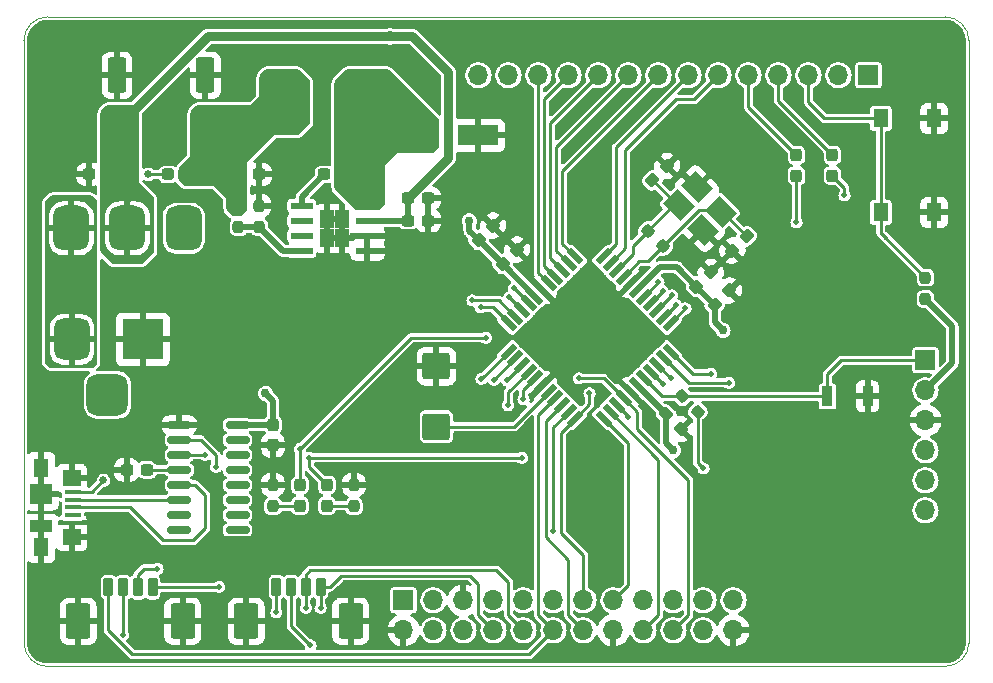
<source format=gbr>
%TF.GenerationSoftware,KiCad,Pcbnew,(5.99.0-10407-g1e8b23402c)*%
%TF.CreationDate,2021-04-27T17:36:09+08:00*%
%TF.ProjectId,PIC32MX150,50494333-324d-4583-9135-302e6b696361,rev?*%
%TF.SameCoordinates,Original*%
%TF.FileFunction,Copper,L1,Top*%
%TF.FilePolarity,Positive*%
%FSLAX46Y46*%
G04 Gerber Fmt 4.6, Leading zero omitted, Abs format (unit mm)*
G04 Created by KiCad (PCBNEW (5.99.0-10407-g1e8b23402c)) date 2021-04-27 17:36:09*
%MOMM*%
%LPD*%
G01*
G04 APERTURE LIST*
G04 Aperture macros list*
%AMRoundRect*
0 Rectangle with rounded corners*
0 $1 Rounding radius*
0 $2 $3 $4 $5 $6 $7 $8 $9 X,Y pos of 4 corners*
0 Add a 4 corners polygon primitive as box body*
4,1,4,$2,$3,$4,$5,$6,$7,$8,$9,$2,$3,0*
0 Add four circle primitives for the rounded corners*
1,1,$1+$1,$2,$3*
1,1,$1+$1,$4,$5*
1,1,$1+$1,$6,$7*
1,1,$1+$1,$8,$9*
0 Add four rect primitives between the rounded corners*
20,1,$1+$1,$2,$3,$4,$5,0*
20,1,$1+$1,$4,$5,$6,$7,0*
20,1,$1+$1,$6,$7,$8,$9,0*
20,1,$1+$1,$8,$9,$2,$3,0*%
%AMRotRect*
0 Rectangle, with rotation*
0 The origin of the aperture is its center*
0 $1 length*
0 $2 width*
0 $3 Rotation angle, in degrees counterclockwise*
0 Add horizontal line*
21,1,$1,$2,0,0,$3*%
G04 Aperture macros list end*
%TA.AperFunction,Profile*%
%ADD10C,0.050000*%
%TD*%
%TA.AperFunction,SMDPad,CuDef*%
%ADD11RoundRect,0.237500X-0.044194X-0.380070X0.380070X0.044194X0.044194X0.380070X-0.380070X-0.044194X0*%
%TD*%
%TA.AperFunction,SMDPad,CuDef*%
%ADD12RoundRect,0.237500X-0.380070X0.044194X0.044194X-0.380070X0.380070X-0.044194X-0.044194X0.380070X0*%
%TD*%
%TA.AperFunction,SMDPad,CuDef*%
%ADD13RoundRect,0.250000X0.925000X-0.875000X0.925000X0.875000X-0.925000X0.875000X-0.925000X-0.875000X0*%
%TD*%
%TA.AperFunction,ComponentPad*%
%ADD14R,1.700000X1.700000*%
%TD*%
%TA.AperFunction,ComponentPad*%
%ADD15O,1.700000X1.700000*%
%TD*%
%TA.AperFunction,SMDPad,CuDef*%
%ADD16RoundRect,0.237500X-0.344715X0.008839X0.008839X-0.344715X0.344715X-0.008839X-0.008839X0.344715X0*%
%TD*%
%TA.AperFunction,SMDPad,CuDef*%
%ADD17RotRect,1.500000X0.550000X45.000000*%
%TD*%
%TA.AperFunction,SMDPad,CuDef*%
%ADD18RotRect,1.500000X0.550000X135.000000*%
%TD*%
%TA.AperFunction,SMDPad,CuDef*%
%ADD19RoundRect,0.237500X0.300000X0.237500X-0.300000X0.237500X-0.300000X-0.237500X0.300000X-0.237500X0*%
%TD*%
%TA.AperFunction,SMDPad,CuDef*%
%ADD20RoundRect,0.250000X0.550000X-1.250000X0.550000X1.250000X-0.550000X1.250000X-0.550000X-1.250000X0*%
%TD*%
%TA.AperFunction,SMDPad,CuDef*%
%ADD21RoundRect,0.237500X-0.237500X0.250000X-0.237500X-0.250000X0.237500X-0.250000X0.237500X0.250000X0*%
%TD*%
%TA.AperFunction,SMDPad,CuDef*%
%ADD22RoundRect,0.150000X-0.825000X-0.150000X0.825000X-0.150000X0.825000X0.150000X-0.825000X0.150000X0*%
%TD*%
%TA.AperFunction,SMDPad,CuDef*%
%ADD23RoundRect,0.237500X0.044194X0.380070X-0.380070X-0.044194X-0.044194X-0.380070X0.380070X0.044194X0*%
%TD*%
%TA.AperFunction,SMDPad,CuDef*%
%ADD24RoundRect,0.237500X0.344715X-0.008839X-0.008839X0.344715X-0.344715X0.008839X0.008839X-0.344715X0*%
%TD*%
%TA.AperFunction,SMDPad,CuDef*%
%ADD25RotRect,2.100000X1.725000X315.000000*%
%TD*%
%TA.AperFunction,SMDPad,CuDef*%
%ADD26RoundRect,0.237500X-0.300000X-0.237500X0.300000X-0.237500X0.300000X0.237500X-0.300000X0.237500X0*%
%TD*%
%TA.AperFunction,SMDPad,CuDef*%
%ADD27R,2.000000X3.400000*%
%TD*%
%TA.AperFunction,ComponentPad*%
%ADD28RoundRect,0.914400X-0.609600X-0.990600X0.609600X-0.990600X0.609600X0.990600X-0.609600X0.990600X0*%
%TD*%
%TA.AperFunction,SMDPad,CuDef*%
%ADD29R,1.380000X0.450000*%
%TD*%
%TA.AperFunction,SMDPad,CuDef*%
%ADD30R,1.550000X1.425000*%
%TD*%
%TA.AperFunction,SMDPad,CuDef*%
%ADD31R,1.300000X1.650000*%
%TD*%
%TA.AperFunction,SMDPad,CuDef*%
%ADD32R,1.900000X1.000000*%
%TD*%
%TA.AperFunction,SMDPad,CuDef*%
%ADD33R,1.900000X1.800000*%
%TD*%
%TA.AperFunction,ComponentPad*%
%ADD34R,3.500000X3.500000*%
%TD*%
%TA.AperFunction,ComponentPad*%
%ADD35RoundRect,0.750000X-0.750000X-1.000000X0.750000X-1.000000X0.750000X1.000000X-0.750000X1.000000X0*%
%TD*%
%TA.AperFunction,ComponentPad*%
%ADD36RoundRect,0.875000X-0.875000X-0.875000X0.875000X-0.875000X0.875000X0.875000X-0.875000X0.875000X0*%
%TD*%
%TA.AperFunction,SMDPad,CuDef*%
%ADD37RoundRect,0.237500X0.237500X-0.250000X0.237500X0.250000X-0.237500X0.250000X-0.237500X-0.250000X0*%
%TD*%
%TA.AperFunction,SMDPad,CuDef*%
%ADD38RoundRect,0.237500X0.237500X-0.300000X0.237500X0.300000X-0.237500X0.300000X-0.237500X-0.300000X0*%
%TD*%
%TA.AperFunction,SMDPad,CuDef*%
%ADD39R,1.910000X0.610000*%
%TD*%
%TA.AperFunction,SMDPad,CuDef*%
%ADD40R,1.205000X1.550000*%
%TD*%
%TA.AperFunction,SMDPad,CuDef*%
%ADD41R,3.500000X1.800000*%
%TD*%
%TA.AperFunction,SMDPad,CuDef*%
%ADD42RoundRect,0.237500X-0.287500X-0.237500X0.287500X-0.237500X0.287500X0.237500X-0.287500X0.237500X0*%
%TD*%
%TA.AperFunction,SMDPad,CuDef*%
%ADD43RoundRect,0.237500X0.237500X-0.287500X0.237500X0.287500X-0.237500X0.287500X-0.237500X-0.287500X0*%
%TD*%
%TA.AperFunction,SMDPad,CuDef*%
%ADD44R,0.900000X1.700000*%
%TD*%
%TA.AperFunction,SMDPad,CuDef*%
%ADD45R,1.300000X1.550000*%
%TD*%
%TA.AperFunction,SMDPad,CuDef*%
%ADD46RoundRect,0.200000X-0.200000X-0.600000X0.200000X-0.600000X0.200000X0.600000X-0.200000X0.600000X0*%
%TD*%
%TA.AperFunction,SMDPad,CuDef*%
%ADD47RoundRect,0.250001X-0.799999X-1.249999X0.799999X-1.249999X0.799999X1.249999X-0.799999X1.249999X0*%
%TD*%
%TA.AperFunction,ViaPad*%
%ADD48C,0.508000*%
%TD*%
%TA.AperFunction,ViaPad*%
%ADD49C,0.762000*%
%TD*%
%TA.AperFunction,ViaPad*%
%ADD50C,0.889000*%
%TD*%
%TA.AperFunction,ViaPad*%
%ADD51C,0.635000*%
%TD*%
%TA.AperFunction,Conductor*%
%ADD52C,0.254000*%
%TD*%
%TA.AperFunction,Conductor*%
%ADD53C,0.508000*%
%TD*%
%TA.AperFunction,Conductor*%
%ADD54C,0.762000*%
%TD*%
G04 APERTURE END LIST*
D10*
X118000000Y-40000000D02*
G75*
G02*
X120000000Y-42000000I0J-2000000D01*
G01*
X42000000Y-95000000D02*
G75*
G02*
X40000000Y-93000000I0J2000000D01*
G01*
X120000000Y-93000000D02*
G75*
G02*
X118000000Y-95000000I-2000000J0D01*
G01*
X42000000Y-95000000D02*
X118000000Y-95000000D01*
X40000000Y-42000000D02*
X40000000Y-93000000D01*
X40000000Y-42000000D02*
G75*
G02*
X42000000Y-40000000I2000000J0D01*
G01*
X118000000Y-40000000D02*
X42000000Y-40000000D01*
X120000000Y-93000000D02*
X120000000Y-42000000D01*
D11*
%TO.P,C1,1*%
%TO.N,+3V3*%
X98488500Y-64389000D03*
%TO.P,C1,2*%
%TO.N,GND*%
X99708260Y-63169240D03*
%TD*%
D12*
%TO.P,C2,1*%
%TO.N,+3V3*%
X94386120Y-73660000D03*
%TO.P,C2,2*%
%TO.N,GND*%
X95605880Y-74879760D03*
%TD*%
D11*
%TO.P,C4,1*%
%TO.N,+3V3*%
X80532000Y-60927000D03*
%TO.P,C4,2*%
%TO.N,GND*%
X81751760Y-59707240D03*
%TD*%
D13*
%TO.P,C6,1*%
%TO.N,Net-(C6-Pad1)*%
X74930000Y-74686000D03*
%TO.P,C6,2*%
%TO.N,GND*%
X74930000Y-69586000D03*
%TD*%
D14*
%TO.P,J1,1,Pin_1*%
%TO.N,+3V3*%
X72136000Y-89408000D03*
D15*
%TO.P,J1,2,Pin_2*%
%TO.N,GND*%
X72136000Y-91948000D03*
%TO.P,J1,3,Pin_3*%
%TO.N,/RB8|U2RX*%
X74676000Y-89408000D03*
%TO.P,J1,4,Pin_4*%
%TO.N,/RB7|SS1*%
X74676000Y-91948000D03*
%TO.P,J1,5,Pin_5*%
%TO.N,GND*%
X77216000Y-89408000D03*
%TO.P,J1,6,Pin_6*%
%TO.N,/RB9|U2TX*%
X77216000Y-91948000D03*
%TO.P,J1,7,Pin_7*%
%TO.N,/RC7*%
X79756000Y-89408000D03*
%TO.P,J1,8,Pin_8*%
%TO.N,/RC6|SDO1*%
X79756000Y-91948000D03*
%TO.P,J1,9,Pin_9*%
%TO.N,/RC9*%
X82296000Y-89408000D03*
%TO.P,J1,10,Pin_10*%
%TO.N,/RC8|SDI1*%
X82296000Y-91948000D03*
%TO.P,J1,11,Pin_11*%
%TO.N,/RB12*%
X84836000Y-89408000D03*
%TO.P,J1,12,Pin_12*%
%TO.N,/RB10*%
X84836000Y-91948000D03*
%TO.P,J1,13,Pin_13*%
%TO.N,/RB13|U1RX*%
X87376000Y-89408000D03*
%TO.P,J1,14,Pin_14*%
%TO.N,/RB11*%
X87376000Y-91948000D03*
%TO.P,J1,15,Pin_15*%
%TO.N,/RA10*%
X89916000Y-89408000D03*
%TO.P,J1,16,Pin_16*%
%TO.N,GND*%
X89916000Y-91948000D03*
%TO.P,J1,17,Pin_17*%
%TO.N,/RB14|SCK1*%
X92456000Y-89408000D03*
%TO.P,J1,18,Pin_18*%
%TO.N,/RA7*%
X92456000Y-91948000D03*
%TO.P,J1,19,Pin_19*%
%TO.N,/AN0*%
X94996000Y-89408000D03*
%TO.P,J1,20,Pin_20*%
%TO.N,/RB15|U1TX*%
X94996000Y-91948000D03*
%TO.P,J1,21,Pin_21*%
%TO.N,+3V3*%
X97536000Y-89408000D03*
%TO.P,J1,22,Pin_22*%
%TO.N,/AN1*%
X97536000Y-91948000D03*
%TO.P,J1,23,Pin_23*%
%TO.N,+5V*%
X100076000Y-89408000D03*
%TO.P,J1,24,Pin_24*%
%TO.N,GND*%
X100076000Y-91948000D03*
%TD*%
D16*
%TO.P,R2,1*%
%TO.N,/MCLR*%
X95758000Y-72136000D03*
%TO.P,R2,2*%
%TO.N,Net-(JP1-Pad1)*%
X97048470Y-73426470D03*
%TD*%
D17*
%TO.P,U1,1,RB9*%
%TO.N,/RB9|U2TX*%
X81039059Y-68352087D03*
%TO.P,U1,2,RC6*%
%TO.N,/RC6|SDO1*%
X81604745Y-68917772D03*
%TO.P,U1,3,RC7*%
%TO.N,/RC7*%
X82170430Y-69483457D03*
%TO.P,U1,4,RC8*%
%TO.N,/RC8|SDI1*%
X82736115Y-70049143D03*
%TO.P,U1,5,RC9*%
%TO.N,/RC9*%
X83301801Y-70614828D03*
%TO.P,U1,6,VSS*%
%TO.N,GND*%
X83867486Y-71180514D03*
%TO.P,U1,7,VCAP*%
%TO.N,Net-(C6-Pad1)*%
X84433172Y-71746199D03*
%TO.P,U1,8,RB10*%
%TO.N,/RB10*%
X84998857Y-72311885D03*
%TO.P,U1,9,RB11*%
%TO.N,/RB11*%
X85564543Y-72877570D03*
%TO.P,U1,10,RB12*%
%TO.N,/RB12*%
X86130228Y-73443255D03*
%TO.P,U1,11,RB13*%
%TO.N,/RB13|U1RX*%
X86695913Y-74008941D03*
D18*
%TO.P,U1,12,RA10*%
%TO.N,/RA10*%
X89100077Y-74008941D03*
%TO.P,U1,13,RA7*%
%TO.N,/RA7*%
X89665762Y-73443255D03*
%TO.P,U1,14,RB14*%
%TO.N,/RB14|SCK1*%
X90231447Y-72877570D03*
%TO.P,U1,15,RB15*%
%TO.N,/RB15|U1TX*%
X90797133Y-72311885D03*
%TO.P,U1,16,AVSS*%
%TO.N,GND*%
X91362818Y-71746199D03*
%TO.P,U1,17,AVDD*%
%TO.N,+3V3*%
X91928504Y-71180514D03*
%TO.P,U1,18,~MCLR*%
%TO.N,/MCLR*%
X92494189Y-70614828D03*
%TO.P,U1,19,RA0*%
%TO.N,/AN0*%
X93059875Y-70049143D03*
%TO.P,U1,20,RA1*%
%TO.N,/AN1*%
X93625560Y-69483457D03*
%TO.P,U1,21,RB0*%
%TO.N,/PGD*%
X94191245Y-68917772D03*
%TO.P,U1,22,RB1*%
%TO.N,/PGC*%
X94756931Y-68352087D03*
D17*
%TO.P,U1,23,RB2*%
%TO.N,/RB2|SDA2*%
X94756931Y-65947923D03*
%TO.P,U1,24,RB3*%
%TO.N,/RB3|SCL2*%
X94191245Y-65382238D03*
%TO.P,U1,25,RC0*%
%TO.N,/RC0*%
X93625560Y-64816553D03*
%TO.P,U1,26,RC1*%
%TO.N,/RC1*%
X93059875Y-64250867D03*
%TO.P,U1,27,RC2*%
%TO.N,/RC2*%
X92494189Y-63685182D03*
%TO.P,U1,28,VDD*%
%TO.N,+3V3*%
X91928504Y-63119496D03*
%TO.P,U1,29,VSS*%
%TO.N,GND*%
X91362818Y-62553811D03*
%TO.P,U1,30,RA2*%
%TO.N,/OSC1*%
X90797133Y-61988125D03*
%TO.P,U1,31,RA3*%
%TO.N,/OSC2*%
X90231447Y-61422440D03*
%TO.P,U1,32,RA8*%
%TO.N,/RA8*%
X89665762Y-60856755D03*
%TO.P,U1,33,RB4*%
%TO.N,/RB4*%
X89100077Y-60291069D03*
D18*
%TO.P,U1,34,RA4*%
%TO.N,/RA4*%
X86695913Y-60291069D03*
%TO.P,U1,35,RA9*%
%TO.N,/RA9*%
X86130228Y-60856755D03*
%TO.P,U1,36,RC3*%
%TO.N,/RC3*%
X85564543Y-61422440D03*
%TO.P,U1,37,RC4*%
%TO.N,/RC4*%
X84998857Y-61988125D03*
%TO.P,U1,38,RC5*%
%TO.N,/RC5*%
X84433172Y-62553811D03*
%TO.P,U1,39,VSS*%
%TO.N,GND*%
X83867486Y-63119496D03*
%TO.P,U1,40,VDD*%
%TO.N,+3V3*%
X83301801Y-63685182D03*
%TO.P,U1,41,RB5*%
%TO.N,/RB5*%
X82736115Y-64250867D03*
%TO.P,U1,42,RB6*%
%TO.N,/RB6*%
X82170430Y-64816553D03*
%TO.P,U1,43,RB7*%
%TO.N,/RB7|SS1*%
X81604745Y-65382238D03*
%TO.P,U1,44,RB8*%
%TO.N,/RB8|U2RX*%
X81039059Y-65947923D03*
%TD*%
D19*
%TO.P,C8,1*%
%TO.N,+5V*%
X47217500Y-53340000D03*
%TO.P,C8,2*%
%TO.N,GND*%
X45492500Y-53340000D03*
%TD*%
D20*
%TO.P,C9,1*%
%TO.N,+5V*%
X47880000Y-49358000D03*
%TO.P,C9,2*%
%TO.N,GND*%
X47880000Y-44958000D03*
%TD*%
D19*
%TO.P,C10,1*%
%TO.N,Net-(C10-Pad1)*%
X67156500Y-53340000D03*
%TO.P,C10,2*%
%TO.N,Net-(C10-Pad2)*%
X65431500Y-53340000D03*
%TD*%
D20*
%TO.P,C11,1*%
%TO.N,+3V3*%
X55372000Y-49358000D03*
%TO.P,C11,2*%
%TO.N,GND*%
X55372000Y-44958000D03*
%TD*%
D21*
%TO.P,R4,1*%
%TO.N,+3V3*%
X58166000Y-55983500D03*
%TO.P,R4,2*%
%TO.N,Net-(R3-Pad1)*%
X58166000Y-57808500D03*
%TD*%
D22*
%TO.P,U3,1,GND*%
%TO.N,GND*%
X53151000Y-74549000D03*
%TO.P,U3,2,TXD*%
%TO.N,/RB13|U1RX*%
X53151000Y-75819000D03*
%TO.P,U3,3,RXD*%
%TO.N,/RB15|U1TX*%
X53151000Y-77089000D03*
%TO.P,U3,4,V3*%
%TO.N,Net-(C12-Pad1)*%
X53151000Y-78359000D03*
%TO.P,U3,5,UD+*%
%TO.N,Net-(J2-Pad3)*%
X53151000Y-79629000D03*
%TO.P,U3,6,UD-*%
%TO.N,Net-(J2-Pad2)*%
X53151000Y-80899000D03*
%TO.P,U3,7,NC*%
%TO.N,N/C*%
X53151000Y-82169000D03*
%TO.P,U3,8,NC*%
X53151000Y-83439000D03*
%TO.P,U3,9,~CTS*%
X58101000Y-83439000D03*
%TO.P,U3,10,~DSR*%
X58101000Y-82169000D03*
%TO.P,U3,11,~RI*%
X58101000Y-80899000D03*
%TO.P,U3,12,~DCD*%
X58101000Y-79629000D03*
%TO.P,U3,13,~DTR*%
X58101000Y-78359000D03*
%TO.P,U3,14,~RTS*%
X58101000Y-77089000D03*
%TO.P,U3,15,R232*%
X58101000Y-75819000D03*
%TO.P,U3,16,VCC*%
%TO.N,+3V3*%
X58101000Y-74549000D03*
%TD*%
D14*
%TO.P,J4,1,Pin_1*%
%TO.N,/MCLR*%
X116332000Y-69088000D03*
D15*
%TO.P,J4,2,Pin_2*%
%TO.N,+3V3*%
X116332000Y-71628000D03*
%TO.P,J4,3,Pin_3*%
%TO.N,GND*%
X116332000Y-74168000D03*
%TO.P,J4,4,Pin_4*%
%TO.N,/PGD*%
X116332000Y-76708000D03*
%TO.P,J4,5,Pin_5*%
%TO.N,/PGC*%
X116332000Y-79248000D03*
%TO.P,J4,6,Pin_6*%
%TO.N,N/C*%
X116332000Y-81788000D03*
%TD*%
D11*
%TO.P,C13,1*%
%TO.N,/OSC2*%
X93218000Y-53848000D03*
%TO.P,C13,2*%
%TO.N,GND*%
X94437760Y-52628240D03*
%TD*%
D23*
%TO.P,C14,1*%
%TO.N,/OSC1*%
X101193880Y-58572120D03*
%TO.P,C14,2*%
%TO.N,GND*%
X99974120Y-59791880D03*
%TD*%
D24*
%TO.P,R5,1*%
%TO.N,/OSC1*%
X94121000Y-59403000D03*
%TO.P,R5,2*%
%TO.N,/OSC2*%
X92830530Y-58112530D03*
%TD*%
D25*
%TO.P,Y1,1,1*%
%TO.N,/OSC2*%
X95438217Y-55971674D03*
%TO.P,Y1,2,2*%
%TO.N,GND*%
X97488826Y-58022283D03*
%TO.P,Y1,3,3*%
%TO.N,/OSC1*%
X99026783Y-56484326D03*
%TO.P,Y1,4,4*%
%TO.N,GND*%
X96976174Y-54433717D03*
%TD*%
D26*
%TO.P,C17,1*%
%TO.N,+3V3*%
X58219000Y-53340000D03*
%TO.P,C17,2*%
%TO.N,GND*%
X59944000Y-53340000D03*
%TD*%
D27*
%TO.P,L1,1*%
%TO.N,Net-(C10-Pad1)*%
X68128000Y-47498000D03*
%TO.P,L1,2*%
%TO.N,+3V3*%
X62428000Y-47498000D03*
%TD*%
D11*
%TO.P,C3,1*%
%TO.N,+3V3*%
X78500000Y-58895000D03*
%TO.P,C3,2*%
%TO.N,GND*%
X79719760Y-57675240D03*
%TD*%
D14*
%TO.P,J5,1,Pin_1*%
%TO.N,/RB2|SDA2*%
X111506000Y-44958000D03*
D15*
%TO.P,J5,2,Pin_2*%
%TO.N,/RB3|SCL2*%
X108966000Y-44958000D03*
%TO.P,J5,3,Pin_3*%
%TO.N,/RC0*%
X106426000Y-44958000D03*
%TO.P,J5,4,Pin_4*%
%TO.N,/RC1*%
X103886000Y-44958000D03*
%TO.P,J5,5,Pin_5*%
%TO.N,/RC2*%
X101346000Y-44958000D03*
%TO.P,J5,6,Pin_6*%
%TO.N,/RA8*%
X98806000Y-44958000D03*
%TO.P,J5,7,Pin_7*%
%TO.N,/RB4*%
X96266000Y-44958000D03*
%TO.P,J5,8,Pin_8*%
%TO.N,/RA4*%
X93726000Y-44958000D03*
%TO.P,J5,9,Pin_9*%
%TO.N,/RA9*%
X91186000Y-44958000D03*
%TO.P,J5,10,Pin_10*%
%TO.N,/RC3*%
X88646000Y-44958000D03*
%TO.P,J5,11,Pin_11*%
%TO.N,/RC4*%
X86106000Y-44958000D03*
%TO.P,J5,12,Pin_12*%
%TO.N,/RC5*%
X83566000Y-44958000D03*
%TO.P,J5,13,Pin_13*%
%TO.N,/RB5*%
X81026000Y-44958000D03*
%TO.P,J5,14,Pin_14*%
%TO.N,/RB6*%
X78486000Y-44958000D03*
%TD*%
D28*
%TO.P,SW2,1,A*%
%TO.N,/PWR_DC*%
X44005500Y-57912000D03*
%TO.P,SW2,2,B*%
%TO.N,+5V*%
X48768000Y-57912000D03*
%TO.P,SW2,3,C*%
%TO.N,/PWR_USB*%
X53530500Y-57912000D03*
%TD*%
D29*
%TO.P,J2,1,VBUS*%
%TO.N,/PWR_USB*%
X44132000Y-80234000D03*
%TO.P,J2,2,D-*%
%TO.N,Net-(J2-Pad2)*%
X44132000Y-80884000D03*
%TO.P,J2,3,D+*%
%TO.N,Net-(J2-Pad3)*%
X44132000Y-81534000D03*
%TO.P,J2,4,ID*%
%TO.N,N/C*%
X44132000Y-82184000D03*
%TO.P,J2,5,GND*%
%TO.N,GND*%
X44132000Y-82834000D03*
D30*
%TO.P,J2,6,Shield*%
X44047000Y-84021500D03*
D31*
X41472000Y-78159000D03*
X41472000Y-84909000D03*
D32*
X41472000Y-83084000D03*
D30*
X44047000Y-79046500D03*
D33*
X41472000Y-80384000D03*
%TD*%
D34*
%TO.P,J3,1*%
%TO.N,GND*%
X50069000Y-67310000D03*
D35*
%TO.P,J3,2*%
%TO.N,/PWR_DC*%
X44069000Y-67310000D03*
D36*
%TO.P,J3,3*%
%TO.N,N/C*%
X47069000Y-72010000D03*
%TD*%
D37*
%TO.P,R3,1*%
%TO.N,Net-(R3-Pad1)*%
X59944000Y-57808500D03*
%TO.P,R3,2*%
%TO.N,GND*%
X59944000Y-55983500D03*
%TD*%
D38*
%TO.P,C18,1*%
%TO.N,GND*%
X61087000Y-76274000D03*
%TO.P,C18,2*%
%TO.N,+3V3*%
X61087000Y-74549000D03*
%TD*%
D39*
%TO.P,U2,1,BOOT*%
%TO.N,Net-(C10-Pad2)*%
X63514000Y-56007000D03*
%TO.P,U2,2,NC*%
%TO.N,N/C*%
X63514000Y-57277000D03*
%TO.P,U2,3,NC*%
X63514000Y-58547000D03*
%TO.P,U2,4,FB*%
%TO.N,Net-(R3-Pad1)*%
X63514000Y-59817000D03*
%TO.P,U2,5,EN*%
%TO.N,GND*%
X69074000Y-59817000D03*
%TO.P,U2,6,GND*%
X69074000Y-58547000D03*
%TO.P,U2,7,VIN*%
%TO.N,+5V*%
X69074000Y-57277000D03*
%TO.P,U2,8,SW*%
%TO.N,Net-(C10-Pad1)*%
X69074000Y-56007000D03*
D40*
%TO.P,U2,9,EP*%
%TO.N,GND*%
X65691500Y-57137000D03*
X65691500Y-58687000D03*
X66896500Y-57137000D03*
X66896500Y-58687000D03*
%TD*%
D19*
%TO.P,C12,1*%
%TO.N,Net-(C12-Pad1)*%
X50419000Y-78359000D03*
%TO.P,C12,2*%
%TO.N,GND*%
X48694000Y-78359000D03*
%TD*%
D26*
%TO.P,C16,1*%
%TO.N,+5V*%
X72517000Y-55372000D03*
%TO.P,C16,2*%
%TO.N,GND*%
X74242000Y-55372000D03*
%TD*%
%TO.P,C15,1*%
%TO.N,+5V*%
X72517000Y-57276000D03*
%TO.P,C15,2*%
%TO.N,GND*%
X74242000Y-57276000D03*
%TD*%
D41*
%TO.P,D1,1,K*%
%TO.N,Net-(C10-Pad1)*%
X73446000Y-50038000D03*
%TO.P,D1,2,A*%
%TO.N,GND*%
X78446000Y-50038000D03*
%TD*%
D42*
%TO.P,D4,1,K*%
%TO.N,Net-(D4-Pad1)*%
X52211000Y-53340000D03*
%TO.P,D4,2,A*%
%TO.N,+3V3*%
X53961000Y-53340000D03*
%TD*%
D11*
%TO.P,C5,1*%
%TO.N,+3V3*%
X96926120Y-62839880D03*
%TO.P,C5,2*%
%TO.N,GND*%
X98145880Y-61620120D03*
%TD*%
D37*
%TO.P,R10,1*%
%TO.N,Net-(D6-Pad1)*%
X61087000Y-81430500D03*
%TO.P,R10,2*%
%TO.N,GND*%
X61087000Y-79605500D03*
%TD*%
%TO.P,R9,1*%
%TO.N,Net-(D5-Pad1)*%
X67945000Y-81430500D03*
%TO.P,R9,2*%
%TO.N,GND*%
X67945000Y-79605500D03*
%TD*%
%TO.P,R11,1*%
%TO.N,+3V3*%
X116332000Y-63904500D03*
%TO.P,R11,2*%
%TO.N,/RC0*%
X116332000Y-62079500D03*
%TD*%
D43*
%TO.P,D5,1,K*%
%TO.N,Net-(D5-Pad1)*%
X65659000Y-81393000D03*
%TO.P,D5,2,A*%
%TO.N,/RB13|U1RX*%
X65659000Y-79643000D03*
%TD*%
%TO.P,D6,1,K*%
%TO.N,Net-(D6-Pad1)*%
X63373000Y-81393000D03*
%TO.P,D6,2,A*%
%TO.N,/RB15|U1TX*%
X63373000Y-79643000D03*
%TD*%
%TO.P,D2,1,K*%
%TO.N,Net-(D2-Pad1)*%
X108458000Y-53453000D03*
%TO.P,D2,2,A*%
%TO.N,/RC1*%
X108458000Y-51703000D03*
%TD*%
D44*
%TO.P,SW1,1,A*%
%TO.N,/MCLR*%
X108028000Y-72136000D03*
%TO.P,SW1,2,B*%
%TO.N,GND*%
X111428000Y-72136000D03*
%TD*%
D45*
%TO.P,SW3,1,A*%
%TO.N,/RC0*%
X112558000Y-56558000D03*
X112558000Y-48598000D03*
%TO.P,SW3,2,B*%
%TO.N,GND*%
X117058000Y-56558000D03*
X117058000Y-48598000D03*
%TD*%
D46*
%TO.P,J6,1,Pin_1*%
%TO.N,/RB7|SS1*%
X61371000Y-88278000D03*
%TO.P,J6,2,Pin_2*%
%TO.N,/RB14|SCK1*%
X62621000Y-88278000D03*
%TO.P,J6,3,Pin_3*%
%TO.N,/RC8|SDI1*%
X63871000Y-88278000D03*
%TO.P,J6,4,Pin_4*%
%TO.N,/RC6|SDO1*%
X65121000Y-88278000D03*
D47*
%TO.P,J6,MP,MountPin*%
%TO.N,GND*%
X67671000Y-91178000D03*
X58821000Y-91178000D03*
%TD*%
D46*
%TO.P,J7,1,Pin_1*%
%TO.N,/RB10*%
X47147000Y-88286000D03*
%TO.P,J7,2,Pin_2*%
%TO.N,/RB14|SCK1*%
X48397000Y-88286000D03*
%TO.P,J7,3,Pin_3*%
%TO.N,/RC8|SDI1*%
X49647000Y-88286000D03*
%TO.P,J7,4,Pin_4*%
%TO.N,/RC6|SDO1*%
X50897000Y-88286000D03*
D47*
%TO.P,J7,MP,MountPin*%
%TO.N,GND*%
X53447000Y-91186000D03*
X44597000Y-91186000D03*
%TD*%
D43*
%TO.P,D3,1,K*%
%TO.N,Net-(D3-Pad1)*%
X105410000Y-53453000D03*
%TO.P,D3,2,A*%
%TO.N,/RC2*%
X105410000Y-51703000D03*
%TD*%
D48*
%TO.N,GND*%
X65278000Y-45212000D03*
X65278000Y-47244000D03*
X65278000Y-49276000D03*
X65278000Y-51308000D03*
X63500000Y-51308000D03*
X59055000Y-43688000D03*
X57277000Y-45720000D03*
X59055000Y-45720000D03*
X61722000Y-51308000D03*
X73406000Y-44196000D03*
X74422000Y-45212000D03*
X61722000Y-53086000D03*
X61722000Y-54864000D03*
X52959000Y-46228000D03*
X76073000Y-57150000D03*
X76073000Y-54610000D03*
X87884000Y-62103000D03*
X87884000Y-64643000D03*
X82804000Y-67183000D03*
X85344000Y-67183000D03*
X87884000Y-67183000D03*
X90424000Y-67183000D03*
X92964000Y-67183000D03*
X87884000Y-69723000D03*
X101092000Y-85852000D03*
X87122000Y-81153000D03*
X102108000Y-52070000D03*
X105918000Y-64516000D03*
X54864000Y-70358000D03*
X113538000Y-61976000D03*
X90424000Y-46990000D03*
X43942000Y-45720000D03*
X93726000Y-50800000D03*
X89662000Y-82423000D03*
X110998000Y-64516000D03*
X54864000Y-65278000D03*
X68834000Y-62738000D03*
X49276000Y-75438000D03*
X51308000Y-51562000D03*
X108458000Y-61976000D03*
X88900000Y-54102000D03*
X65786000Y-57404000D03*
X113792000Y-51054000D03*
X87122000Y-78613000D03*
X77216000Y-81280000D03*
X113538000Y-64516000D03*
X89662000Y-79883000D03*
X103378000Y-70104000D03*
X51308000Y-49784000D03*
X41402000Y-53340000D03*
X82296000Y-57150000D03*
X87122000Y-77343000D03*
X101092000Y-80772000D03*
X41402000Y-50800000D03*
X100838000Y-67564000D03*
X105918000Y-70104000D03*
X43942000Y-48260000D03*
X103378000Y-67564000D03*
X57404000Y-65278000D03*
X65786000Y-58674000D03*
X66294000Y-62738000D03*
X43942000Y-53340000D03*
X46736000Y-75438000D03*
X108712000Y-80772000D03*
X92710000Y-73914000D03*
X51308000Y-48006000D03*
X57404000Y-70358000D03*
X108458000Y-64516000D03*
X89662000Y-77343000D03*
X86868000Y-55626000D03*
X115824000Y-51054000D03*
X43942000Y-43180000D03*
X106172000Y-83312000D03*
X66294000Y-75692000D03*
X61214000Y-67818000D03*
X77216000Y-83312000D03*
X111252000Y-80772000D03*
X82296000Y-49530000D03*
X78994000Y-55880000D03*
X57277000Y-43688000D03*
X111252000Y-85852000D03*
X100838000Y-64516000D03*
X106172000Y-80772000D03*
X82296000Y-54610000D03*
X68834000Y-75692000D03*
X63500000Y-53086000D03*
X103632000Y-80772000D03*
X68834000Y-73152000D03*
X95758000Y-50800000D03*
X86868000Y-54102000D03*
X43942000Y-50800000D03*
X63754000Y-65278000D03*
X41402000Y-45720000D03*
X113792000Y-54102000D03*
X54864000Y-62738000D03*
X52959000Y-48006000D03*
X66294000Y-65278000D03*
X100076000Y-50038000D03*
X41402000Y-48260000D03*
X105918000Y-67564000D03*
X52959000Y-51562000D03*
X100838000Y-70104000D03*
X106172000Y-85852000D03*
X68834000Y-67818000D03*
X87122000Y-79883000D03*
X61722000Y-56642000D03*
X63754000Y-62738000D03*
X101092000Y-83312000D03*
X103378000Y-64516000D03*
X57404000Y-67818000D03*
X92964000Y-46990000D03*
X115824000Y-54102000D03*
X68834000Y-65278000D03*
X89662000Y-81153000D03*
X103378000Y-59436000D03*
X103378000Y-61976000D03*
X87122000Y-82423000D03*
X108712000Y-85852000D03*
X110998000Y-61976000D03*
X57404000Y-62738000D03*
X63754000Y-67818000D03*
X78994000Y-53340000D03*
X103378000Y-53340000D03*
X82296000Y-46990000D03*
X77216000Y-85090000D03*
X89662000Y-78613000D03*
X44196000Y-75438000D03*
X61214000Y-65278000D03*
X102108000Y-54610000D03*
X66802000Y-57404000D03*
X108712000Y-83312000D03*
X85344000Y-46990000D03*
X66802000Y-58674000D03*
X87884000Y-46990000D03*
X66294000Y-70358000D03*
X86868000Y-57150000D03*
X54864000Y-67818000D03*
X61214000Y-62738000D03*
X82296000Y-52070000D03*
X66294000Y-67818000D03*
X41656000Y-75438000D03*
X71374000Y-75692000D03*
X71374000Y-70612000D03*
X95758000Y-48768000D03*
X52959000Y-49784000D03*
X105918000Y-61976000D03*
X63754000Y-70358000D03*
X103632000Y-83312000D03*
X98806000Y-48768000D03*
X77216000Y-79248000D03*
X103632000Y-85852000D03*
X111252000Y-83312000D03*
X41402000Y-43180000D03*
X63754000Y-73152000D03*
X100838000Y-53340000D03*
X88900000Y-55626000D03*
X88900000Y-57150000D03*
X71374000Y-73152000D03*
D49*
%TO.N,+3V3*%
X99187000Y-66548000D03*
X94996000Y-76708000D03*
X57404000Y-50038000D03*
X77724000Y-57277000D03*
X60452000Y-71882000D03*
X58674000Y-50038000D03*
D50*
%TO.N,+5V*%
X70993000Y-41656000D03*
D51*
%TO.N,/PWR_USB*%
X46736000Y-79248000D03*
D48*
%TO.N,/RB12*%
X84836000Y-83566000D03*
%TO.N,/PGC*%
X98171000Y-70231000D03*
%TO.N,/PGD*%
X99695000Y-70993000D03*
%TO.N,/AN1*%
X94754113Y-70612000D03*
%TO.N,/AN0*%
X94130742Y-71120000D03*
%TO.N,/RC2*%
X93726000Y-62453371D03*
%TO.N,/RC1*%
X94085887Y-63224855D03*
%TO.N,/RC0*%
X94869006Y-63573107D03*
%TO.N,/RB5*%
X81477258Y-62992000D03*
%TO.N,/RB6*%
X81107887Y-63754000D03*
%TO.N,/RB14|SCK1*%
X64262000Y-93218000D03*
X91186000Y-73914000D03*
X48387000Y-92329000D03*
%TO.N,/RB7|SS1*%
X61371000Y-90424000D03*
X77978000Y-64008000D03*
%TO.N,/RC7*%
X80899000Y-70754887D03*
%TO.N,/RC9*%
X82296000Y-72390000D03*
%TO.N,/RC6|SDO1*%
X65121000Y-90043000D03*
X79783517Y-70739000D03*
X56515000Y-88265000D03*
%TO.N,Net-(JP1-Pad1)*%
X97536000Y-78232000D03*
D51*
%TO.N,Net-(D4-Pad1)*%
X50546000Y-53340000D03*
D48*
%TO.N,/RB15|U1TX*%
X55372000Y-77089000D03*
X86995000Y-70612000D03*
X63373000Y-76581000D03*
X79121000Y-67183000D03*
%TO.N,/RB13|U1RX*%
X64135000Y-77343000D03*
X82169000Y-77343000D03*
X87884000Y-71882000D03*
X56261000Y-78105000D03*
%TO.N,/RB9|U2TX*%
X78740000Y-70651146D03*
%TO.N,/RB8|U2RX*%
X78663800Y-64592200D03*
%TO.N,Net-(D2-Pad1)*%
X109474000Y-55118000D03*
%TO.N,Net-(D3-Pad1)*%
X105410000Y-57404000D03*
%TO.N,/RB2|SDA2*%
X96012000Y-64692854D03*
%TO.N,/RB3|SCL2*%
X95184483Y-64389000D03*
%TO.N,/RC8|SDI1*%
X51308000Y-86741000D03*
X80990071Y-72869731D03*
X63871000Y-90043000D03*
%TD*%
D52*
%TO.N,GND*%
X44132000Y-83936500D02*
X44047000Y-84021500D01*
X44132000Y-82834000D02*
X44132000Y-83936500D01*
D53*
%TO.N,+3V3*%
X95300240Y-61214000D02*
X93834000Y-61214000D01*
X96926120Y-62839880D02*
X95300240Y-61214000D01*
X98488500Y-64389000D02*
X98475240Y-64389000D01*
X94386120Y-73660000D02*
X94386120Y-76098120D01*
X61087000Y-74549000D02*
X61087000Y-72517000D01*
X118618000Y-69342000D02*
X116332000Y-71628000D01*
X91928509Y-71202389D02*
X94386120Y-73660000D01*
X93834000Y-61214000D02*
X91928509Y-63119491D01*
X118618000Y-66190500D02*
X118618000Y-69342000D01*
X116332000Y-63904500D02*
X118618000Y-66190500D01*
X80532000Y-60927000D02*
X80543629Y-60927000D01*
X98475240Y-64389000D02*
X96926120Y-62839880D01*
X78500000Y-58895000D02*
X77724000Y-58119000D01*
X94386120Y-76098120D02*
X94996000Y-76708000D01*
X91928509Y-71180509D02*
X91928509Y-71202389D01*
X61087000Y-74549000D02*
X58101000Y-74549000D01*
X78500000Y-58895000D02*
X80532000Y-60927000D01*
X98488500Y-65849500D02*
X99187000Y-66548000D01*
X98488500Y-64389000D02*
X98488500Y-65849500D01*
X61087000Y-72517000D02*
X60452000Y-71882000D01*
X80543629Y-60927000D02*
X83301806Y-63685177D01*
X77724000Y-58119000D02*
X77724000Y-57277000D01*
D52*
%TO.N,Net-(C6-Pad1)*%
X74930000Y-74686000D02*
X81493371Y-74686000D01*
X81493371Y-74686000D02*
X84433177Y-71746194D01*
D54*
%TO.N,+5V*%
X75946000Y-44704000D02*
X75946000Y-51943000D01*
X70993000Y-41656000D02*
X72898000Y-41656000D01*
X72898000Y-41656000D02*
X75946000Y-44704000D01*
X55582000Y-41656000D02*
X70993000Y-41656000D01*
D53*
X72517000Y-55372000D02*
X72517000Y-57276000D01*
D54*
X75946000Y-51943000D02*
X72517000Y-55372000D01*
D53*
X47353500Y-49884500D02*
X47880000Y-49358000D01*
D54*
X47880000Y-49358000D02*
X55582000Y-41656000D01*
D53*
X72516000Y-57277000D02*
X72517000Y-57276000D01*
X69074000Y-57277000D02*
X72516000Y-57277000D01*
%TO.N,Net-(C10-Pad2)*%
X63514000Y-56007000D02*
X63514000Y-55257500D01*
X63514000Y-55257500D02*
X65431500Y-53340000D01*
D52*
%TO.N,/MCLR*%
X95758000Y-72136000D02*
X108028000Y-72136000D01*
X94015371Y-72136000D02*
X95758000Y-72136000D01*
X109220000Y-69088000D02*
X116332000Y-69088000D01*
X108028000Y-72136000D02*
X108028000Y-70280000D01*
X92494194Y-70614823D02*
X94015371Y-72136000D01*
X108028000Y-70280000D02*
X109220000Y-69088000D01*
D53*
%TO.N,Net-(R3-Pad1)*%
X61952500Y-59817000D02*
X63514000Y-59817000D01*
X59944000Y-57808500D02*
X61952500Y-59817000D01*
X58166000Y-57808500D02*
X59944000Y-57808500D01*
D52*
%TO.N,Net-(C12-Pad1)*%
X50419000Y-78359000D02*
X53151000Y-78359000D01*
%TO.N,Net-(J2-Pad3)*%
X49022000Y-81534000D02*
X51816000Y-84328000D01*
X51816000Y-84328000D02*
X54356000Y-84328000D01*
X55372000Y-83312000D02*
X55372000Y-80518000D01*
X44132000Y-81534000D02*
X49022000Y-81534000D01*
X55372000Y-80518000D02*
X54483000Y-79629000D01*
X54483000Y-79629000D02*
X53151000Y-79629000D01*
X54356000Y-84328000D02*
X55372000Y-83312000D01*
%TO.N,Net-(J2-Pad2)*%
X44831000Y-80899000D02*
X53151000Y-80899000D01*
X44132000Y-80884000D02*
X44816000Y-80884000D01*
X44816000Y-80884000D02*
X44831000Y-80899000D01*
%TO.N,/PWR_USB*%
X44132000Y-80234000D02*
X45750000Y-80234000D01*
X45750000Y-80234000D02*
X46736000Y-79248000D01*
%TO.N,/RA10*%
X89916000Y-89408000D02*
X91186000Y-88138000D01*
X91186000Y-88138000D02*
X91186000Y-76094854D01*
X91186000Y-76094854D02*
X89100082Y-74008936D01*
%TO.N,/RB11*%
X86106000Y-85979000D02*
X86106000Y-90678000D01*
X84201000Y-74241113D02*
X84201000Y-84074000D01*
X84201000Y-84074000D02*
X86106000Y-85979000D01*
X86106000Y-90678000D02*
X87376000Y-91948000D01*
X85564548Y-72877565D02*
X84201000Y-74241113D01*
%TO.N,/RA7*%
X93726000Y-77503483D02*
X93726000Y-90678000D01*
X89665767Y-73443250D02*
X93726000Y-77503483D01*
X93726000Y-90678000D02*
X92456000Y-91948000D01*
%TO.N,/RB10*%
X49174107Y-93980000D02*
X82804000Y-93980000D01*
X47147000Y-91952893D02*
X49174107Y-93980000D01*
X83566000Y-73744742D02*
X83566000Y-90678000D01*
X83566000Y-90678000D02*
X84836000Y-91948000D01*
X82804000Y-93980000D02*
X84836000Y-91948000D01*
X84998862Y-72311880D02*
X83566000Y-73744742D01*
X47147000Y-88286000D02*
X47147000Y-91952893D01*
%TO.N,/RB12*%
X86130233Y-73443250D02*
X84836000Y-74737483D01*
X84836000Y-74737483D02*
X84836000Y-83566000D01*
%TO.N,/PGC*%
X94768082Y-68352082D02*
X96520000Y-70104000D01*
X94756936Y-68352082D02*
X94768082Y-68352082D01*
X96520000Y-70104000D02*
X96647000Y-70231000D01*
X96647000Y-70231000D02*
X98171000Y-70231000D01*
%TO.N,/PGD*%
X94191250Y-68917767D02*
X96266483Y-70993000D01*
X96266483Y-70993000D02*
X99695000Y-70993000D01*
%TO.N,/AN1*%
X94754113Y-70612000D02*
X94754113Y-70612000D01*
X93625565Y-69483452D02*
X94754113Y-70612000D01*
%TO.N,/AN0*%
X94130742Y-71120000D02*
X94130742Y-71120000D01*
X93059880Y-70049138D02*
X94130742Y-71120000D01*
%TO.N,/RC2*%
X93726000Y-62453371D02*
X93726000Y-62453371D01*
X101346000Y-47639000D02*
X105410000Y-51703000D01*
X101346000Y-44958000D02*
X101346000Y-47639000D01*
X92494194Y-63685177D02*
X93726000Y-62453371D01*
%TO.N,/RC1*%
X94085887Y-63224855D02*
X94085887Y-63224855D01*
X103886000Y-47131000D02*
X108458000Y-51703000D01*
X103886000Y-44958000D02*
X103886000Y-47131000D01*
X93059880Y-64250862D02*
X94085887Y-63224855D01*
%TO.N,/RC0*%
X94869006Y-63573107D02*
X94869006Y-63573107D01*
X112558000Y-56558000D02*
X112558000Y-58305500D01*
X112558000Y-58305500D02*
X112939000Y-58686500D01*
X112558000Y-58305500D02*
X116332000Y-62079500D01*
X106426000Y-44958000D02*
X106426000Y-47244000D01*
X112558000Y-48598000D02*
X112558000Y-56558000D01*
X93625565Y-64816548D02*
X94869006Y-63573107D01*
X106426000Y-47244000D02*
X107780000Y-48598000D01*
X107780000Y-48598000D02*
X112558000Y-48598000D01*
%TO.N,/RB4*%
X96266000Y-44958000D02*
X90170000Y-51054000D01*
X90170000Y-51054000D02*
X90170000Y-59221146D01*
X90170000Y-59221146D02*
X89100082Y-60291064D01*
%TO.N,/RA8*%
X95250000Y-46990000D02*
X90932000Y-51308000D01*
X90932000Y-51308000D02*
X90932000Y-59590517D01*
X90932000Y-59590517D02*
X89665767Y-60856750D01*
X96774000Y-46990000D02*
X95250000Y-46990000D01*
X98806000Y-44958000D02*
X96774000Y-46990000D01*
%TO.N,/RC4*%
X84074000Y-46990000D02*
X86106000Y-44958000D01*
X84998862Y-61988120D02*
X84074000Y-61063258D01*
X84074000Y-61063258D02*
X84074000Y-46990000D01*
%TO.N,/RC3*%
X84582000Y-49022000D02*
X88646000Y-44958000D01*
X84582000Y-60439887D02*
X84582000Y-49022000D01*
X85564548Y-61422435D02*
X84582000Y-60439887D01*
%TO.N,/RA9*%
X85090000Y-59816517D02*
X85090000Y-51054000D01*
X86130233Y-60856750D02*
X85090000Y-59816517D01*
X85090000Y-51054000D02*
X91186000Y-44958000D01*
%TO.N,/RA4*%
X85598000Y-59193146D02*
X86695918Y-60291064D01*
X93726000Y-44958000D02*
X85598000Y-53086000D01*
X85598000Y-53086000D02*
X85598000Y-59193146D01*
%TO.N,/RC5*%
X83566000Y-61686629D02*
X83566000Y-44958000D01*
X84433177Y-62553806D02*
X83566000Y-61686629D01*
%TO.N,/RB5*%
X81477258Y-62992000D02*
X81477258Y-62992000D01*
X82736120Y-64250862D02*
X81477258Y-62992000D01*
%TO.N,/RB6*%
X81107887Y-63754000D02*
X81107887Y-63754000D01*
X82170435Y-64816548D02*
X81107887Y-63754000D01*
%TO.N,/RB14|SCK1*%
X62621000Y-91577000D02*
X64262000Y-93218000D01*
X62621000Y-88278000D02*
X62621000Y-91557000D01*
X91186000Y-73914000D02*
X91186000Y-73832113D01*
X48397000Y-92319000D02*
X48397000Y-88286000D01*
X48387000Y-92329000D02*
X48397000Y-92319000D01*
X91186000Y-73832113D02*
X90231452Y-72877565D01*
X62621000Y-91557000D02*
X62621000Y-91577000D01*
%TO.N,/RB7|SS1*%
X61371000Y-88278000D02*
X61371000Y-90424000D01*
X80230517Y-64008000D02*
X77978000Y-64008000D01*
X81604750Y-65382233D02*
X80230517Y-64008000D01*
%TO.N,/RC7*%
X80899000Y-70754887D02*
X80899000Y-70754887D01*
X82170435Y-69483452D02*
X80899000Y-70754887D01*
%TO.N,/RC9*%
X82296000Y-71620629D02*
X82296000Y-72390000D01*
X83301806Y-70614823D02*
X82296000Y-71620629D01*
%TO.N,/RC6|SDO1*%
X79783517Y-70739000D02*
X79783517Y-70739000D01*
X65121000Y-88278000D02*
X65121000Y-90043000D01*
X56515000Y-88265000D02*
X56494000Y-88286000D01*
X65900000Y-88278000D02*
X66853280Y-87324720D01*
X81604750Y-68917767D02*
X79783517Y-70739000D01*
X77799720Y-87324720D02*
X78486000Y-88011000D01*
X78486000Y-88011000D02*
X78486000Y-90678000D01*
X56494000Y-88286000D02*
X50897000Y-88286000D01*
X78486000Y-90678000D02*
X79756000Y-91948000D01*
X66853280Y-87324720D02*
X77799720Y-87324720D01*
X65121000Y-88278000D02*
X65900000Y-88278000D01*
%TO.N,/OSC2*%
X95341674Y-55971674D02*
X95438217Y-55971674D01*
X94971386Y-55971674D02*
X95438217Y-55971674D01*
X93218000Y-53848000D02*
X95341674Y-55971674D01*
X91567000Y-60086887D02*
X91567000Y-59376060D01*
X91567000Y-59376060D02*
X92830530Y-58112530D01*
X92830530Y-58112530D02*
X94971386Y-55971674D01*
X90231452Y-61422435D02*
X91567000Y-60086887D01*
%TO.N,/OSC1*%
X101193880Y-58572120D02*
X99106086Y-56484326D01*
X92818000Y-60706000D02*
X94121000Y-59403000D01*
X99106086Y-56484326D02*
X99026783Y-56484326D01*
X94121000Y-59403000D02*
X97184269Y-56339731D01*
X90797138Y-61988120D02*
X92079258Y-60706000D01*
X97184269Y-56339731D02*
X98882188Y-56339731D01*
X98882188Y-56339731D02*
X99026783Y-56484326D01*
X92079258Y-60706000D02*
X92818000Y-60706000D01*
%TO.N,Net-(JP1-Pad1)*%
X97048470Y-77744470D02*
X97536000Y-78232000D01*
X97048470Y-73426470D02*
X97048470Y-77744470D01*
%TO.N,Net-(D4-Pad1)*%
X52211000Y-53340000D02*
X50546000Y-53340000D01*
%TO.N,/RB15|U1TX*%
X86995000Y-70612000D02*
X89097258Y-70612000D01*
X53151000Y-77089000D02*
X55372000Y-77089000D01*
X89097258Y-70612000D02*
X90797138Y-72311880D01*
X63373000Y-76581000D02*
X72771000Y-67183000D01*
X90797138Y-72311880D02*
X91948000Y-73462742D01*
X91948000Y-74930000D02*
X96266000Y-79248000D01*
X96266000Y-79248000D02*
X96266000Y-90678000D01*
X63373000Y-76581000D02*
X63373000Y-79643000D01*
X96266000Y-90678000D02*
X94996000Y-91948000D01*
X91948000Y-73462742D02*
X91948000Y-74930000D01*
X72771000Y-67183000D02*
X79121000Y-67183000D01*
%TO.N,/RB13|U1RX*%
X85471000Y-83693000D02*
X85471000Y-75233854D01*
X64135000Y-77343000D02*
X82169000Y-77343000D01*
X65659000Y-79629000D02*
X64135000Y-78105000D01*
X64135000Y-78105000D02*
X64135000Y-77343000D01*
X53151000Y-75819000D02*
X54966618Y-75819000D01*
X85471000Y-75233854D02*
X86695918Y-74008936D01*
X87884000Y-72820854D02*
X86695918Y-74008936D01*
X87376000Y-85598000D02*
X85471000Y-83693000D01*
X87884000Y-71882000D02*
X87884000Y-72820854D01*
X54966618Y-75819000D02*
X56261000Y-77113382D01*
X56261000Y-77113382D02*
X56261000Y-78105000D01*
X65659000Y-79643000D02*
X65659000Y-79629000D01*
X87376000Y-89408000D02*
X87376000Y-85598000D01*
%TO.N,/RB9|U2TX*%
X78740000Y-70651146D02*
X78740000Y-70651146D01*
X81039064Y-68352082D02*
X78740000Y-70651146D01*
%TO.N,/RB8|U2RX*%
X79683346Y-64592200D02*
X81039064Y-65947918D01*
X78663800Y-64592200D02*
X79683346Y-64592200D01*
%TO.N,Net-(D2-Pad1)*%
X109474000Y-55118000D02*
X109474000Y-54469000D01*
X109474000Y-54469000D02*
X108458000Y-53453000D01*
%TO.N,Net-(D3-Pad1)*%
X105410000Y-53453000D02*
X105410000Y-57404000D01*
%TO.N,Net-(D5-Pad1)*%
X67907500Y-81393000D02*
X67945000Y-81430500D01*
X65659000Y-81393000D02*
X67907500Y-81393000D01*
%TO.N,Net-(D6-Pad1)*%
X61087000Y-81430500D02*
X63335500Y-81430500D01*
X63335500Y-81430500D02*
X63373000Y-81393000D01*
%TO.N,/RB2|SDA2*%
X96012000Y-64692854D02*
X96012000Y-64692854D01*
X94756936Y-65947918D02*
X96012000Y-64692854D01*
%TO.N,/RB3|SCL2*%
X95184483Y-64389000D02*
X95184483Y-64389000D01*
X94191250Y-65382233D02*
X95184483Y-64389000D01*
%TO.N,/RC8|SDI1*%
X63871000Y-87259000D02*
X63871000Y-88278000D01*
X50151500Y-86741000D02*
X49647000Y-87245500D01*
X49647000Y-87245500D02*
X49647000Y-88286000D01*
X80990071Y-71795187D02*
X80990071Y-72869731D01*
X63871000Y-88278000D02*
X63871000Y-90043000D01*
X82736120Y-70049138D02*
X80990071Y-71795187D01*
X64262000Y-86868000D02*
X63871000Y-87259000D01*
X80010000Y-86868000D02*
X64262000Y-86868000D01*
X81026000Y-90678000D02*
X81026000Y-87884000D01*
X51308000Y-86741000D02*
X50151500Y-86741000D01*
X82296000Y-91948000D02*
X81026000Y-90678000D01*
X81026000Y-87884000D02*
X80010000Y-86868000D01*
%TD*%
%TA.AperFunction,Conductor*%
%TO.N,Net-(C10-Pad1)*%
G36*
X70772960Y-44452421D02*
G01*
X70800501Y-44457899D01*
X70833410Y-44464445D01*
X70878830Y-44483259D01*
X70930080Y-44517503D01*
X70949173Y-44533173D01*
X75100827Y-48684827D01*
X75116497Y-48703920D01*
X75150741Y-48755170D01*
X75169555Y-48800591D01*
X75181579Y-48861040D01*
X75184000Y-48885621D01*
X75184000Y-50936379D01*
X75181579Y-50960960D01*
X75169555Y-51021409D01*
X75150741Y-51066830D01*
X75116497Y-51118080D01*
X75100827Y-51137173D01*
X74759173Y-51478827D01*
X74740080Y-51494497D01*
X74688830Y-51528741D01*
X74643410Y-51547555D01*
X74610501Y-51554101D01*
X74582960Y-51559579D01*
X74558379Y-51562000D01*
X71628000Y-51562000D01*
X70612000Y-52578000D01*
X70611311Y-52682225D01*
X70611270Y-52688359D01*
X70611270Y-52688363D01*
X70590910Y-55767062D01*
X70588505Y-55790744D01*
X70576936Y-55849068D01*
X70559134Y-55892996D01*
X70526835Y-55942920D01*
X70512076Y-55961594D01*
X70187835Y-56300399D01*
X70168522Y-56316880D01*
X70116478Y-56352909D01*
X70070019Y-56372753D01*
X70008008Y-56385442D01*
X69982749Y-56388000D01*
X68189621Y-56388000D01*
X68165040Y-56385579D01*
X68137499Y-56380101D01*
X68104590Y-56373555D01*
X68059170Y-56354741D01*
X68007920Y-56320497D01*
X67988827Y-56304827D01*
X66377173Y-54693173D01*
X66361503Y-54674080D01*
X66327259Y-54622830D01*
X66308445Y-54577409D01*
X66296421Y-54516960D01*
X66294000Y-54492379D01*
X66294000Y-45583621D01*
X66296421Y-45559040D01*
X66308445Y-45498591D01*
X66327259Y-45453170D01*
X66361503Y-45401920D01*
X66377173Y-45382827D01*
X67226827Y-44533173D01*
X67245920Y-44517503D01*
X67297170Y-44483259D01*
X67342590Y-44464445D01*
X67375499Y-44457899D01*
X67403040Y-44452421D01*
X67427621Y-44450000D01*
X70748379Y-44450000D01*
X70772960Y-44452421D01*
G37*
%TD.AperFunction*%
%TD*%
%TA.AperFunction,Conductor*%
%TO.N,GND*%
G36*
X117962762Y-40256889D02*
G01*
X117970152Y-40258499D01*
X117976343Y-40258612D01*
X117976345Y-40258612D01*
X118012676Y-40259274D01*
X118079089Y-40260484D01*
X118085760Y-40260783D01*
X118146687Y-40265140D01*
X118155612Y-40266100D01*
X118339199Y-40292496D01*
X118348040Y-40294091D01*
X118390703Y-40303372D01*
X118392074Y-40303670D01*
X118400788Y-40305894D01*
X118578730Y-40358142D01*
X118587246Y-40360976D01*
X118629521Y-40376743D01*
X118637811Y-40380178D01*
X118806493Y-40457213D01*
X118806497Y-40457215D01*
X118814535Y-40461238D01*
X118854123Y-40482855D01*
X118861844Y-40487436D01*
X118912632Y-40520075D01*
X119017855Y-40587699D01*
X119025241Y-40592828D01*
X119061334Y-40619846D01*
X119068334Y-40625486D01*
X119208472Y-40746915D01*
X119215055Y-40753045D01*
X119246955Y-40784945D01*
X119253085Y-40791528D01*
X119374510Y-40931661D01*
X119380144Y-40938652D01*
X119407189Y-40974779D01*
X119412294Y-40982131D01*
X119512561Y-41138151D01*
X119517149Y-41145884D01*
X119538768Y-41185476D01*
X119542786Y-41193503D01*
X119619829Y-41362204D01*
X119623258Y-41370483D01*
X119633705Y-41398491D01*
X119639017Y-41412735D01*
X119641856Y-41421263D01*
X119694107Y-41599214D01*
X119696328Y-41607915D01*
X119705910Y-41651965D01*
X119707507Y-41660816D01*
X119733900Y-41844387D01*
X119734861Y-41853329D01*
X119739217Y-41914229D01*
X119739516Y-41920911D01*
X119741501Y-42029849D01*
X119743111Y-42037235D01*
X119743111Y-42037236D01*
X119746000Y-42064064D01*
X119746000Y-92935936D01*
X119743111Y-92962761D01*
X119741501Y-92970151D01*
X119741388Y-92976342D01*
X119741388Y-92976344D01*
X119740811Y-93008035D01*
X119739612Y-93073878D01*
X119739517Y-93079077D01*
X119739218Y-93085759D01*
X119736992Y-93116876D01*
X119734861Y-93146671D01*
X119733900Y-93155613D01*
X119707507Y-93339184D01*
X119705910Y-93348035D01*
X119696328Y-93392085D01*
X119694107Y-93400786D01*
X119663464Y-93505146D01*
X119641857Y-93578733D01*
X119639017Y-93587265D01*
X119623264Y-93629503D01*
X119623263Y-93629505D01*
X119619829Y-93637796D01*
X119542787Y-93806494D01*
X119538768Y-93814524D01*
X119538760Y-93814539D01*
X119517149Y-93854116D01*
X119512565Y-93861842D01*
X119412303Y-94017855D01*
X119407189Y-94025221D01*
X119380151Y-94061339D01*
X119374516Y-94068333D01*
X119260844Y-94199518D01*
X119253085Y-94208472D01*
X119246955Y-94215055D01*
X119215055Y-94246955D01*
X119208472Y-94253085D01*
X119069078Y-94373870D01*
X119068339Y-94374510D01*
X119061334Y-94380154D01*
X119025241Y-94407172D01*
X119017855Y-94412301D01*
X118912632Y-94479925D01*
X118861849Y-94512561D01*
X118854123Y-94517145D01*
X118814539Y-94538760D01*
X118806501Y-94542783D01*
X118637815Y-94619820D01*
X118637813Y-94619821D01*
X118629521Y-94623257D01*
X118587246Y-94639024D01*
X118578730Y-94641858D01*
X118400788Y-94694106D01*
X118392074Y-94696330D01*
X118348040Y-94705909D01*
X118339199Y-94707504D01*
X118155612Y-94733900D01*
X118146687Y-94734860D01*
X118085760Y-94739217D01*
X118079089Y-94739516D01*
X118012676Y-94740726D01*
X117976345Y-94741388D01*
X117976343Y-94741388D01*
X117970152Y-94741501D01*
X117962762Y-94743111D01*
X117935937Y-94746000D01*
X42064064Y-94746000D01*
X42037239Y-94743111D01*
X42029849Y-94741501D01*
X42023658Y-94741388D01*
X42023656Y-94741388D01*
X41986554Y-94740712D01*
X41920911Y-94739516D01*
X41914241Y-94739218D01*
X41867451Y-94735871D01*
X41853329Y-94734861D01*
X41844387Y-94733900D01*
X41660816Y-94707507D01*
X41651965Y-94705910D01*
X41644731Y-94704336D01*
X41607905Y-94696325D01*
X41599210Y-94694106D01*
X41421263Y-94641856D01*
X41412735Y-94639017D01*
X41398491Y-94633705D01*
X41370483Y-94623258D01*
X41362204Y-94619829D01*
X41193502Y-94542785D01*
X41185476Y-94538768D01*
X41145884Y-94517149D01*
X41138158Y-94512565D01*
X40982131Y-94412294D01*
X40974779Y-94407189D01*
X40938652Y-94380144D01*
X40931667Y-94374516D01*
X40791528Y-94253085D01*
X40784945Y-94246955D01*
X40753045Y-94215055D01*
X40746915Y-94208472D01*
X40644392Y-94090153D01*
X40625486Y-94068334D01*
X40619846Y-94061334D01*
X40592828Y-94025241D01*
X40587699Y-94017855D01*
X40487440Y-93861851D01*
X40482850Y-93854115D01*
X40461240Y-93814539D01*
X40461240Y-93814538D01*
X40461238Y-93814535D01*
X40457215Y-93806497D01*
X40380179Y-93637813D01*
X40376737Y-93629505D01*
X40360976Y-93587246D01*
X40358142Y-93578730D01*
X40305894Y-93400788D01*
X40303670Y-93392074D01*
X40294093Y-93348051D01*
X40292496Y-93339199D01*
X40266100Y-93155612D01*
X40265140Y-93146687D01*
X40260783Y-93085760D01*
X40260483Y-93079077D01*
X40260389Y-93073878D01*
X40259189Y-93008035D01*
X40258612Y-92976345D01*
X40258612Y-92976343D01*
X40258499Y-92970152D01*
X40256889Y-92962762D01*
X40254000Y-92935937D01*
X40254000Y-91453548D01*
X43039000Y-91453548D01*
X43039000Y-92475222D01*
X43039424Y-92482523D01*
X43053617Y-92604254D01*
X43056963Y-92618409D01*
X43112263Y-92770762D01*
X43118773Y-92783760D01*
X43207641Y-92919306D01*
X43216965Y-92930458D01*
X43334631Y-93041924D01*
X43346276Y-93050636D01*
X43486424Y-93132040D01*
X43499759Y-93137838D01*
X43655701Y-93185068D01*
X43668324Y-93187516D01*
X43738185Y-93193751D01*
X43743780Y-93194000D01*
X44324885Y-93194000D01*
X44340124Y-93189525D01*
X44341329Y-93188135D01*
X44343000Y-93180452D01*
X44343000Y-91458115D01*
X44341659Y-91453548D01*
X44851000Y-91453548D01*
X44851000Y-93175885D01*
X44855475Y-93191124D01*
X44856865Y-93192329D01*
X44864548Y-93194000D01*
X45436222Y-93194000D01*
X45443523Y-93193576D01*
X45565254Y-93179383D01*
X45579409Y-93176037D01*
X45731762Y-93120737D01*
X45744760Y-93114227D01*
X45880306Y-93025359D01*
X45891458Y-93016035D01*
X46002924Y-92898369D01*
X46011636Y-92886724D01*
X46093040Y-92746576D01*
X46098838Y-92733241D01*
X46146068Y-92577299D01*
X46148516Y-92564676D01*
X46154751Y-92494815D01*
X46155000Y-92489220D01*
X46155000Y-91458115D01*
X46150525Y-91442876D01*
X46149135Y-91441671D01*
X46141452Y-91440000D01*
X44869115Y-91440000D01*
X44853876Y-91444475D01*
X44852671Y-91445865D01*
X44851000Y-91453548D01*
X44341659Y-91453548D01*
X44338525Y-91442876D01*
X44337135Y-91441671D01*
X44329452Y-91440000D01*
X43057115Y-91440000D01*
X43041876Y-91444475D01*
X43040671Y-91445865D01*
X43039000Y-91453548D01*
X40254000Y-91453548D01*
X40254000Y-89882780D01*
X43039000Y-89882780D01*
X43039000Y-90913885D01*
X43043475Y-90929124D01*
X43044865Y-90930329D01*
X43052548Y-90932000D01*
X44324885Y-90932000D01*
X44340124Y-90927525D01*
X44341329Y-90926135D01*
X44343000Y-90918452D01*
X44343000Y-89196115D01*
X44341659Y-89191548D01*
X44851000Y-89191548D01*
X44851000Y-90913885D01*
X44855475Y-90929124D01*
X44856865Y-90930329D01*
X44864548Y-90932000D01*
X46136885Y-90932000D01*
X46152124Y-90927525D01*
X46153329Y-90926135D01*
X46155000Y-90918452D01*
X46155000Y-89896778D01*
X46154576Y-89889477D01*
X46140383Y-89767746D01*
X46137037Y-89753591D01*
X46081737Y-89601238D01*
X46075227Y-89588240D01*
X45986359Y-89452694D01*
X45977035Y-89441542D01*
X45859369Y-89330076D01*
X45847724Y-89321364D01*
X45707576Y-89239960D01*
X45694241Y-89234162D01*
X45538299Y-89186932D01*
X45525676Y-89184484D01*
X45455815Y-89178249D01*
X45450220Y-89178000D01*
X44869115Y-89178000D01*
X44853876Y-89182475D01*
X44852671Y-89183865D01*
X44851000Y-89191548D01*
X44341659Y-89191548D01*
X44338525Y-89180876D01*
X44337135Y-89179671D01*
X44329452Y-89178000D01*
X43757778Y-89178000D01*
X43750477Y-89178424D01*
X43628746Y-89192617D01*
X43614591Y-89195963D01*
X43462238Y-89251263D01*
X43449240Y-89257773D01*
X43313694Y-89346641D01*
X43302542Y-89355965D01*
X43191076Y-89473631D01*
X43182364Y-89485276D01*
X43100960Y-89625424D01*
X43095162Y-89638759D01*
X43047932Y-89794701D01*
X43045484Y-89807324D01*
X43039249Y-89877185D01*
X43039000Y-89882780D01*
X40254000Y-89882780D01*
X40254000Y-87634486D01*
X46492500Y-87634486D01*
X46492500Y-88919258D01*
X46493199Y-88923905D01*
X46493199Y-88923910D01*
X46504897Y-89001715D01*
X46507813Y-89021112D01*
X46566956Y-89144277D01*
X46573348Y-89151191D01*
X46573348Y-89151192D01*
X46587260Y-89166242D01*
X46659701Y-89244608D01*
X46667843Y-89249337D01*
X46667844Y-89249338D01*
X46702785Y-89269633D01*
X46751644Y-89321144D01*
X46765500Y-89378587D01*
X46765500Y-91900048D01*
X46763300Y-91920721D01*
X46763122Y-91924506D01*
X46760930Y-91934686D01*
X46762154Y-91945026D01*
X46764627Y-91965925D01*
X46765018Y-91972556D01*
X46765072Y-91972552D01*
X46765500Y-91977728D01*
X46765500Y-91982933D01*
X46766355Y-91988069D01*
X46768954Y-92003687D01*
X46769791Y-92009563D01*
X46775846Y-92060723D01*
X46779828Y-92069016D01*
X46781338Y-92078087D01*
X46786281Y-92087248D01*
X46786282Y-92087251D01*
X46805798Y-92123419D01*
X46808475Y-92128672D01*
X46830785Y-92175132D01*
X46836415Y-92181831D01*
X46838351Y-92183767D01*
X46838371Y-92183789D01*
X46841605Y-92189782D01*
X46849251Y-92196850D01*
X46876321Y-92221873D01*
X46879887Y-92225303D01*
X48866977Y-94212393D01*
X48880039Y-94228566D01*
X48882592Y-94231371D01*
X48888240Y-94240119D01*
X48896415Y-94246564D01*
X48896417Y-94246566D01*
X48912946Y-94259596D01*
X48917914Y-94264011D01*
X48917949Y-94263969D01*
X48921906Y-94267322D01*
X48925587Y-94271003D01*
X48929819Y-94274027D01*
X48942715Y-94283243D01*
X48947462Y-94286807D01*
X48979729Y-94312245D01*
X48979732Y-94312246D01*
X48987909Y-94318693D01*
X48996589Y-94321741D01*
X49004070Y-94327087D01*
X49014046Y-94330071D01*
X49014049Y-94330072D01*
X49041379Y-94338245D01*
X49053412Y-94341844D01*
X49059049Y-94343676D01*
X49100174Y-94358118D01*
X49100177Y-94358119D01*
X49107656Y-94360745D01*
X49116374Y-94361500D01*
X49119115Y-94361500D01*
X49119139Y-94361501D01*
X49125666Y-94363453D01*
X49172902Y-94361597D01*
X49177848Y-94361500D01*
X82751155Y-94361500D01*
X82771828Y-94363700D01*
X82775613Y-94363878D01*
X82785793Y-94366070D01*
X82817032Y-94362373D01*
X82823663Y-94361982D01*
X82823659Y-94361928D01*
X82828835Y-94361500D01*
X82834040Y-94361500D01*
X82854792Y-94358046D01*
X82860670Y-94357209D01*
X82901490Y-94352378D01*
X82901491Y-94352378D01*
X82911830Y-94351154D01*
X82920123Y-94347172D01*
X82929194Y-94345662D01*
X82938355Y-94340719D01*
X82938358Y-94340718D01*
X82974526Y-94321202D01*
X82979779Y-94318525D01*
X83026239Y-94296215D01*
X83032938Y-94290585D01*
X83034874Y-94288649D01*
X83034896Y-94288629D01*
X83040889Y-94285395D01*
X83051398Y-94274027D01*
X83072980Y-94250679D01*
X83076410Y-94247113D01*
X84310745Y-93012778D01*
X84373057Y-92978752D01*
X84443872Y-92983817D01*
X84452580Y-92987442D01*
X84469294Y-92995147D01*
X84475110Y-92996581D01*
X84475113Y-92996582D01*
X84554015Y-93016035D01*
X84673921Y-93045598D01*
X84679911Y-93045907D01*
X84679913Y-93045907D01*
X84753857Y-93049717D01*
X84884396Y-93056444D01*
X84890331Y-93055615D01*
X84890335Y-93055615D01*
X85073081Y-93030094D01*
X85093124Y-93027295D01*
X85237269Y-92978084D01*
X85286896Y-92961141D01*
X85286898Y-92961140D01*
X85292575Y-92959202D01*
X85413008Y-92890369D01*
X85470344Y-92857599D01*
X85470347Y-92857597D01*
X85475552Y-92854622D01*
X85480101Y-92850716D01*
X85480104Y-92850714D01*
X85630900Y-92721237D01*
X85630902Y-92721235D01*
X85635451Y-92717329D01*
X85641256Y-92710019D01*
X85725234Y-92604254D01*
X85766505Y-92552277D01*
X85808896Y-92471019D01*
X85861210Y-92370739D01*
X85861211Y-92370736D01*
X85863984Y-92365421D01*
X85924370Y-92163503D01*
X85945485Y-91953809D01*
X85945500Y-91948000D01*
X85944173Y-91934084D01*
X85933030Y-91817297D01*
X85925483Y-91738199D01*
X85866155Y-91535967D01*
X85863411Y-91530639D01*
X85772402Y-91353934D01*
X85772400Y-91353931D01*
X85769656Y-91348603D01*
X85716311Y-91280692D01*
X85643175Y-91187584D01*
X85643171Y-91187579D01*
X85639469Y-91182867D01*
X85480290Y-91044739D01*
X85297864Y-90939203D01*
X85292195Y-90937234D01*
X85292192Y-90937233D01*
X85104442Y-90872035D01*
X85098772Y-90870066D01*
X85092834Y-90869205D01*
X84896139Y-90840686D01*
X84896136Y-90840686D01*
X84890199Y-90839825D01*
X84679670Y-90849569D01*
X84673846Y-90850973D01*
X84673843Y-90850973D01*
X84531500Y-90885278D01*
X84474782Y-90898947D01*
X84469327Y-90901427D01*
X84469325Y-90901428D01*
X84452324Y-90909158D01*
X84382034Y-90919146D01*
X84317502Y-90889546D01*
X84311075Y-90883553D01*
X84159261Y-90731738D01*
X83984404Y-90556881D01*
X83950379Y-90494569D01*
X83947500Y-90467786D01*
X83947500Y-90375368D01*
X83967502Y-90307247D01*
X84021158Y-90260754D01*
X84091432Y-90250650D01*
X84146937Y-90272981D01*
X84273028Y-90363420D01*
X84273033Y-90363423D01*
X84277899Y-90366913D01*
X84368879Y-90408855D01*
X84429093Y-90436614D01*
X84469294Y-90455147D01*
X84475110Y-90456581D01*
X84475113Y-90456582D01*
X84569566Y-90479869D01*
X84673921Y-90505598D01*
X84679911Y-90505907D01*
X84679913Y-90505907D01*
X84742947Y-90509155D01*
X84884396Y-90516444D01*
X84890331Y-90515615D01*
X84890335Y-90515615D01*
X85073081Y-90490094D01*
X85093124Y-90487295D01*
X85256011Y-90431685D01*
X85286896Y-90421141D01*
X85286898Y-90421140D01*
X85292575Y-90419202D01*
X85426120Y-90342875D01*
X85470344Y-90317599D01*
X85470347Y-90317597D01*
X85475552Y-90314622D01*
X85516421Y-90279531D01*
X85581133Y-90250332D01*
X85651360Y-90260753D01*
X85704805Y-90307489D01*
X85724500Y-90375129D01*
X85724500Y-90625155D01*
X85722300Y-90645828D01*
X85722122Y-90649613D01*
X85719930Y-90659793D01*
X85722553Y-90681954D01*
X85723627Y-90691032D01*
X85724018Y-90697663D01*
X85724072Y-90697659D01*
X85724500Y-90702835D01*
X85724500Y-90708040D01*
X85725355Y-90713176D01*
X85727954Y-90728794D01*
X85728791Y-90734670D01*
X85734846Y-90785830D01*
X85738828Y-90794123D01*
X85740338Y-90803194D01*
X85745281Y-90812355D01*
X85745282Y-90812358D01*
X85759150Y-90838058D01*
X85762325Y-90843942D01*
X85764798Y-90848526D01*
X85767475Y-90853779D01*
X85789785Y-90900239D01*
X85795415Y-90906938D01*
X85797351Y-90908874D01*
X85797371Y-90908896D01*
X85800605Y-90914889D01*
X85808251Y-90921957D01*
X85835321Y-90946980D01*
X85838887Y-90950410D01*
X86313359Y-91424882D01*
X86347385Y-91487194D01*
X86341130Y-91561075D01*
X86322606Y-91607040D01*
X86312190Y-91632885D01*
X86301031Y-91690027D01*
X86275462Y-91820957D01*
X86271795Y-91839732D01*
X86271779Y-91845718D01*
X86271779Y-91845721D01*
X86271637Y-91900048D01*
X86271243Y-92050485D01*
X86276554Y-92078460D01*
X86301123Y-92207865D01*
X86310554Y-92257541D01*
X86388309Y-92453427D01*
X86391533Y-92458477D01*
X86391534Y-92458480D01*
X86448010Y-92546958D01*
X86501702Y-92631076D01*
X86646642Y-92784079D01*
X86651507Y-92787569D01*
X86651510Y-92787571D01*
X86770016Y-92872569D01*
X86817899Y-92906913D01*
X86880855Y-92935936D01*
X86981171Y-92982182D01*
X87009294Y-92995147D01*
X87015110Y-92996581D01*
X87015113Y-92996582D01*
X87094015Y-93016035D01*
X87213921Y-93045598D01*
X87219911Y-93045907D01*
X87219913Y-93045907D01*
X87293857Y-93049717D01*
X87424396Y-93056444D01*
X87430331Y-93055615D01*
X87430335Y-93055615D01*
X87613081Y-93030094D01*
X87633124Y-93027295D01*
X87777269Y-92978084D01*
X87826896Y-92961141D01*
X87826898Y-92961140D01*
X87832575Y-92959202D01*
X87953008Y-92890369D01*
X88010344Y-92857599D01*
X88010347Y-92857597D01*
X88015552Y-92854622D01*
X88020101Y-92850716D01*
X88020104Y-92850714D01*
X88170900Y-92721237D01*
X88170902Y-92721235D01*
X88175451Y-92717329D01*
X88181256Y-92710019D01*
X88265234Y-92604254D01*
X88306505Y-92552277D01*
X88400650Y-92371812D01*
X88449889Y-92320670D01*
X88518964Y-92304266D01*
X88585943Y-92327811D01*
X88631602Y-92389383D01*
X88666230Y-92490810D01*
X88670497Y-92500533D01*
X88775556Y-92693625D01*
X88781402Y-92702491D01*
X88917486Y-92875113D01*
X88924750Y-92882875D01*
X89087967Y-93030094D01*
X89096444Y-93036528D01*
X89282122Y-93154136D01*
X89291567Y-93159053D01*
X89494406Y-93243694D01*
X89504545Y-93246950D01*
X89644345Y-93279096D01*
X89658422Y-93278257D01*
X89662000Y-93268999D01*
X89662000Y-91820000D01*
X89682002Y-91751879D01*
X89735658Y-91705386D01*
X89788000Y-91694000D01*
X90044000Y-91694000D01*
X90112121Y-91714002D01*
X90158614Y-91767658D01*
X90170000Y-91820000D01*
X90170000Y-93267941D01*
X90174151Y-93282079D01*
X90184798Y-93283774D01*
X90188192Y-93283096D01*
X90399333Y-93221954D01*
X90409259Y-93218143D01*
X90607065Y-93122307D01*
X90616212Y-93116876D01*
X90795041Y-92989083D01*
X90803149Y-92982182D01*
X90957893Y-92826082D01*
X90964706Y-92817933D01*
X91090940Y-92637988D01*
X91096295Y-92628787D01*
X91190399Y-92430156D01*
X91194123Y-92420198D01*
X91201403Y-92394210D01*
X91239040Y-92334011D01*
X91303248Y-92303716D01*
X91373643Y-92312943D01*
X91427873Y-92358764D01*
X91439843Y-92381714D01*
X91466097Y-92447856D01*
X91466100Y-92447862D01*
X91468309Y-92453427D01*
X91471533Y-92458477D01*
X91471534Y-92458480D01*
X91528010Y-92546958D01*
X91581702Y-92631076D01*
X91726642Y-92784079D01*
X91731507Y-92787569D01*
X91731510Y-92787571D01*
X91850016Y-92872569D01*
X91897899Y-92906913D01*
X91960855Y-92935936D01*
X92061171Y-92982182D01*
X92089294Y-92995147D01*
X92095110Y-92996581D01*
X92095113Y-92996582D01*
X92174015Y-93016035D01*
X92293921Y-93045598D01*
X92299911Y-93045907D01*
X92299913Y-93045907D01*
X92373857Y-93049717D01*
X92504396Y-93056444D01*
X92510331Y-93055615D01*
X92510335Y-93055615D01*
X92693081Y-93030094D01*
X92713124Y-93027295D01*
X92857269Y-92978084D01*
X92906896Y-92961141D01*
X92906898Y-92961140D01*
X92912575Y-92959202D01*
X93033008Y-92890369D01*
X93090344Y-92857599D01*
X93090347Y-92857597D01*
X93095552Y-92854622D01*
X93100101Y-92850716D01*
X93100104Y-92850714D01*
X93250900Y-92721237D01*
X93250902Y-92721235D01*
X93255451Y-92717329D01*
X93261256Y-92710019D01*
X93345234Y-92604254D01*
X93386505Y-92552277D01*
X93428896Y-92471019D01*
X93481210Y-92370739D01*
X93481211Y-92370736D01*
X93483984Y-92365421D01*
X93544370Y-92163503D01*
X93565485Y-91953809D01*
X93565500Y-91948000D01*
X93564173Y-91934084D01*
X93553030Y-91817297D01*
X93545483Y-91738199D01*
X93543794Y-91732441D01*
X93489366Y-91546911D01*
X93489383Y-91475914D01*
X93521176Y-91422347D01*
X93958393Y-90985130D01*
X93974566Y-90972068D01*
X93977371Y-90969515D01*
X93986119Y-90963867D01*
X93992564Y-90955692D01*
X93992566Y-90955690D01*
X94005596Y-90939161D01*
X94010011Y-90934193D01*
X94009969Y-90934158D01*
X94013322Y-90930201D01*
X94017003Y-90926520D01*
X94029244Y-90909391D01*
X94032807Y-90904645D01*
X94058245Y-90872378D01*
X94058246Y-90872375D01*
X94064693Y-90864198D01*
X94067741Y-90855518D01*
X94073087Y-90848037D01*
X94076071Y-90838061D01*
X94076072Y-90838058D01*
X94086498Y-90803194D01*
X94087844Y-90798695D01*
X94089676Y-90793058D01*
X94104118Y-90751933D01*
X94104119Y-90751930D01*
X94106745Y-90744451D01*
X94107500Y-90735733D01*
X94107500Y-90732992D01*
X94107501Y-90732968D01*
X94109453Y-90726441D01*
X94107597Y-90679205D01*
X94107500Y-90674259D01*
X94107500Y-90375368D01*
X94127502Y-90307247D01*
X94181158Y-90260754D01*
X94251432Y-90250650D01*
X94306937Y-90272981D01*
X94433028Y-90363420D01*
X94433033Y-90363423D01*
X94437899Y-90366913D01*
X94528879Y-90408855D01*
X94589093Y-90436614D01*
X94629294Y-90455147D01*
X94635110Y-90456581D01*
X94635113Y-90456582D01*
X94729566Y-90479869D01*
X94833921Y-90505598D01*
X94839911Y-90505907D01*
X94839913Y-90505907D01*
X94902947Y-90509155D01*
X95044396Y-90516444D01*
X95050331Y-90515615D01*
X95050335Y-90515615D01*
X95233081Y-90490094D01*
X95253124Y-90487295D01*
X95416011Y-90431685D01*
X95446896Y-90421141D01*
X95446898Y-90421140D01*
X95452575Y-90419202D01*
X95586120Y-90342875D01*
X95630344Y-90317599D01*
X95630347Y-90317597D01*
X95635552Y-90314622D01*
X95676421Y-90279531D01*
X95741133Y-90250332D01*
X95811360Y-90260753D01*
X95864805Y-90307489D01*
X95884500Y-90375129D01*
X95884500Y-90467788D01*
X95864498Y-90535909D01*
X95847595Y-90556883D01*
X95519200Y-90885278D01*
X95456888Y-90919304D01*
X95388772Y-90915210D01*
X95258772Y-90870066D01*
X95252834Y-90869205D01*
X95056139Y-90840686D01*
X95056136Y-90840686D01*
X95050199Y-90839825D01*
X94839670Y-90849569D01*
X94833846Y-90850973D01*
X94833843Y-90850973D01*
X94640615Y-90897541D01*
X94640613Y-90897542D01*
X94634782Y-90898947D01*
X94629324Y-90901429D01*
X94629320Y-90901430D01*
X94550570Y-90937236D01*
X94442928Y-90986178D01*
X94271030Y-91108114D01*
X94125291Y-91260355D01*
X94010969Y-91437408D01*
X94003524Y-91455882D01*
X93942606Y-91607040D01*
X93932190Y-91632885D01*
X93921031Y-91690027D01*
X93895462Y-91820957D01*
X93891795Y-91839732D01*
X93891779Y-91845718D01*
X93891779Y-91845721D01*
X93891637Y-91900048D01*
X93891243Y-92050485D01*
X93896554Y-92078460D01*
X93921123Y-92207865D01*
X93930554Y-92257541D01*
X94008309Y-92453427D01*
X94011533Y-92458477D01*
X94011534Y-92458480D01*
X94068010Y-92546958D01*
X94121702Y-92631076D01*
X94266642Y-92784079D01*
X94271507Y-92787569D01*
X94271510Y-92787571D01*
X94390016Y-92872569D01*
X94437899Y-92906913D01*
X94500855Y-92935936D01*
X94601171Y-92982182D01*
X94629294Y-92995147D01*
X94635110Y-92996581D01*
X94635113Y-92996582D01*
X94714015Y-93016035D01*
X94833921Y-93045598D01*
X94839911Y-93045907D01*
X94839913Y-93045907D01*
X94913857Y-93049717D01*
X95044396Y-93056444D01*
X95050331Y-93055615D01*
X95050335Y-93055615D01*
X95233081Y-93030094D01*
X95253124Y-93027295D01*
X95397269Y-92978084D01*
X95446896Y-92961141D01*
X95446898Y-92961140D01*
X95452575Y-92959202D01*
X95573008Y-92890369D01*
X95630344Y-92857599D01*
X95630347Y-92857597D01*
X95635552Y-92854622D01*
X95640101Y-92850716D01*
X95640104Y-92850714D01*
X95790900Y-92721237D01*
X95790902Y-92721235D01*
X95795451Y-92717329D01*
X95801256Y-92710019D01*
X95885234Y-92604254D01*
X95926505Y-92552277D01*
X95968896Y-92471019D01*
X96021210Y-92370739D01*
X96021211Y-92370736D01*
X96023984Y-92365421D01*
X96084370Y-92163503D01*
X96095750Y-92050485D01*
X96431243Y-92050485D01*
X96436554Y-92078460D01*
X96461123Y-92207865D01*
X96470554Y-92257541D01*
X96548309Y-92453427D01*
X96551533Y-92458477D01*
X96551534Y-92458480D01*
X96608010Y-92546958D01*
X96661702Y-92631076D01*
X96806642Y-92784079D01*
X96811507Y-92787569D01*
X96811510Y-92787571D01*
X96930016Y-92872569D01*
X96977899Y-92906913D01*
X97040855Y-92935936D01*
X97141171Y-92982182D01*
X97169294Y-92995147D01*
X97175110Y-92996581D01*
X97175113Y-92996582D01*
X97254015Y-93016035D01*
X97373921Y-93045598D01*
X97379911Y-93045907D01*
X97379913Y-93045907D01*
X97453857Y-93049717D01*
X97584396Y-93056444D01*
X97590331Y-93055615D01*
X97590335Y-93055615D01*
X97773081Y-93030094D01*
X97793124Y-93027295D01*
X97937269Y-92978084D01*
X97986896Y-92961141D01*
X97986898Y-92961140D01*
X97992575Y-92959202D01*
X98113008Y-92890369D01*
X98170344Y-92857599D01*
X98170347Y-92857597D01*
X98175552Y-92854622D01*
X98180101Y-92850716D01*
X98180104Y-92850714D01*
X98330900Y-92721237D01*
X98330902Y-92721235D01*
X98335451Y-92717329D01*
X98341256Y-92710019D01*
X98425234Y-92604254D01*
X98466505Y-92552277D01*
X98560650Y-92371812D01*
X98609889Y-92320670D01*
X98678964Y-92304266D01*
X98745943Y-92327811D01*
X98791602Y-92389383D01*
X98826230Y-92490810D01*
X98830497Y-92500533D01*
X98935556Y-92693625D01*
X98941402Y-92702491D01*
X99077486Y-92875113D01*
X99084750Y-92882875D01*
X99247967Y-93030094D01*
X99256444Y-93036528D01*
X99442122Y-93154136D01*
X99451567Y-93159053D01*
X99654406Y-93243694D01*
X99664545Y-93246950D01*
X99804345Y-93279096D01*
X99818422Y-93278257D01*
X99822000Y-93268999D01*
X99822000Y-92215548D01*
X100330000Y-92215548D01*
X100330000Y-93267941D01*
X100334151Y-93282079D01*
X100344798Y-93283774D01*
X100348192Y-93283096D01*
X100559333Y-93221954D01*
X100569259Y-93218143D01*
X100767065Y-93122307D01*
X100776212Y-93116876D01*
X100955041Y-92989083D01*
X100963149Y-92982182D01*
X101117893Y-92826082D01*
X101124706Y-92817933D01*
X101250940Y-92637988D01*
X101256295Y-92628787D01*
X101350399Y-92430156D01*
X101354123Y-92420197D01*
X101411968Y-92213718D01*
X101410430Y-92205351D01*
X101398137Y-92202000D01*
X100348115Y-92202000D01*
X100332876Y-92206475D01*
X100331671Y-92207865D01*
X100330000Y-92215548D01*
X99822000Y-92215548D01*
X99822000Y-91820000D01*
X99842002Y-91751879D01*
X99895658Y-91705386D01*
X99948000Y-91694000D01*
X101395079Y-91694000D01*
X101408610Y-91690027D01*
X101409876Y-91681218D01*
X101362954Y-91500433D01*
X101359419Y-91490395D01*
X101269147Y-91289998D01*
X101263967Y-91280692D01*
X101141218Y-91098366D01*
X101134557Y-91090080D01*
X100982830Y-90931030D01*
X100974873Y-90923990D01*
X100798523Y-90792782D01*
X100789486Y-90787178D01*
X100593550Y-90687559D01*
X100583699Y-90683559D01*
X100520663Y-90663986D01*
X100461538Y-90624683D01*
X100433047Y-90559654D01*
X100444237Y-90489544D01*
X100491554Y-90436614D01*
X100517312Y-90424413D01*
X100532575Y-90419202D01*
X100666120Y-90342875D01*
X100710344Y-90317599D01*
X100710347Y-90317597D01*
X100715552Y-90314622D01*
X100720101Y-90310716D01*
X100720104Y-90310714D01*
X100870900Y-90181237D01*
X100870902Y-90181235D01*
X100875451Y-90177329D01*
X100894273Y-90153625D01*
X100946315Y-90088081D01*
X101006505Y-90012277D01*
X101033499Y-89960533D01*
X101101210Y-89830739D01*
X101101211Y-89830736D01*
X101103984Y-89825421D01*
X101164370Y-89623503D01*
X101185485Y-89413809D01*
X101185500Y-89408000D01*
X101182274Y-89374181D01*
X101169911Y-89244608D01*
X101165483Y-89198199D01*
X101106155Y-88995967D01*
X101092404Y-88969267D01*
X101012402Y-88813934D01*
X101012400Y-88813931D01*
X101009656Y-88808603D01*
X100954691Y-88738629D01*
X100883175Y-88647584D01*
X100883171Y-88647579D01*
X100879469Y-88642867D01*
X100852198Y-88619202D01*
X100771594Y-88549258D01*
X100720290Y-88504739D01*
X100566363Y-88415690D01*
X100543062Y-88402210D01*
X100543061Y-88402210D01*
X100537864Y-88399203D01*
X100532195Y-88397234D01*
X100532192Y-88397233D01*
X100344442Y-88332035D01*
X100338772Y-88330066D01*
X100332834Y-88329205D01*
X100136139Y-88300686D01*
X100136136Y-88300686D01*
X100130199Y-88299825D01*
X99919670Y-88309569D01*
X99913846Y-88310973D01*
X99913843Y-88310973D01*
X99720615Y-88357541D01*
X99720613Y-88357542D01*
X99714782Y-88358947D01*
X99709324Y-88361429D01*
X99709320Y-88361430D01*
X99626336Y-88399161D01*
X99522928Y-88446178D01*
X99351030Y-88568114D01*
X99205291Y-88720355D01*
X99090969Y-88897408D01*
X99078030Y-88929514D01*
X99027369Y-89055222D01*
X99012190Y-89092885D01*
X98994423Y-89183865D01*
X98977578Y-89270121D01*
X98971795Y-89299732D01*
X98971779Y-89305718D01*
X98971779Y-89305721D01*
X98971648Y-89355965D01*
X98971243Y-89510485D01*
X99010554Y-89717541D01*
X99088309Y-89913427D01*
X99091533Y-89918477D01*
X99091534Y-89918480D01*
X99148010Y-90006958D01*
X99201702Y-90091076D01*
X99346642Y-90244079D01*
X99351507Y-90247569D01*
X99351510Y-90247571D01*
X99455371Y-90322065D01*
X99517899Y-90366913D01*
X99630737Y-90418932D01*
X99649030Y-90427365D01*
X99702519Y-90474049D01*
X99722278Y-90542241D01*
X99702033Y-90610290D01*
X99642560Y-90658983D01*
X99474932Y-90725182D01*
X99465396Y-90729916D01*
X99277486Y-90843942D01*
X99268896Y-90850206D01*
X99102884Y-90994264D01*
X99095464Y-91001895D01*
X98956100Y-91171860D01*
X98950075Y-91180627D01*
X98841342Y-91371644D01*
X98836877Y-91381308D01*
X98790430Y-91509267D01*
X98748386Y-91566475D01*
X98682086Y-91591871D01*
X98612582Y-91577391D01*
X98559975Y-91523968D01*
X98472402Y-91353934D01*
X98472400Y-91353931D01*
X98469656Y-91348603D01*
X98416311Y-91280692D01*
X98343175Y-91187584D01*
X98343171Y-91187579D01*
X98339469Y-91182867D01*
X98180290Y-91044739D01*
X97997864Y-90939203D01*
X97992195Y-90937234D01*
X97992192Y-90937233D01*
X97804442Y-90872035D01*
X97798772Y-90870066D01*
X97792834Y-90869205D01*
X97596139Y-90840686D01*
X97596136Y-90840686D01*
X97590199Y-90839825D01*
X97379670Y-90849569D01*
X97373846Y-90850973D01*
X97373843Y-90850973D01*
X97180615Y-90897541D01*
X97180613Y-90897542D01*
X97174782Y-90898947D01*
X97169324Y-90901429D01*
X97169320Y-90901430D01*
X97090570Y-90937236D01*
X96982928Y-90986178D01*
X96811030Y-91108114D01*
X96665291Y-91260355D01*
X96550969Y-91437408D01*
X96543524Y-91455882D01*
X96482606Y-91607040D01*
X96472190Y-91632885D01*
X96461031Y-91690027D01*
X96435462Y-91820957D01*
X96431795Y-91839732D01*
X96431779Y-91845718D01*
X96431779Y-91845721D01*
X96431637Y-91900048D01*
X96431243Y-92050485D01*
X96095750Y-92050485D01*
X96105485Y-91953809D01*
X96105500Y-91948000D01*
X96104173Y-91934084D01*
X96093030Y-91817297D01*
X96085483Y-91738199D01*
X96083794Y-91732441D01*
X96029366Y-91546911D01*
X96029383Y-91475914D01*
X96061176Y-91422347D01*
X96498393Y-90985130D01*
X96514566Y-90972068D01*
X96517371Y-90969515D01*
X96526119Y-90963867D01*
X96532564Y-90955692D01*
X96532566Y-90955690D01*
X96545596Y-90939161D01*
X96550011Y-90934193D01*
X96549969Y-90934158D01*
X96553322Y-90930201D01*
X96557003Y-90926520D01*
X96569244Y-90909391D01*
X96572807Y-90904645D01*
X96598245Y-90872378D01*
X96598246Y-90872375D01*
X96604693Y-90864198D01*
X96607741Y-90855518D01*
X96613087Y-90848037D01*
X96616071Y-90838061D01*
X96616072Y-90838058D01*
X96626498Y-90803194D01*
X96627844Y-90798695D01*
X96629676Y-90793058D01*
X96644118Y-90751933D01*
X96644119Y-90751930D01*
X96646745Y-90744451D01*
X96647500Y-90735733D01*
X96647500Y-90732992D01*
X96647501Y-90732968D01*
X96649453Y-90726441D01*
X96647597Y-90679205D01*
X96647500Y-90674259D01*
X96647500Y-90375368D01*
X96667502Y-90307247D01*
X96721158Y-90260754D01*
X96791432Y-90250650D01*
X96846937Y-90272981D01*
X96973028Y-90363420D01*
X96973033Y-90363423D01*
X96977899Y-90366913D01*
X97068879Y-90408855D01*
X97129093Y-90436614D01*
X97169294Y-90455147D01*
X97175110Y-90456581D01*
X97175113Y-90456582D01*
X97269566Y-90479869D01*
X97373921Y-90505598D01*
X97379911Y-90505907D01*
X97379913Y-90505907D01*
X97442947Y-90509155D01*
X97584396Y-90516444D01*
X97590331Y-90515615D01*
X97590335Y-90515615D01*
X97773081Y-90490094D01*
X97793124Y-90487295D01*
X97956011Y-90431685D01*
X97986896Y-90421141D01*
X97986898Y-90421140D01*
X97992575Y-90419202D01*
X98126120Y-90342875D01*
X98170344Y-90317599D01*
X98170347Y-90317597D01*
X98175552Y-90314622D01*
X98180101Y-90310716D01*
X98180104Y-90310714D01*
X98330900Y-90181237D01*
X98330902Y-90181235D01*
X98335451Y-90177329D01*
X98354273Y-90153625D01*
X98406315Y-90088081D01*
X98466505Y-90012277D01*
X98493499Y-89960533D01*
X98561210Y-89830739D01*
X98561211Y-89830736D01*
X98563984Y-89825421D01*
X98624370Y-89623503D01*
X98645485Y-89413809D01*
X98645500Y-89408000D01*
X98642274Y-89374181D01*
X98629911Y-89244608D01*
X98625483Y-89198199D01*
X98566155Y-88995967D01*
X98552404Y-88969267D01*
X98472402Y-88813934D01*
X98472400Y-88813931D01*
X98469656Y-88808603D01*
X98414691Y-88738629D01*
X98343175Y-88647584D01*
X98343171Y-88647579D01*
X98339469Y-88642867D01*
X98312198Y-88619202D01*
X98231594Y-88549258D01*
X98180290Y-88504739D01*
X98026363Y-88415690D01*
X98003062Y-88402210D01*
X98003061Y-88402210D01*
X97997864Y-88399203D01*
X97992195Y-88397234D01*
X97992192Y-88397233D01*
X97804442Y-88332035D01*
X97798772Y-88330066D01*
X97792834Y-88329205D01*
X97596139Y-88300686D01*
X97596136Y-88300686D01*
X97590199Y-88299825D01*
X97379670Y-88309569D01*
X97373846Y-88310973D01*
X97373843Y-88310973D01*
X97180615Y-88357541D01*
X97180613Y-88357542D01*
X97174782Y-88358947D01*
X97169324Y-88361429D01*
X97169320Y-88361430D01*
X97086336Y-88399161D01*
X96982928Y-88446178D01*
X96910174Y-88497786D01*
X96846400Y-88543024D01*
X96779266Y-88566122D01*
X96710301Y-88549258D01*
X96661402Y-88497786D01*
X96647500Y-88440254D01*
X96647500Y-81890485D01*
X115227243Y-81890485D01*
X115239505Y-81955072D01*
X115264374Y-82086057D01*
X115266554Y-82097541D01*
X115344309Y-82293427D01*
X115347533Y-82298477D01*
X115347534Y-82298480D01*
X115383905Y-82355461D01*
X115457702Y-82471076D01*
X115602642Y-82624079D01*
X115607507Y-82627569D01*
X115607510Y-82627571D01*
X115720284Y-82708458D01*
X115773899Y-82746913D01*
X115965294Y-82835147D01*
X115971110Y-82836581D01*
X115971113Y-82836582D01*
X116065566Y-82859869D01*
X116169921Y-82885598D01*
X116175911Y-82885907D01*
X116175913Y-82885907D01*
X116249857Y-82889717D01*
X116380396Y-82896444D01*
X116386331Y-82895615D01*
X116386335Y-82895615D01*
X116548132Y-82873020D01*
X116589124Y-82867295D01*
X116758713Y-82809397D01*
X116782896Y-82801141D01*
X116782898Y-82801140D01*
X116788575Y-82799202D01*
X116900905Y-82735000D01*
X116966344Y-82697599D01*
X116966347Y-82697597D01*
X116971552Y-82694622D01*
X116976101Y-82690716D01*
X116976104Y-82690714D01*
X117126900Y-82561237D01*
X117126902Y-82561235D01*
X117131451Y-82557329D01*
X117262505Y-82392277D01*
X117314073Y-82293427D01*
X117357210Y-82210739D01*
X117357211Y-82210736D01*
X117359984Y-82205421D01*
X117420370Y-82003503D01*
X117441485Y-81793809D01*
X117441500Y-81788000D01*
X117440631Y-81778885D01*
X117427977Y-81646267D01*
X117421483Y-81578199D01*
X117362155Y-81375967D01*
X117322282Y-81298549D01*
X117268402Y-81193934D01*
X117268400Y-81193931D01*
X117265656Y-81188603D01*
X117201587Y-81107039D01*
X117139175Y-81027584D01*
X117139171Y-81027579D01*
X117135469Y-81022867D01*
X116976290Y-80884739D01*
X116831711Y-80801098D01*
X116799062Y-80782210D01*
X116799061Y-80782210D01*
X116793864Y-80779203D01*
X116788195Y-80777234D01*
X116788192Y-80777233D01*
X116600442Y-80712035D01*
X116594772Y-80710066D01*
X116588834Y-80709205D01*
X116392139Y-80680686D01*
X116392136Y-80680686D01*
X116386199Y-80679825D01*
X116175670Y-80689569D01*
X116169846Y-80690973D01*
X116169843Y-80690973D01*
X115976615Y-80737541D01*
X115976613Y-80737542D01*
X115970782Y-80738947D01*
X115965324Y-80741429D01*
X115965320Y-80741430D01*
X115883163Y-80778785D01*
X115778928Y-80826178D01*
X115607030Y-80948114D01*
X115461291Y-81100355D01*
X115346969Y-81277408D01*
X115335292Y-81306382D01*
X115272818Y-81461402D01*
X115268190Y-81472885D01*
X115267040Y-81478775D01*
X115237597Y-81629542D01*
X115227795Y-81679732D01*
X115227779Y-81685718D01*
X115227779Y-81685721D01*
X115227587Y-81759000D01*
X115227243Y-81890485D01*
X96647500Y-81890485D01*
X96647500Y-79350485D01*
X115227243Y-79350485D01*
X115237587Y-79404969D01*
X115261111Y-79528870D01*
X115266554Y-79557541D01*
X115344309Y-79753427D01*
X115347533Y-79758477D01*
X115347534Y-79758480D01*
X115383905Y-79815461D01*
X115457702Y-79931076D01*
X115602642Y-80084079D01*
X115607507Y-80087569D01*
X115607510Y-80087571D01*
X115761847Y-80198269D01*
X115773899Y-80206913D01*
X115779344Y-80209423D01*
X115952405Y-80289205D01*
X115965294Y-80295147D01*
X115971110Y-80296581D01*
X115971113Y-80296582D01*
X116065566Y-80319869D01*
X116169921Y-80345598D01*
X116175911Y-80345907D01*
X116175913Y-80345907D01*
X116239801Y-80349199D01*
X116380396Y-80356444D01*
X116386331Y-80355615D01*
X116386335Y-80355615D01*
X116548132Y-80333020D01*
X116589124Y-80327295D01*
X116777231Y-80263075D01*
X116782896Y-80261141D01*
X116782898Y-80261140D01*
X116788575Y-80259202D01*
X116902118Y-80194307D01*
X116966344Y-80157599D01*
X116966347Y-80157597D01*
X116971552Y-80154622D01*
X116976101Y-80150716D01*
X116976104Y-80150714D01*
X117126900Y-80021237D01*
X117126902Y-80021235D01*
X117131451Y-80017329D01*
X117136874Y-80010500D01*
X117223003Y-79902027D01*
X117262505Y-79852277D01*
X117276735Y-79825000D01*
X117357210Y-79670739D01*
X117357211Y-79670736D01*
X117359984Y-79665421D01*
X117420370Y-79463503D01*
X117441485Y-79253809D01*
X117441500Y-79248000D01*
X117439482Y-79226842D01*
X117426524Y-79091031D01*
X117421483Y-79038199D01*
X117362155Y-78835967D01*
X117346653Y-78805868D01*
X117268402Y-78653934D01*
X117268400Y-78653931D01*
X117265656Y-78648603D01*
X117210691Y-78578629D01*
X117139175Y-78487584D01*
X117139171Y-78487579D01*
X117135469Y-78482867D01*
X117101741Y-78453599D01*
X117030922Y-78392146D01*
X116976290Y-78344739D01*
X116831751Y-78261121D01*
X116799062Y-78242210D01*
X116799061Y-78242210D01*
X116793864Y-78239203D01*
X116788195Y-78237234D01*
X116788192Y-78237233D01*
X116600442Y-78172035D01*
X116594772Y-78170066D01*
X116588834Y-78169205D01*
X116392139Y-78140686D01*
X116392136Y-78140686D01*
X116386199Y-78139825D01*
X116175670Y-78149569D01*
X116169846Y-78150973D01*
X116169843Y-78150973D01*
X115976615Y-78197541D01*
X115976613Y-78197542D01*
X115970782Y-78198947D01*
X115965324Y-78201429D01*
X115965320Y-78201430D01*
X115855627Y-78251305D01*
X115778928Y-78286178D01*
X115607030Y-78408114D01*
X115461291Y-78560355D01*
X115346969Y-78737408D01*
X115331403Y-78776032D01*
X115272818Y-78921402D01*
X115268190Y-78932885D01*
X115259505Y-78977357D01*
X115234217Y-79106850D01*
X115227795Y-79139732D01*
X115227779Y-79145718D01*
X115227779Y-79145721D01*
X115227595Y-79216009D01*
X115227243Y-79350485D01*
X96647500Y-79350485D01*
X96647500Y-79300844D01*
X96649700Y-79280171D01*
X96649878Y-79276386D01*
X96652070Y-79266206D01*
X96648373Y-79234966D01*
X96647982Y-79228336D01*
X96647928Y-79228340D01*
X96647500Y-79223163D01*
X96647500Y-79217960D01*
X96644043Y-79197190D01*
X96643209Y-79191329D01*
X96638378Y-79150510D01*
X96638378Y-79150509D01*
X96637154Y-79140170D01*
X96633172Y-79131877D01*
X96631662Y-79122806D01*
X96607209Y-79077486D01*
X96604514Y-79072197D01*
X96585646Y-79032904D01*
X96585644Y-79032901D01*
X96582215Y-79025760D01*
X96576585Y-79019062D01*
X96574655Y-79017132D01*
X96574628Y-79017103D01*
X96571395Y-79011111D01*
X96546155Y-78987779D01*
X96536679Y-78979020D01*
X96533113Y-78975590D01*
X95094090Y-77536567D01*
X95060064Y-77474255D01*
X95065129Y-77403440D01*
X95107676Y-77346604D01*
X95159572Y-77323705D01*
X95193925Y-77317152D01*
X95339197Y-77248792D01*
X95348556Y-77241050D01*
X95375838Y-77218480D01*
X95462904Y-77146452D01*
X95486985Y-77113308D01*
X95552615Y-77022976D01*
X95552616Y-77022974D01*
X95557274Y-77016563D01*
X95561477Y-77005949D01*
X95586453Y-76942866D01*
X95616378Y-76867286D01*
X95618265Y-76852353D01*
X95635507Y-76715861D01*
X95636500Y-76708000D01*
X95624112Y-76609933D01*
X95617371Y-76556573D01*
X95617371Y-76556571D01*
X95616378Y-76548714D01*
X95557274Y-76399437D01*
X95462904Y-76269548D01*
X95390630Y-76209757D01*
X95350892Y-76150923D01*
X95349271Y-76079945D01*
X95386280Y-76019358D01*
X95450170Y-75988398D01*
X95496605Y-75989313D01*
X95576196Y-76005868D01*
X95590673Y-76007160D01*
X95749801Y-76002855D01*
X95764190Y-76000782D01*
X95918061Y-75959983D01*
X95931588Y-75954655D01*
X96072698Y-75879150D01*
X96083350Y-75871959D01*
X96135461Y-75828388D01*
X96139594Y-75824607D01*
X96152743Y-75811458D01*
X96160357Y-75797514D01*
X96160226Y-75795679D01*
X96155976Y-75789066D01*
X95335765Y-74968855D01*
X95301739Y-74906543D01*
X95306804Y-74835728D01*
X95335765Y-74790665D01*
X96108549Y-74017881D01*
X96116163Y-74003937D01*
X96116032Y-74002104D01*
X96111781Y-73995489D01*
X96061107Y-73944815D01*
X96055631Y-73939940D01*
X95961795Y-73865699D01*
X95949419Y-73858055D01*
X95805213Y-73790658D01*
X95791418Y-73786069D01*
X95635564Y-73753652D01*
X95621087Y-73752360D01*
X95461959Y-73756665D01*
X95447562Y-73758739D01*
X95417611Y-73766681D01*
X95346639Y-73764806D01*
X95287948Y-73724859D01*
X95265988Y-73669547D01*
X95262039Y-73670390D01*
X95234495Y-73541359D01*
X95234495Y-73541358D01*
X95232621Y-73532581D01*
X95228360Y-73524684D01*
X95228359Y-73524681D01*
X95168948Y-73414573D01*
X95168946Y-73414571D01*
X95165707Y-73408567D01*
X95161663Y-73403875D01*
X94665135Y-72907346D01*
X94614363Y-72869295D01*
X94587780Y-72849372D01*
X94587779Y-72849371D01*
X94580597Y-72843989D01*
X94544055Y-72830290D01*
X94457053Y-72797674D01*
X94457050Y-72797673D01*
X94448649Y-72794524D01*
X94439701Y-72793859D01*
X94321659Y-72785087D01*
X94308122Y-72784081D01*
X94299346Y-72785954D01*
X94292708Y-72786407D01*
X94223384Y-72771085D01*
X94195042Y-72749794D01*
X94177843Y-72732595D01*
X94143817Y-72670283D01*
X94148882Y-72599468D01*
X94191429Y-72542632D01*
X94257949Y-72517821D01*
X94266938Y-72517500D01*
X95055640Y-72517500D01*
X95123761Y-72537502D01*
X95144735Y-72554404D01*
X95297627Y-72707295D01*
X95443630Y-72853298D01*
X95528168Y-72916656D01*
X95660115Y-72966121D01*
X95800643Y-72976563D01*
X95809417Y-72974690D01*
X95809419Y-72974690D01*
X95929674Y-72949020D01*
X95929675Y-72949019D01*
X95938452Y-72947146D01*
X95950973Y-72940390D01*
X96056458Y-72883473D01*
X96056460Y-72883472D01*
X96062466Y-72880231D01*
X96067158Y-72876188D01*
X96388941Y-72554405D01*
X96451253Y-72520379D01*
X96478036Y-72517500D01*
X96603904Y-72517500D01*
X96672025Y-72537502D01*
X96718518Y-72591158D01*
X96728622Y-72661432D01*
X96699128Y-72726012D01*
X96692999Y-72732595D01*
X96331172Y-73094422D01*
X96326495Y-73100663D01*
X96273196Y-73171778D01*
X96273194Y-73171781D01*
X96267814Y-73178960D01*
X96240233Y-73252533D01*
X96225353Y-73292226D01*
X96218349Y-73310908D01*
X96217684Y-73319854D01*
X96217684Y-73319855D01*
X96215079Y-73354912D01*
X96207907Y-73451435D01*
X96209780Y-73460209D01*
X96209780Y-73460211D01*
X96235450Y-73580466D01*
X96237324Y-73589244D01*
X96241586Y-73597142D01*
X96241586Y-73597143D01*
X96301002Y-73707260D01*
X96301005Y-73707264D01*
X96304239Y-73713258D01*
X96308282Y-73717951D01*
X96486506Y-73896174D01*
X96630065Y-74039733D01*
X96664090Y-74102046D01*
X96666970Y-74128829D01*
X96666970Y-74259514D01*
X96646968Y-74327635D01*
X96593312Y-74374128D01*
X96523038Y-74384232D01*
X96480584Y-74370101D01*
X96479440Y-74369476D01*
X96477606Y-74369608D01*
X96470991Y-74373859D01*
X95977902Y-74866948D01*
X95970288Y-74880892D01*
X95970419Y-74882725D01*
X95974670Y-74889340D01*
X96511958Y-75426627D01*
X96525895Y-75434237D01*
X96531980Y-75433802D01*
X96601354Y-75448893D01*
X96651557Y-75499094D01*
X96666970Y-75559481D01*
X96666970Y-77691625D01*
X96664770Y-77712298D01*
X96664592Y-77716083D01*
X96662400Y-77726263D01*
X96664274Y-77742096D01*
X96666097Y-77757502D01*
X96666488Y-77764133D01*
X96666542Y-77764129D01*
X96666970Y-77769305D01*
X96666970Y-77774510D01*
X96667825Y-77779646D01*
X96670424Y-77795264D01*
X96671261Y-77801140D01*
X96675756Y-77839115D01*
X96677316Y-77852300D01*
X96681298Y-77860593D01*
X96682808Y-77869664D01*
X96687751Y-77878825D01*
X96687752Y-77878828D01*
X96707268Y-77914996D01*
X96709945Y-77920249D01*
X96732255Y-77966709D01*
X96737885Y-77973408D01*
X96739821Y-77975344D01*
X96739841Y-77975366D01*
X96743075Y-77981359D01*
X96750721Y-77988427D01*
X96777792Y-78013451D01*
X96781358Y-78016881D01*
X96997115Y-78232638D01*
X97031141Y-78294950D01*
X97032955Y-78305391D01*
X97041416Y-78370090D01*
X97100053Y-78503353D01*
X97193736Y-78614802D01*
X97201207Y-78619775D01*
X97201208Y-78619776D01*
X97218690Y-78631413D01*
X97314933Y-78695478D01*
X97347425Y-78705629D01*
X97433019Y-78732370D01*
X97453901Y-78738894D01*
X97599469Y-78741562D01*
X97614706Y-78737408D01*
X97731273Y-78705629D01*
X97731276Y-78705628D01*
X97739935Y-78703267D01*
X97747585Y-78698570D01*
X97747587Y-78698569D01*
X97856359Y-78631783D01*
X97856360Y-78631782D01*
X97864007Y-78627087D01*
X97961711Y-78519146D01*
X97998364Y-78443495D01*
X98021278Y-78396200D01*
X98021278Y-78396199D01*
X98025192Y-78388121D01*
X98049347Y-78244546D01*
X98049500Y-78232000D01*
X98041685Y-78177431D01*
X98030133Y-78096764D01*
X98030132Y-78096761D01*
X98028860Y-78087878D01*
X97968599Y-77955341D01*
X97873562Y-77845045D01*
X97866031Y-77840164D01*
X97866028Y-77840161D01*
X97758920Y-77770737D01*
X97758918Y-77770736D01*
X97751389Y-77765856D01*
X97742792Y-77763285D01*
X97742790Y-77763284D01*
X97689339Y-77747299D01*
X97611900Y-77724140D01*
X97602922Y-77724085D01*
X97602493Y-77724021D01*
X97538077Y-77694169D01*
X97532023Y-77688500D01*
X97466875Y-77623352D01*
X97432849Y-77561040D01*
X97429970Y-77534257D01*
X97429970Y-74440423D01*
X115000255Y-74440423D01*
X115008638Y-74492471D01*
X115011212Y-74502793D01*
X115082230Y-74710810D01*
X115086497Y-74720533D01*
X115191556Y-74913625D01*
X115197402Y-74922491D01*
X115333486Y-75095113D01*
X115340750Y-75102875D01*
X115503967Y-75250094D01*
X115512444Y-75256528D01*
X115698122Y-75374136D01*
X115707567Y-75379053D01*
X115899019Y-75458943D01*
X115954183Y-75503636D01*
X115976427Y-75571057D01*
X115958689Y-75639802D01*
X115902649Y-75689925D01*
X115778928Y-75746178D01*
X115607030Y-75868114D01*
X115461291Y-76020355D01*
X115346969Y-76197408D01*
X115324615Y-76252876D01*
X115272818Y-76381402D01*
X115268190Y-76392885D01*
X115257309Y-76448603D01*
X115237597Y-76549542D01*
X115227795Y-76599732D01*
X115227779Y-76605718D01*
X115227779Y-76605721D01*
X115227723Y-76627223D01*
X115227243Y-76810485D01*
X115243141Y-76894221D01*
X115264295Y-77005640D01*
X115266554Y-77017541D01*
X115344309Y-77213427D01*
X115347533Y-77218477D01*
X115347534Y-77218480D01*
X115404010Y-77306958D01*
X115457702Y-77391076D01*
X115602642Y-77544079D01*
X115607507Y-77547569D01*
X115607510Y-77547571D01*
X115741256Y-77643500D01*
X115773899Y-77666913D01*
X115820725Y-77688500D01*
X115923514Y-77735886D01*
X115965294Y-77755147D01*
X115971110Y-77756581D01*
X115971113Y-77756582D01*
X116028526Y-77770737D01*
X116169921Y-77805598D01*
X116175911Y-77805907D01*
X116175913Y-77805907D01*
X116238947Y-77809155D01*
X116380396Y-77816444D01*
X116386331Y-77815615D01*
X116386335Y-77815615D01*
X116573134Y-77789528D01*
X116589124Y-77787295D01*
X116739706Y-77735886D01*
X116782896Y-77721141D01*
X116782898Y-77721140D01*
X116788575Y-77719202D01*
X116865526Y-77675221D01*
X116966344Y-77617599D01*
X116966347Y-77617597D01*
X116971552Y-77614622D01*
X116976101Y-77610716D01*
X116976104Y-77610714D01*
X117126900Y-77481237D01*
X117126902Y-77481235D01*
X117131451Y-77477329D01*
X117136874Y-77470500D01*
X117224341Y-77360341D01*
X117262505Y-77312277D01*
X117286848Y-77265615D01*
X117357210Y-77130739D01*
X117357211Y-77130736D01*
X117359984Y-77125421D01*
X117420370Y-76923503D01*
X117423629Y-76891143D01*
X117430523Y-76822671D01*
X117441485Y-76713809D01*
X117441500Y-76708000D01*
X117435933Y-76649645D01*
X117427052Y-76556573D01*
X117421483Y-76498199D01*
X117362155Y-76295967D01*
X117331993Y-76237404D01*
X117268402Y-76113934D01*
X117268400Y-76113931D01*
X117265656Y-76108603D01*
X117216719Y-76046303D01*
X117139175Y-75947584D01*
X117139171Y-75947579D01*
X117135469Y-75942867D01*
X117110013Y-75920777D01*
X117049323Y-75868114D01*
X116976290Y-75804739D01*
X116793864Y-75699203D01*
X116773765Y-75692223D01*
X116715977Y-75650981D01*
X116689660Y-75585042D01*
X116703170Y-75515343D01*
X116752217Y-75464012D01*
X116780056Y-75452169D01*
X116815330Y-75441954D01*
X116825259Y-75438143D01*
X117023065Y-75342307D01*
X117032212Y-75336876D01*
X117211041Y-75209083D01*
X117219149Y-75202182D01*
X117373893Y-75046082D01*
X117380706Y-75037933D01*
X117506940Y-74857988D01*
X117512295Y-74848787D01*
X117606399Y-74650156D01*
X117610123Y-74640197D01*
X117667968Y-74433718D01*
X117666430Y-74425351D01*
X117654137Y-74422000D01*
X115015403Y-74422000D01*
X115002222Y-74425870D01*
X115000255Y-74440423D01*
X97429970Y-74440423D01*
X97429970Y-74146506D01*
X97449972Y-74078385D01*
X97466875Y-74057411D01*
X97765768Y-73758518D01*
X97794241Y-73720527D01*
X97823744Y-73681162D01*
X97823746Y-73681159D01*
X97829126Y-73673980D01*
X97878591Y-73542032D01*
X97881801Y-73498839D01*
X97888368Y-73410453D01*
X97889033Y-73401505D01*
X97886975Y-73391860D01*
X97861490Y-73272474D01*
X97861489Y-73272473D01*
X97859616Y-73263696D01*
X97847102Y-73240503D01*
X97795938Y-73145680D01*
X97795935Y-73145676D01*
X97792701Y-73139682D01*
X97788658Y-73134989D01*
X97386263Y-72732595D01*
X97352239Y-72670283D01*
X97357303Y-72599468D01*
X97399850Y-72542632D01*
X97466370Y-72517821D01*
X97475359Y-72517500D01*
X107192500Y-72517500D01*
X107260621Y-72537502D01*
X107307114Y-72591158D01*
X107318500Y-72643500D01*
X107318500Y-72986000D01*
X107338253Y-73085306D01*
X107394506Y-73169494D01*
X107478694Y-73225747D01*
X107578000Y-73245500D01*
X108478000Y-73245500D01*
X108577306Y-73225747D01*
X108661494Y-73169494D01*
X108717747Y-73085306D01*
X108737500Y-72986000D01*
X108737500Y-72403548D01*
X110465000Y-72403548D01*
X110465000Y-72983743D01*
X110465161Y-72988250D01*
X110469740Y-73052269D01*
X110472126Y-73065491D01*
X110508819Y-73190458D01*
X110516233Y-73206692D01*
X110585426Y-73314360D01*
X110597112Y-73327847D01*
X110693840Y-73411662D01*
X110708848Y-73421307D01*
X110825275Y-73474477D01*
X110842388Y-73479502D01*
X110973554Y-73498361D01*
X110982495Y-73499000D01*
X111155885Y-73499000D01*
X111171124Y-73494525D01*
X111172329Y-73493135D01*
X111174000Y-73485452D01*
X111174000Y-72408115D01*
X111172659Y-72403548D01*
X111682000Y-72403548D01*
X111682000Y-73480885D01*
X111686475Y-73496124D01*
X111687865Y-73497329D01*
X111695548Y-73499000D01*
X111875743Y-73499000D01*
X111880250Y-73498839D01*
X111944269Y-73494260D01*
X111957491Y-73491874D01*
X112082458Y-73455181D01*
X112098692Y-73447767D01*
X112206360Y-73378574D01*
X112219847Y-73366888D01*
X112303662Y-73270160D01*
X112313307Y-73255152D01*
X112366477Y-73138725D01*
X112371502Y-73121612D01*
X112390361Y-72990446D01*
X112391000Y-72981503D01*
X112391000Y-72408115D01*
X112386525Y-72392876D01*
X112385135Y-72391671D01*
X112377452Y-72390000D01*
X111700115Y-72390000D01*
X111684876Y-72394475D01*
X111683671Y-72395865D01*
X111682000Y-72403548D01*
X111172659Y-72403548D01*
X111169525Y-72392876D01*
X111168135Y-72391671D01*
X111160452Y-72390000D01*
X110483115Y-72390000D01*
X110467876Y-72394475D01*
X110466671Y-72395865D01*
X110465000Y-72403548D01*
X108737500Y-72403548D01*
X108737500Y-71290495D01*
X110465000Y-71290495D01*
X110465000Y-71863885D01*
X110469475Y-71879124D01*
X110470865Y-71880329D01*
X110478548Y-71882000D01*
X111155885Y-71882000D01*
X111171124Y-71877525D01*
X111172329Y-71876135D01*
X111174000Y-71868452D01*
X111174000Y-70791115D01*
X111172659Y-70786548D01*
X111682000Y-70786548D01*
X111682000Y-71863885D01*
X111686475Y-71879124D01*
X111687865Y-71880329D01*
X111695548Y-71882000D01*
X112372885Y-71882000D01*
X112388124Y-71877525D01*
X112389329Y-71876135D01*
X112391000Y-71868452D01*
X112391000Y-71288257D01*
X112390839Y-71283750D01*
X112386260Y-71219731D01*
X112383874Y-71206509D01*
X112347181Y-71081542D01*
X112339767Y-71065308D01*
X112270574Y-70957640D01*
X112258888Y-70944153D01*
X112162160Y-70860338D01*
X112147152Y-70850693D01*
X112030725Y-70797523D01*
X112013612Y-70792498D01*
X111882446Y-70773639D01*
X111873505Y-70773000D01*
X111700115Y-70773000D01*
X111684876Y-70777475D01*
X111683671Y-70778865D01*
X111682000Y-70786548D01*
X111172659Y-70786548D01*
X111169525Y-70775876D01*
X111168135Y-70774671D01*
X111160452Y-70773000D01*
X110980257Y-70773000D01*
X110975750Y-70773161D01*
X110911731Y-70777740D01*
X110898509Y-70780126D01*
X110773542Y-70816819D01*
X110757308Y-70824233D01*
X110649640Y-70893426D01*
X110636153Y-70905112D01*
X110552338Y-71001840D01*
X110542693Y-71016848D01*
X110489523Y-71133275D01*
X110484498Y-71150388D01*
X110465639Y-71281554D01*
X110465000Y-71290495D01*
X108737500Y-71290495D01*
X108737500Y-71286000D01*
X108717747Y-71186694D01*
X108674117Y-71121397D01*
X108668387Y-71112822D01*
X108661494Y-71102506D01*
X108577306Y-71046253D01*
X108510919Y-71033048D01*
X108448009Y-71000141D01*
X108412877Y-70938446D01*
X108409500Y-70909469D01*
X108409500Y-70490214D01*
X108429502Y-70422093D01*
X108446404Y-70401119D01*
X109341117Y-69506405D01*
X109403430Y-69472380D01*
X109430213Y-69469500D01*
X115096500Y-69469500D01*
X115164621Y-69489502D01*
X115211114Y-69543158D01*
X115222500Y-69595500D01*
X115222500Y-69938000D01*
X115242253Y-70037306D01*
X115298506Y-70121494D01*
X115382694Y-70177747D01*
X115482000Y-70197500D01*
X116739182Y-70197500D01*
X116807303Y-70217502D01*
X116853796Y-70271158D01*
X116863900Y-70341432D01*
X116834406Y-70406012D01*
X116828277Y-70412595D01*
X116721613Y-70519259D01*
X116659301Y-70553285D01*
X116602677Y-70552579D01*
X116600434Y-70552032D01*
X116594772Y-70550066D01*
X116510463Y-70537842D01*
X116392139Y-70520686D01*
X116392136Y-70520686D01*
X116386199Y-70519825D01*
X116175670Y-70529569D01*
X116169846Y-70530973D01*
X116169843Y-70530973D01*
X115976615Y-70577541D01*
X115976613Y-70577542D01*
X115970782Y-70578947D01*
X115965324Y-70581429D01*
X115965320Y-70581430D01*
X115860136Y-70629255D01*
X115778928Y-70666178D01*
X115662715Y-70748614D01*
X115617994Y-70780337D01*
X115607030Y-70788114D01*
X115461291Y-70940355D01*
X115346969Y-71117408D01*
X115330594Y-71158040D01*
X115275184Y-71295531D01*
X115268190Y-71312885D01*
X115256305Y-71373745D01*
X115230570Y-71505524D01*
X115227795Y-71519732D01*
X115227779Y-71525718D01*
X115227779Y-71525721D01*
X115227583Y-71600812D01*
X115227243Y-71730485D01*
X115239767Y-71796450D01*
X115261908Y-71913068D01*
X115266554Y-71937541D01*
X115344309Y-72133427D01*
X115347533Y-72138477D01*
X115347534Y-72138480D01*
X115384619Y-72196579D01*
X115457702Y-72311076D01*
X115602642Y-72464079D01*
X115607507Y-72467569D01*
X115607510Y-72467571D01*
X115717026Y-72546121D01*
X115773899Y-72586913D01*
X115887323Y-72639202D01*
X115905030Y-72647365D01*
X115958519Y-72694049D01*
X115978278Y-72762241D01*
X115958033Y-72830290D01*
X115898560Y-72878983D01*
X115730932Y-72945182D01*
X115721396Y-72949916D01*
X115533486Y-73063942D01*
X115524896Y-73070206D01*
X115358884Y-73214264D01*
X115351464Y-73221895D01*
X115212100Y-73391860D01*
X115206075Y-73400627D01*
X115097342Y-73591644D01*
X115092877Y-73601308D01*
X115017882Y-73807916D01*
X115015111Y-73818184D01*
X115001008Y-73896174D01*
X115002427Y-73909414D01*
X115017062Y-73914000D01*
X117651079Y-73914000D01*
X117664610Y-73910027D01*
X117665876Y-73901218D01*
X117618954Y-73720433D01*
X117615419Y-73710395D01*
X117525147Y-73509998D01*
X117519967Y-73500692D01*
X117397218Y-73318366D01*
X117390557Y-73310080D01*
X117238830Y-73151030D01*
X117230873Y-73143990D01*
X117054523Y-73012782D01*
X117045486Y-73007178D01*
X116849550Y-72907559D01*
X116839699Y-72903559D01*
X116776663Y-72883986D01*
X116717538Y-72844683D01*
X116689047Y-72779654D01*
X116700237Y-72709544D01*
X116747554Y-72656614D01*
X116773312Y-72644413D01*
X116788575Y-72639202D01*
X116890269Y-72581079D01*
X116966344Y-72537599D01*
X116966347Y-72537597D01*
X116971552Y-72534622D01*
X116976101Y-72530716D01*
X116976104Y-72530714D01*
X117126900Y-72401237D01*
X117126902Y-72401235D01*
X117131451Y-72397329D01*
X117135181Y-72392632D01*
X117235295Y-72266546D01*
X117262505Y-72232277D01*
X117285427Y-72188338D01*
X117357210Y-72050739D01*
X117357211Y-72050736D01*
X117359984Y-72045421D01*
X117420370Y-71843503D01*
X117424859Y-71798928D01*
X117431006Y-71737878D01*
X117441485Y-71633809D01*
X117441500Y-71628000D01*
X117440918Y-71621892D01*
X117425430Y-71459569D01*
X117421483Y-71418199D01*
X117418487Y-71407986D01*
X117406105Y-71365776D01*
X117406123Y-71294779D01*
X117437915Y-71241213D01*
X118928031Y-69751097D01*
X118936770Y-69744114D01*
X118936382Y-69743658D01*
X118943218Y-69737840D01*
X118950810Y-69733050D01*
X118970347Y-69710929D01*
X118984001Y-69695468D01*
X118989348Y-69689780D01*
X119002251Y-69676877D01*
X119009484Y-69667226D01*
X119015862Y-69659392D01*
X119041245Y-69630652D01*
X119041247Y-69630648D01*
X119047187Y-69623923D01*
X119051003Y-69615795D01*
X119052632Y-69613315D01*
X119061602Y-69598387D01*
X119063030Y-69595779D01*
X119068414Y-69588595D01*
X119085029Y-69544273D01*
X119088948Y-69534974D01*
X119105248Y-69500258D01*
X119105249Y-69500254D01*
X119109062Y-69492133D01*
X119110442Y-69483270D01*
X119111309Y-69480434D01*
X119115731Y-69463579D01*
X119116370Y-69460670D01*
X119119521Y-69452266D01*
X119123028Y-69405082D01*
X119124180Y-69395041D01*
X119125220Y-69388360D01*
X119126500Y-69380141D01*
X119126500Y-69363024D01*
X119126847Y-69353686D01*
X119129646Y-69316028D01*
X119129646Y-69316025D01*
X119130311Y-69307074D01*
X119128437Y-69298294D01*
X119127826Y-69289339D01*
X119127915Y-69289333D01*
X119126500Y-69275925D01*
X119126500Y-66260546D01*
X119127742Y-66249433D01*
X119127145Y-66249385D01*
X119127865Y-66240437D01*
X119129846Y-66231682D01*
X119126742Y-66181648D01*
X119126500Y-66173846D01*
X119126500Y-66155587D01*
X119124791Y-66143650D01*
X119123762Y-66133600D01*
X119121387Y-66095327D01*
X119121387Y-66095326D01*
X119120831Y-66086368D01*
X119117782Y-66077923D01*
X119117183Y-66075029D01*
X119112962Y-66058101D01*
X119112133Y-66055266D01*
X119110860Y-66046378D01*
X119091260Y-66003269D01*
X119087461Y-65993934D01*
X119071393Y-65949427D01*
X119066097Y-65942178D01*
X119064698Y-65939547D01*
X119055913Y-65924513D01*
X119054315Y-65922013D01*
X119050599Y-65913841D01*
X119019704Y-65877985D01*
X119013418Y-65870068D01*
X119007408Y-65861841D01*
X119007407Y-65861840D01*
X119004533Y-65857906D01*
X118992444Y-65845817D01*
X118986086Y-65838970D01*
X118961423Y-65810347D01*
X118955562Y-65803545D01*
X118948028Y-65798661D01*
X118941265Y-65792762D01*
X118941324Y-65792695D01*
X118930836Y-65784209D01*
X117098405Y-63951777D01*
X117064379Y-63889465D01*
X117061500Y-63862682D01*
X117061500Y-63619587D01*
X117049643Y-63536794D01*
X117047796Y-63523896D01*
X117047795Y-63523894D01*
X117046523Y-63515009D01*
X116988199Y-63386731D01*
X116982341Y-63379932D01*
X116982338Y-63379928D01*
X116902075Y-63286779D01*
X116902072Y-63286777D01*
X116896215Y-63279979D01*
X116777968Y-63203335D01*
X116769366Y-63200763D01*
X116769363Y-63200761D01*
X116649502Y-63164915D01*
X116649500Y-63164915D01*
X116642961Y-63162959D01*
X116636784Y-63162500D01*
X116059587Y-63162500D01*
X116004620Y-63170372D01*
X115963896Y-63176204D01*
X115963894Y-63176205D01*
X115955009Y-63177477D01*
X115826731Y-63235801D01*
X115819932Y-63241659D01*
X115819928Y-63241662D01*
X115726779Y-63321925D01*
X115726777Y-63321928D01*
X115719979Y-63327785D01*
X115643335Y-63446032D01*
X115640763Y-63454634D01*
X115640761Y-63454637D01*
X115606772Y-63568290D01*
X115602959Y-63581039D01*
X115602500Y-63587216D01*
X115602500Y-64189413D01*
X115608837Y-64233659D01*
X115615381Y-64279353D01*
X115617477Y-64293991D01*
X115675801Y-64422269D01*
X115681659Y-64429068D01*
X115681662Y-64429072D01*
X115761925Y-64522221D01*
X115761928Y-64522223D01*
X115767785Y-64529021D01*
X115886032Y-64605665D01*
X115894634Y-64608237D01*
X115894637Y-64608239D01*
X116014498Y-64644085D01*
X116014500Y-64644085D01*
X116021039Y-64646041D01*
X116027216Y-64646500D01*
X116302682Y-64646500D01*
X116370803Y-64666502D01*
X116391777Y-64683405D01*
X118072595Y-66364223D01*
X118106621Y-66426535D01*
X118109500Y-66453318D01*
X118109500Y-69079183D01*
X118089498Y-69147304D01*
X118072595Y-69168278D01*
X117656595Y-69584278D01*
X117594283Y-69618304D01*
X117523468Y-69613239D01*
X117466632Y-69570692D01*
X117441821Y-69504172D01*
X117441500Y-69495183D01*
X117441500Y-68238000D01*
X117421747Y-68138694D01*
X117365494Y-68054506D01*
X117281306Y-67998253D01*
X117182000Y-67978500D01*
X115482000Y-67978500D01*
X115382694Y-67998253D01*
X115298506Y-68054506D01*
X115242253Y-68138694D01*
X115222500Y-68238000D01*
X115222500Y-68580500D01*
X115202498Y-68648621D01*
X115148842Y-68695114D01*
X115096500Y-68706500D01*
X109272850Y-68706500D01*
X109252160Y-68704298D01*
X109248384Y-68704120D01*
X109238207Y-68701929D01*
X109207666Y-68705544D01*
X109206962Y-68705627D01*
X109200335Y-68706018D01*
X109200339Y-68706072D01*
X109195160Y-68706500D01*
X109189960Y-68706500D01*
X109184834Y-68707353D01*
X109184825Y-68707354D01*
X109169205Y-68709954D01*
X109163329Y-68710791D01*
X109122510Y-68715622D01*
X109122509Y-68715622D01*
X109112170Y-68716846D01*
X109103877Y-68720828D01*
X109094806Y-68722338D01*
X109085641Y-68727283D01*
X109085636Y-68727285D01*
X109049484Y-68746792D01*
X109044191Y-68749489D01*
X109004905Y-68768353D01*
X109004901Y-68768355D01*
X108997761Y-68771784D01*
X108991062Y-68777415D01*
X108989124Y-68779353D01*
X108989105Y-68779371D01*
X108983111Y-68782605D01*
X108976043Y-68790251D01*
X108976042Y-68790252D01*
X108951020Y-68817321D01*
X108947590Y-68820887D01*
X107795607Y-69972870D01*
X107779434Y-69985932D01*
X107776629Y-69988485D01*
X107767881Y-69994133D01*
X107761436Y-70002308D01*
X107761434Y-70002310D01*
X107748404Y-70018839D01*
X107743991Y-70023805D01*
X107744032Y-70023840D01*
X107740674Y-70027803D01*
X107736997Y-70031480D01*
X107724742Y-70048630D01*
X107721196Y-70053353D01*
X107698901Y-70081633D01*
X107689307Y-70093802D01*
X107686260Y-70102480D01*
X107680912Y-70109963D01*
X107677928Y-70119941D01*
X107677926Y-70119945D01*
X107666155Y-70159306D01*
X107664320Y-70164954D01*
X107653315Y-70196293D01*
X107647255Y-70213549D01*
X107646500Y-70222267D01*
X107646500Y-70225008D01*
X107646499Y-70225032D01*
X107644547Y-70231559D01*
X107646010Y-70268797D01*
X107646403Y-70278794D01*
X107646500Y-70283741D01*
X107646500Y-70909469D01*
X107626498Y-70977590D01*
X107572842Y-71024083D01*
X107545082Y-71033048D01*
X107478694Y-71046253D01*
X107394506Y-71102506D01*
X107387613Y-71112822D01*
X107381883Y-71121397D01*
X107338253Y-71186694D01*
X107318500Y-71286000D01*
X107318500Y-71628500D01*
X107298498Y-71696621D01*
X107244842Y-71743114D01*
X107192500Y-71754500D01*
X99756489Y-71754500D01*
X99755683Y-71754263D01*
X99753923Y-71754500D01*
X96460360Y-71754500D01*
X96392239Y-71734498D01*
X96371265Y-71717595D01*
X96243265Y-71589595D01*
X96209239Y-71527283D01*
X96214304Y-71456468D01*
X96256851Y-71399632D01*
X96323371Y-71374821D01*
X96332360Y-71374500D01*
X99312678Y-71374500D01*
X99382497Y-71395613D01*
X99466459Y-71451503D01*
X99473933Y-71456478D01*
X99506425Y-71466629D01*
X99584273Y-71490950D01*
X99612901Y-71499894D01*
X99758469Y-71502562D01*
X99776886Y-71497541D01*
X99890273Y-71466629D01*
X99890276Y-71466628D01*
X99898935Y-71464267D01*
X99906585Y-71459570D01*
X99906587Y-71459569D01*
X100015359Y-71392783D01*
X100015360Y-71392782D01*
X100023007Y-71388087D01*
X100120711Y-71280146D01*
X100177547Y-71162837D01*
X100180278Y-71157200D01*
X100180278Y-71157199D01*
X100184192Y-71149121D01*
X100208347Y-71005546D01*
X100208500Y-70993000D01*
X100200665Y-70938292D01*
X100189133Y-70857764D01*
X100189132Y-70857761D01*
X100187860Y-70848878D01*
X100127599Y-70716341D01*
X100032562Y-70606045D01*
X100025031Y-70601164D01*
X100025028Y-70601161D01*
X99917920Y-70531737D01*
X99917918Y-70531736D01*
X99910389Y-70526856D01*
X99901792Y-70524285D01*
X99901790Y-70524284D01*
X99787866Y-70490214D01*
X99770900Y-70485140D01*
X99761924Y-70485085D01*
X99761923Y-70485085D01*
X99700146Y-70484708D01*
X99625310Y-70484251D01*
X99485322Y-70524260D01*
X99477734Y-70529047D01*
X99477733Y-70529048D01*
X99445785Y-70549206D01*
X99394713Y-70581430D01*
X99377862Y-70592062D01*
X99310627Y-70611500D01*
X98752537Y-70611500D01*
X98684416Y-70591498D01*
X98637923Y-70537842D01*
X98627819Y-70467568D01*
X98639145Y-70430562D01*
X98656278Y-70395200D01*
X98656278Y-70395199D01*
X98660192Y-70387121D01*
X98684347Y-70243546D01*
X98684500Y-70231000D01*
X98677188Y-70179940D01*
X98665133Y-70095764D01*
X98665132Y-70095761D01*
X98663860Y-70086878D01*
X98603599Y-69954341D01*
X98508562Y-69844045D01*
X98501031Y-69839164D01*
X98501028Y-69839161D01*
X98393920Y-69769737D01*
X98393918Y-69769736D01*
X98386389Y-69764856D01*
X98377792Y-69762285D01*
X98377790Y-69762284D01*
X98280037Y-69733050D01*
X98246900Y-69723140D01*
X98237924Y-69723085D01*
X98237923Y-69723085D01*
X98176146Y-69722708D01*
X98101310Y-69722251D01*
X97961322Y-69762260D01*
X97953734Y-69767047D01*
X97953733Y-69767048D01*
X97906281Y-69796988D01*
X97869068Y-69820468D01*
X97853862Y-69830062D01*
X97786627Y-69849500D01*
X96857212Y-69849500D01*
X96789091Y-69829498D01*
X96768117Y-69812595D01*
X95772624Y-68817101D01*
X95738598Y-68754789D01*
X95738139Y-68703429D01*
X95738794Y-68700135D01*
X95738794Y-68700134D01*
X95741215Y-68687963D01*
X95721462Y-68588657D01*
X95708795Y-68569700D01*
X95668648Y-68509615D01*
X95668645Y-68509612D01*
X95665209Y-68504469D01*
X94604549Y-67443809D01*
X94599406Y-67440373D01*
X94599403Y-67440370D01*
X94530680Y-67394451D01*
X94520361Y-67387556D01*
X94421055Y-67367803D01*
X94321749Y-67387556D01*
X94311430Y-67394451D01*
X94242707Y-67440370D01*
X94242704Y-67440373D01*
X94237561Y-67443809D01*
X93848653Y-67832717D01*
X93845217Y-67837860D01*
X93845214Y-67837863D01*
X93792400Y-67916905D01*
X93788837Y-67914524D01*
X93759084Y-67951481D01*
X93756009Y-67953160D01*
X93756063Y-67953241D01*
X93677021Y-68006055D01*
X93677018Y-68006058D01*
X93671875Y-68009494D01*
X93282967Y-68398402D01*
X93279531Y-68403545D01*
X93279528Y-68403548D01*
X93226714Y-68482590D01*
X93223158Y-68480214D01*
X93193317Y-68517221D01*
X93190329Y-68518853D01*
X93190378Y-68518926D01*
X93111336Y-68571740D01*
X93111333Y-68571743D01*
X93106190Y-68575179D01*
X92717282Y-68964087D01*
X92713846Y-68969230D01*
X92713843Y-68969233D01*
X92661029Y-69048275D01*
X92657467Y-69045895D01*
X92627698Y-69082862D01*
X92624639Y-69084532D01*
X92624693Y-69084612D01*
X92545651Y-69137426D01*
X92545648Y-69137429D01*
X92540505Y-69140865D01*
X92151597Y-69529773D01*
X92148161Y-69534916D01*
X92148158Y-69534919D01*
X92095344Y-69613961D01*
X92091781Y-69611580D01*
X92062028Y-69648537D01*
X92058953Y-69650216D01*
X92059007Y-69650297D01*
X91979965Y-69703111D01*
X91979962Y-69703114D01*
X91974819Y-69706550D01*
X91585911Y-70095458D01*
X91582475Y-70100601D01*
X91582472Y-70100604D01*
X91529658Y-70179646D01*
X91526096Y-70177266D01*
X91496327Y-70214233D01*
X91493268Y-70215903D01*
X91493322Y-70215983D01*
X91414280Y-70268797D01*
X91414277Y-70268800D01*
X91409134Y-70272236D01*
X91200982Y-70480388D01*
X91138670Y-70514414D01*
X91085104Y-70514413D01*
X91072349Y-70511638D01*
X91054549Y-70510365D01*
X90926887Y-70519496D01*
X90909451Y-70523289D01*
X90789529Y-70568017D01*
X90773873Y-70576566D01*
X90667799Y-70655972D01*
X90662000Y-70660997D01*
X90654545Y-70674650D01*
X90654676Y-70676483D01*
X90658927Y-70683098D01*
X92422687Y-72446858D01*
X92466741Y-72470914D01*
X92471788Y-72472012D01*
X92500496Y-72493504D01*
X93479489Y-73472496D01*
X93513514Y-73534808D01*
X93516048Y-73570929D01*
X93510201Y-73649610D01*
X93512074Y-73658384D01*
X93512074Y-73658385D01*
X93537200Y-73776086D01*
X93539619Y-73787419D01*
X93543880Y-73795316D01*
X93543881Y-73795319D01*
X93601021Y-73901218D01*
X93606533Y-73911433D01*
X93610577Y-73916125D01*
X93612226Y-73917774D01*
X93840716Y-74146265D01*
X93874741Y-74208577D01*
X93877620Y-74235360D01*
X93877620Y-76015907D01*
X93857618Y-76084028D01*
X93803962Y-76130521D01*
X93733688Y-76140625D01*
X93669108Y-76111131D01*
X93662525Y-76105002D01*
X92366405Y-74808882D01*
X92332379Y-74746570D01*
X92329500Y-74719787D01*
X92329500Y-73515592D01*
X92331702Y-73494902D01*
X92331880Y-73491126D01*
X92334071Y-73480949D01*
X92330373Y-73449704D01*
X92329982Y-73443077D01*
X92329928Y-73443081D01*
X92329500Y-73437902D01*
X92329500Y-73432702D01*
X92328647Y-73427576D01*
X92328646Y-73427567D01*
X92326046Y-73411947D01*
X92325209Y-73406071D01*
X92320378Y-73365252D01*
X92320378Y-73365251D01*
X92319154Y-73354912D01*
X92315172Y-73346619D01*
X92313662Y-73337548D01*
X92308717Y-73328383D01*
X92308715Y-73328378D01*
X92289208Y-73292226D01*
X92286511Y-73286933D01*
X92267647Y-73247647D01*
X92267645Y-73247643D01*
X92264216Y-73240503D01*
X92258585Y-73233804D01*
X92256647Y-73231866D01*
X92256629Y-73231847D01*
X92253395Y-73225853D01*
X92218678Y-73193761D01*
X92215113Y-73190332D01*
X92048186Y-73023405D01*
X92014160Y-72961093D01*
X92019225Y-72890278D01*
X92054763Y-72839090D01*
X92063637Y-72831400D01*
X92071091Y-72817748D01*
X92070960Y-72815915D01*
X92066709Y-72809300D01*
X90302949Y-71045540D01*
X90289005Y-71037926D01*
X90287172Y-71038057D01*
X90280557Y-71042308D01*
X90276889Y-71045976D01*
X90273812Y-71049281D01*
X90269710Y-71054015D01*
X90209986Y-71092403D01*
X90138990Y-71092407D01*
X90085385Y-71060604D01*
X89404388Y-70379607D01*
X89391326Y-70363434D01*
X89388773Y-70360629D01*
X89383125Y-70351881D01*
X89374950Y-70345436D01*
X89374948Y-70345434D01*
X89358419Y-70332404D01*
X89353453Y-70327991D01*
X89353418Y-70328032D01*
X89349455Y-70324674D01*
X89345778Y-70320997D01*
X89328628Y-70308742D01*
X89323905Y-70305196D01*
X89291633Y-70279753D01*
X89291631Y-70279752D01*
X89283456Y-70273307D01*
X89274778Y-70270260D01*
X89267295Y-70264912D01*
X89257317Y-70261928D01*
X89257313Y-70261926D01*
X89217952Y-70250155D01*
X89212304Y-70248320D01*
X89171191Y-70233882D01*
X89171188Y-70233881D01*
X89163709Y-70231255D01*
X89154991Y-70230500D01*
X89152250Y-70230500D01*
X89152226Y-70230499D01*
X89145699Y-70228547D01*
X89098464Y-70230403D01*
X89093517Y-70230500D01*
X87378241Y-70230500D01*
X87309708Y-70210232D01*
X87303283Y-70206067D01*
X87210389Y-70145856D01*
X87201792Y-70143285D01*
X87201790Y-70143284D01*
X87117487Y-70118072D01*
X87070900Y-70104140D01*
X87061924Y-70104085D01*
X87061923Y-70104085D01*
X87000146Y-70103708D01*
X86925310Y-70103251D01*
X86785322Y-70143260D01*
X86662190Y-70220950D01*
X86656248Y-70227678D01*
X86656247Y-70227679D01*
X86649022Y-70235860D01*
X86565813Y-70330077D01*
X86503938Y-70461867D01*
X86502558Y-70470732D01*
X86502557Y-70470734D01*
X86483666Y-70592062D01*
X86481538Y-70605727D01*
X86482702Y-70614629D01*
X86482702Y-70614632D01*
X86498145Y-70732727D01*
X86500416Y-70750090D01*
X86559053Y-70883353D01*
X86652736Y-70994802D01*
X86660207Y-70999775D01*
X86660208Y-70999776D01*
X86663309Y-71001840D01*
X86773933Y-71075478D01*
X86806425Y-71085629D01*
X86892019Y-71112370D01*
X86912901Y-71118894D01*
X87058469Y-71121562D01*
X87073706Y-71117408D01*
X87190273Y-71085629D01*
X87190276Y-71085628D01*
X87198935Y-71083267D01*
X87206585Y-71078570D01*
X87206587Y-71078569D01*
X87314802Y-71012125D01*
X87380730Y-70993500D01*
X88887044Y-70993500D01*
X88955165Y-71013502D01*
X88976139Y-71030404D01*
X89384231Y-71438495D01*
X89725676Y-71779940D01*
X89759701Y-71842253D01*
X89754637Y-71913068D01*
X89716664Y-71966227D01*
X89712077Y-71969292D01*
X89323169Y-72358200D01*
X89319733Y-72363343D01*
X89319730Y-72363346D01*
X89266916Y-72442388D01*
X89263360Y-72440012D01*
X89233519Y-72477019D01*
X89230531Y-72478651D01*
X89230580Y-72478724D01*
X89151538Y-72531538D01*
X89151535Y-72531541D01*
X89146392Y-72534977D01*
X88757484Y-72923885D01*
X88754048Y-72929028D01*
X88754045Y-72929031D01*
X88701231Y-73008073D01*
X88697669Y-73005693D01*
X88667900Y-73042660D01*
X88664841Y-73044330D01*
X88664895Y-73044410D01*
X88585853Y-73097224D01*
X88585850Y-73097227D01*
X88580707Y-73100663D01*
X88191799Y-73489571D01*
X88188363Y-73494714D01*
X88188360Y-73494717D01*
X88157195Y-73541359D01*
X88135546Y-73573759D01*
X88115793Y-73673065D01*
X88135546Y-73772371D01*
X88142441Y-73782690D01*
X88188360Y-73851413D01*
X88188363Y-73851416D01*
X88191799Y-73856559D01*
X89252459Y-74917219D01*
X89257602Y-74920655D01*
X89257605Y-74920658D01*
X89306178Y-74953113D01*
X89336647Y-74973472D01*
X89435953Y-74993225D01*
X89448124Y-74990804D01*
X89448126Y-74990804D01*
X89460730Y-74988297D01*
X89531444Y-74994626D01*
X89574405Y-75022781D01*
X90767595Y-76215971D01*
X90801621Y-76278283D01*
X90804500Y-76305066D01*
X90804500Y-87927788D01*
X90784498Y-87995909D01*
X90767595Y-88016883D01*
X90439200Y-88345278D01*
X90376888Y-88379304D01*
X90308772Y-88375210D01*
X90178772Y-88330066D01*
X90172834Y-88329205D01*
X89976139Y-88300686D01*
X89976136Y-88300686D01*
X89970199Y-88299825D01*
X89759670Y-88309569D01*
X89753846Y-88310973D01*
X89753843Y-88310973D01*
X89560615Y-88357541D01*
X89560613Y-88357542D01*
X89554782Y-88358947D01*
X89549324Y-88361429D01*
X89549320Y-88361430D01*
X89466336Y-88399161D01*
X89362928Y-88446178D01*
X89191030Y-88568114D01*
X89045291Y-88720355D01*
X88930969Y-88897408D01*
X88918030Y-88929514D01*
X88867369Y-89055222D01*
X88852190Y-89092885D01*
X88834423Y-89183865D01*
X88817578Y-89270121D01*
X88811795Y-89299732D01*
X88811779Y-89305718D01*
X88811779Y-89305721D01*
X88811648Y-89355965D01*
X88811243Y-89510485D01*
X88850554Y-89717541D01*
X88928309Y-89913427D01*
X88931533Y-89918477D01*
X88931534Y-89918480D01*
X88988010Y-90006958D01*
X89041702Y-90091076D01*
X89186642Y-90244079D01*
X89191507Y-90247569D01*
X89191510Y-90247571D01*
X89295371Y-90322065D01*
X89357899Y-90366913D01*
X89470737Y-90418932D01*
X89489030Y-90427365D01*
X89542519Y-90474049D01*
X89562278Y-90542241D01*
X89542033Y-90610290D01*
X89482560Y-90658983D01*
X89314932Y-90725182D01*
X89305396Y-90729916D01*
X89117486Y-90843942D01*
X89108896Y-90850206D01*
X88942884Y-90994264D01*
X88935464Y-91001895D01*
X88796100Y-91171860D01*
X88790075Y-91180627D01*
X88681342Y-91371644D01*
X88676877Y-91381308D01*
X88630430Y-91509267D01*
X88588386Y-91566475D01*
X88522086Y-91591871D01*
X88452582Y-91577391D01*
X88399975Y-91523968D01*
X88312402Y-91353934D01*
X88312400Y-91353931D01*
X88309656Y-91348603D01*
X88256311Y-91280692D01*
X88183175Y-91187584D01*
X88183171Y-91187579D01*
X88179469Y-91182867D01*
X88020290Y-91044739D01*
X87837864Y-90939203D01*
X87832195Y-90937234D01*
X87832192Y-90937233D01*
X87644442Y-90872035D01*
X87638772Y-90870066D01*
X87632834Y-90869205D01*
X87436139Y-90840686D01*
X87436136Y-90840686D01*
X87430199Y-90839825D01*
X87219670Y-90849569D01*
X87213846Y-90850973D01*
X87213843Y-90850973D01*
X87071500Y-90885278D01*
X87014782Y-90898947D01*
X87009327Y-90901427D01*
X87009325Y-90901428D01*
X86992324Y-90909158D01*
X86922034Y-90919146D01*
X86857502Y-90889546D01*
X86851075Y-90883553D01*
X86699261Y-90731738D01*
X86524404Y-90556881D01*
X86490379Y-90494569D01*
X86487500Y-90467786D01*
X86487500Y-90375368D01*
X86507502Y-90307247D01*
X86561158Y-90260754D01*
X86631432Y-90250650D01*
X86686937Y-90272981D01*
X86813028Y-90363420D01*
X86813033Y-90363423D01*
X86817899Y-90366913D01*
X86908879Y-90408855D01*
X86969093Y-90436614D01*
X87009294Y-90455147D01*
X87015110Y-90456581D01*
X87015113Y-90456582D01*
X87109566Y-90479869D01*
X87213921Y-90505598D01*
X87219911Y-90505907D01*
X87219913Y-90505907D01*
X87282947Y-90509155D01*
X87424396Y-90516444D01*
X87430331Y-90515615D01*
X87430335Y-90515615D01*
X87613081Y-90490094D01*
X87633124Y-90487295D01*
X87796011Y-90431685D01*
X87826896Y-90421141D01*
X87826898Y-90421140D01*
X87832575Y-90419202D01*
X87966120Y-90342875D01*
X88010344Y-90317599D01*
X88010347Y-90317597D01*
X88015552Y-90314622D01*
X88020101Y-90310716D01*
X88020104Y-90310714D01*
X88170900Y-90181237D01*
X88170902Y-90181235D01*
X88175451Y-90177329D01*
X88194273Y-90153625D01*
X88246315Y-90088081D01*
X88306505Y-90012277D01*
X88333499Y-89960533D01*
X88401210Y-89830739D01*
X88401211Y-89830736D01*
X88403984Y-89825421D01*
X88464370Y-89623503D01*
X88485485Y-89413809D01*
X88485500Y-89408000D01*
X88482274Y-89374181D01*
X88469911Y-89244608D01*
X88465483Y-89198199D01*
X88406155Y-88995967D01*
X88392404Y-88969267D01*
X88312402Y-88813934D01*
X88312400Y-88813931D01*
X88309656Y-88808603D01*
X88254691Y-88738629D01*
X88183175Y-88647584D01*
X88183171Y-88647579D01*
X88179469Y-88642867D01*
X88152198Y-88619202D01*
X88071594Y-88549258D01*
X88020290Y-88504739D01*
X87837864Y-88399203D01*
X87832203Y-88397237D01*
X87831045Y-88396707D01*
X87777435Y-88350162D01*
X87757500Y-88282145D01*
X87757500Y-85650850D01*
X87759702Y-85630160D01*
X87759880Y-85626384D01*
X87762071Y-85616207D01*
X87758373Y-85584962D01*
X87757982Y-85578335D01*
X87757928Y-85578339D01*
X87757500Y-85573160D01*
X87757500Y-85567960D01*
X87756647Y-85562834D01*
X87756646Y-85562825D01*
X87754046Y-85547205D01*
X87753209Y-85541329D01*
X87748378Y-85500510D01*
X87748378Y-85500509D01*
X87747154Y-85490170D01*
X87743172Y-85481877D01*
X87741662Y-85472806D01*
X87736719Y-85463645D01*
X87736718Y-85463642D01*
X87717202Y-85427474D01*
X87714525Y-85422221D01*
X87692215Y-85375761D01*
X87686585Y-85369062D01*
X87684649Y-85367126D01*
X87684629Y-85367104D01*
X87681395Y-85361111D01*
X87646678Y-85329019D01*
X87643113Y-85325590D01*
X85889405Y-83571882D01*
X85855379Y-83509570D01*
X85852500Y-83482787D01*
X85852500Y-75444067D01*
X85872502Y-75375946D01*
X85889405Y-75354972D01*
X86221594Y-75022783D01*
X86283906Y-74988757D01*
X86335268Y-74988299D01*
X86347863Y-74990804D01*
X86347866Y-74990804D01*
X86360037Y-74993225D01*
X86459343Y-74973472D01*
X86489812Y-74953113D01*
X86538385Y-74920658D01*
X86538388Y-74920655D01*
X86543531Y-74917219D01*
X87604191Y-73856559D01*
X87607627Y-73851416D01*
X87607630Y-73851413D01*
X87653549Y-73782690D01*
X87660444Y-73772371D01*
X87680197Y-73673065D01*
X87677776Y-73660894D01*
X87677776Y-73660891D01*
X87675271Y-73648296D01*
X87681600Y-73577582D01*
X87709755Y-73534622D01*
X88116393Y-73127984D01*
X88132566Y-73114922D01*
X88135371Y-73112369D01*
X88144119Y-73106721D01*
X88150564Y-73098546D01*
X88150566Y-73098544D01*
X88163596Y-73082015D01*
X88168010Y-73077048D01*
X88167969Y-73077013D01*
X88171328Y-73073049D01*
X88175003Y-73069374D01*
X88187242Y-73052248D01*
X88190805Y-73047502D01*
X88216246Y-73015231D01*
X88216248Y-73015228D01*
X88222693Y-73007052D01*
X88225741Y-72998372D01*
X88231088Y-72990890D01*
X88235572Y-72975898D01*
X88245845Y-72941546D01*
X88247680Y-72935898D01*
X88262119Y-72894784D01*
X88262120Y-72894780D01*
X88264745Y-72887305D01*
X88265500Y-72878587D01*
X88265500Y-72875846D01*
X88265501Y-72875821D01*
X88267453Y-72869295D01*
X88265597Y-72822059D01*
X88265500Y-72817113D01*
X88265500Y-72266546D01*
X88285502Y-72198425D01*
X88298085Y-72181990D01*
X88303686Y-72175802D01*
X88309711Y-72169146D01*
X88342559Y-72101348D01*
X88369278Y-72046200D01*
X88369278Y-72046199D01*
X88373192Y-72038121D01*
X88397347Y-71894546D01*
X88397500Y-71882000D01*
X88384685Y-71792515D01*
X88378133Y-71746764D01*
X88378132Y-71746761D01*
X88376860Y-71737878D01*
X88372704Y-71728736D01*
X88350927Y-71680842D01*
X88316599Y-71605341D01*
X88221562Y-71495045D01*
X88214031Y-71490164D01*
X88214028Y-71490161D01*
X88106920Y-71420737D01*
X88106918Y-71420736D01*
X88099389Y-71415856D01*
X88090792Y-71413285D01*
X88090790Y-71413284D01*
X87984293Y-71381435D01*
X87959900Y-71374140D01*
X87950924Y-71374085D01*
X87950923Y-71374085D01*
X87889146Y-71373708D01*
X87814310Y-71373251D01*
X87674322Y-71413260D01*
X87551190Y-71490950D01*
X87545248Y-71497678D01*
X87545247Y-71497679D01*
X87519102Y-71527283D01*
X87454813Y-71600077D01*
X87392938Y-71731867D01*
X87391558Y-71740732D01*
X87391557Y-71740734D01*
X87372382Y-71863885D01*
X87370538Y-71875727D01*
X87371702Y-71884629D01*
X87371702Y-71884632D01*
X87388252Y-72011191D01*
X87389416Y-72020090D01*
X87448053Y-72153353D01*
X87453828Y-72160223D01*
X87453831Y-72160228D01*
X87472951Y-72182974D01*
X87501472Y-72247990D01*
X87502500Y-72264049D01*
X87502500Y-72610641D01*
X87482498Y-72678762D01*
X87465595Y-72699736D01*
X87227852Y-72937479D01*
X87165540Y-72971505D01*
X87094725Y-72966440D01*
X87041567Y-72928466D01*
X87038506Y-72923885D01*
X86649598Y-72534977D01*
X86644455Y-72531541D01*
X86644452Y-72531538D01*
X86565410Y-72478724D01*
X86567786Y-72475168D01*
X86530779Y-72445327D01*
X86529147Y-72442339D01*
X86529074Y-72442388D01*
X86476260Y-72363346D01*
X86476257Y-72363343D01*
X86472821Y-72358200D01*
X86083913Y-71969292D01*
X86078770Y-71965856D01*
X86078767Y-71965853D01*
X85999725Y-71913039D01*
X86002105Y-71909477D01*
X85965138Y-71879708D01*
X85963468Y-71876649D01*
X85963388Y-71876703D01*
X85910574Y-71797661D01*
X85910571Y-71797658D01*
X85907135Y-71792515D01*
X85518227Y-71403607D01*
X85513084Y-71400171D01*
X85513081Y-71400168D01*
X85434039Y-71347354D01*
X85436420Y-71343791D01*
X85399463Y-71314038D01*
X85397784Y-71310963D01*
X85397703Y-71311017D01*
X85344889Y-71231975D01*
X85344886Y-71231972D01*
X85341450Y-71226829D01*
X85133297Y-71018676D01*
X85099271Y-70956364D01*
X85099272Y-70902795D01*
X85102047Y-70890040D01*
X85103320Y-70872245D01*
X85094189Y-70744583D01*
X85090396Y-70727147D01*
X85045668Y-70607225D01*
X85037119Y-70591569D01*
X84957713Y-70485495D01*
X84952688Y-70479696D01*
X84939035Y-70472241D01*
X84937202Y-70472372D01*
X84930587Y-70476623D01*
X83166827Y-72240383D01*
X83159213Y-72254327D01*
X83159344Y-72256160D01*
X83163595Y-72262775D01*
X83167263Y-72266443D01*
X83170567Y-72269520D01*
X83175313Y-72273632D01*
X83213697Y-72333358D01*
X83213697Y-72404354D01*
X83181897Y-72457952D01*
X83001535Y-72638313D01*
X82939226Y-72672337D01*
X82868410Y-72667273D01*
X82811574Y-72624726D01*
X82786763Y-72558206D01*
X82788188Y-72528313D01*
X82795211Y-72486568D01*
X82809347Y-72402546D01*
X82809424Y-72396241D01*
X82809441Y-72394860D01*
X82809441Y-72394857D01*
X82809500Y-72390000D01*
X82800220Y-72325198D01*
X82790133Y-72254764D01*
X82790132Y-72254761D01*
X82788860Y-72245878D01*
X82776242Y-72218125D01*
X82759812Y-72181990D01*
X82728599Y-72113341D01*
X82713994Y-72096391D01*
X82684680Y-72031728D01*
X82694979Y-71961482D01*
X82741621Y-71907956D01*
X82795528Y-71890097D01*
X82804385Y-71884405D01*
X84568145Y-70120645D01*
X84575759Y-70106701D01*
X84575628Y-70104868D01*
X84571377Y-70098253D01*
X84567707Y-70094583D01*
X84564404Y-70091508D01*
X84515891Y-70049471D01*
X84504868Y-70041818D01*
X84390548Y-69979395D01*
X84373826Y-69973158D01*
X84248769Y-69945953D01*
X84230968Y-69944680D01*
X84128155Y-69952034D01*
X84058781Y-69936943D01*
X84030071Y-69915450D01*
X83821171Y-69706550D01*
X83816028Y-69703114D01*
X83816025Y-69703111D01*
X83736983Y-69650297D01*
X83739363Y-69646735D01*
X83702396Y-69616966D01*
X83700726Y-69613907D01*
X83700646Y-69613961D01*
X83647832Y-69534919D01*
X83647829Y-69534916D01*
X83644393Y-69529773D01*
X83255485Y-69140865D01*
X83250342Y-69137429D01*
X83250339Y-69137426D01*
X83171297Y-69084612D01*
X83173678Y-69081049D01*
X83136721Y-69051296D01*
X83135042Y-69048221D01*
X83134961Y-69048275D01*
X83082147Y-68969233D01*
X83082144Y-68969230D01*
X83078708Y-68964087D01*
X82689800Y-68575179D01*
X82684657Y-68571743D01*
X82684654Y-68571740D01*
X82605612Y-68518926D01*
X82607988Y-68515370D01*
X82570981Y-68485529D01*
X82569349Y-68482541D01*
X82569276Y-68482590D01*
X82516462Y-68403548D01*
X82516459Y-68403545D01*
X82513023Y-68398402D01*
X82124115Y-68009494D01*
X82118972Y-68006058D01*
X82118969Y-68006055D01*
X82039927Y-67953241D01*
X82042307Y-67949679D01*
X82005340Y-67919910D01*
X82003670Y-67916851D01*
X82003590Y-67916905D01*
X81950776Y-67837863D01*
X81950773Y-67837860D01*
X81947337Y-67832717D01*
X81558429Y-67443809D01*
X81553286Y-67440373D01*
X81553283Y-67440370D01*
X81484560Y-67394451D01*
X81474241Y-67387556D01*
X81374935Y-67367803D01*
X81275629Y-67387556D01*
X81265310Y-67394451D01*
X81196587Y-67440370D01*
X81196584Y-67440373D01*
X81191441Y-67443809D01*
X80130781Y-68504469D01*
X80127345Y-68509612D01*
X80127342Y-68509615D01*
X80087195Y-68569700D01*
X80074528Y-68588657D01*
X80054775Y-68687963D01*
X80057196Y-68700134D01*
X80059702Y-68712734D01*
X80053372Y-68783448D01*
X80025217Y-68826407D01*
X79382123Y-69469500D01*
X78743899Y-70107724D01*
X78681587Y-70141750D01*
X78677676Y-70142442D01*
X78670310Y-70142397D01*
X78530322Y-70182406D01*
X78407190Y-70260096D01*
X78401248Y-70266824D01*
X78401247Y-70266825D01*
X78367359Y-70305196D01*
X78310813Y-70369223D01*
X78248938Y-70501013D01*
X78247558Y-70509878D01*
X78247557Y-70509880D01*
X78228970Y-70629255D01*
X78226538Y-70644873D01*
X78227702Y-70653775D01*
X78227702Y-70653778D01*
X78244252Y-70780337D01*
X78245416Y-70789236D01*
X78304053Y-70922499D01*
X78363736Y-70993500D01*
X78389444Y-71024083D01*
X78397736Y-71033948D01*
X78405207Y-71038921D01*
X78405208Y-71038922D01*
X78427882Y-71054015D01*
X78518933Y-71114624D01*
X78545660Y-71122974D01*
X78629353Y-71149121D01*
X78657901Y-71158040D01*
X78803469Y-71160708D01*
X78813255Y-71158040D01*
X78935273Y-71124775D01*
X78935276Y-71124774D01*
X78943935Y-71122413D01*
X78951585Y-71117716D01*
X78951587Y-71117715D01*
X79060359Y-71050929D01*
X79060360Y-71050928D01*
X79068007Y-71046233D01*
X79136295Y-70970790D01*
X79196838Y-70933709D01*
X79267818Y-70935247D01*
X79326699Y-70974915D01*
X79338922Y-70994699D01*
X79339213Y-70994518D01*
X79343954Y-71002135D01*
X79347570Y-71010353D01*
X79402445Y-71075635D01*
X79433325Y-71112370D01*
X79441253Y-71121802D01*
X79448724Y-71126775D01*
X79448725Y-71126776D01*
X79466763Y-71138783D01*
X79562450Y-71202478D01*
X79597378Y-71213390D01*
X79680776Y-71239445D01*
X79701418Y-71245894D01*
X79846986Y-71248562D01*
X79862806Y-71244249D01*
X79978790Y-71212629D01*
X79978793Y-71212628D01*
X79987452Y-71210267D01*
X79995102Y-71205570D01*
X79995104Y-71205569D01*
X80103876Y-71138783D01*
X80103877Y-71138782D01*
X80111524Y-71134087D01*
X80209228Y-71026146D01*
X80223330Y-70997040D01*
X80271032Y-70944458D01*
X80339590Y-70926013D01*
X80407238Y-70947561D01*
X80452050Y-71001234D01*
X80463053Y-71026240D01*
X80509539Y-71081542D01*
X80548117Y-71127435D01*
X80556736Y-71137689D01*
X80564207Y-71142662D01*
X80564208Y-71142663D01*
X80583287Y-71155363D01*
X80677933Y-71218365D01*
X80745407Y-71239445D01*
X80804463Y-71278850D01*
X80832841Y-71343929D01*
X80821529Y-71414019D01*
X80796928Y-71448807D01*
X80757678Y-71488057D01*
X80741505Y-71501119D01*
X80738700Y-71503672D01*
X80729952Y-71509320D01*
X80723507Y-71517495D01*
X80723505Y-71517497D01*
X80710475Y-71534026D01*
X80706062Y-71538992D01*
X80706103Y-71539027D01*
X80702745Y-71542990D01*
X80699068Y-71546667D01*
X80686813Y-71563817D01*
X80683267Y-71568540D01*
X80658404Y-71600077D01*
X80651378Y-71608989D01*
X80648331Y-71617667D01*
X80642983Y-71625150D01*
X80639999Y-71635128D01*
X80639997Y-71635132D01*
X80628226Y-71674493D01*
X80626391Y-71680141D01*
X80609326Y-71728736D01*
X80608571Y-71737454D01*
X80608571Y-71740195D01*
X80608570Y-71740219D01*
X80606618Y-71746746D01*
X80607027Y-71757152D01*
X80608474Y-71793981D01*
X80608571Y-71798928D01*
X80608571Y-72486138D01*
X80588569Y-72554259D01*
X80577013Y-72569545D01*
X80560884Y-72587808D01*
X80499009Y-72719598D01*
X80497629Y-72728463D01*
X80497628Y-72728465D01*
X80478938Y-72848503D01*
X80476609Y-72863458D01*
X80477773Y-72872360D01*
X80477773Y-72872363D01*
X80494251Y-72998372D01*
X80495487Y-73007821D01*
X80554124Y-73141084D01*
X80615638Y-73214264D01*
X80640881Y-73244293D01*
X80647807Y-73252533D01*
X80769004Y-73333209D01*
X80907972Y-73376625D01*
X81053540Y-73379293D01*
X81063326Y-73376625D01*
X81185344Y-73343360D01*
X81185347Y-73343359D01*
X81194006Y-73340998D01*
X81201656Y-73336301D01*
X81201658Y-73336300D01*
X81310430Y-73269514D01*
X81310431Y-73269513D01*
X81318078Y-73264818D01*
X81415782Y-73156877D01*
X81470272Y-73044410D01*
X81475349Y-73033931D01*
X81475349Y-73033930D01*
X81479263Y-73025852D01*
X81503418Y-72882277D01*
X81503571Y-72869731D01*
X81496126Y-72817748D01*
X81484204Y-72734495D01*
X81484203Y-72734492D01*
X81482931Y-72725609D01*
X81476934Y-72712418D01*
X81456407Y-72667273D01*
X81422670Y-72593072D01*
X81402117Y-72569219D01*
X81372804Y-72504557D01*
X81371571Y-72486972D01*
X81371571Y-72005400D01*
X81391573Y-71937279D01*
X81408476Y-71916305D01*
X81699405Y-71625376D01*
X81761717Y-71591350D01*
X81832532Y-71596415D01*
X81889368Y-71638962D01*
X81914179Y-71705482D01*
X81914500Y-71714471D01*
X81914500Y-72006407D01*
X81894498Y-72074528D01*
X81882942Y-72089814D01*
X81866813Y-72108077D01*
X81804938Y-72239867D01*
X81803558Y-72248732D01*
X81803557Y-72248734D01*
X81784717Y-72369734D01*
X81782538Y-72383727D01*
X81783702Y-72392629D01*
X81783702Y-72392632D01*
X81798807Y-72508138D01*
X81801416Y-72528090D01*
X81860053Y-72661353D01*
X81900249Y-72709172D01*
X81944859Y-72762241D01*
X81953736Y-72772802D01*
X81961207Y-72777775D01*
X81961208Y-72777776D01*
X81964274Y-72779817D01*
X82074933Y-72853478D01*
X82213901Y-72896894D01*
X82359469Y-72899562D01*
X82368131Y-72897201D01*
X82368135Y-72897200D01*
X82425355Y-72881600D01*
X82496338Y-72882980D01*
X82555306Y-72922517D01*
X82583539Y-72987659D01*
X82572070Y-73057723D01*
X82547592Y-73092257D01*
X81958686Y-73681162D01*
X81372253Y-74267595D01*
X81309941Y-74301621D01*
X81283158Y-74304500D01*
X76485500Y-74304500D01*
X76417379Y-74284498D01*
X76370886Y-74230842D01*
X76359500Y-74178500D01*
X76359500Y-73776086D01*
X76351411Y-73719601D01*
X76345295Y-73676893D01*
X76345294Y-73676890D01*
X76344021Y-73668000D01*
X76339650Y-73658385D01*
X76311804Y-73597143D01*
X76284229Y-73536496D01*
X76189933Y-73427059D01*
X76068711Y-73348487D01*
X75945540Y-73311651D01*
X75936850Y-73309052D01*
X75936848Y-73309052D01*
X75930309Y-73307096D01*
X75922288Y-73306500D01*
X73970086Y-73306500D01*
X73934118Y-73311651D01*
X73870893Y-73320705D01*
X73870890Y-73320706D01*
X73862000Y-73321979D01*
X73853824Y-73325696D01*
X73853822Y-73325697D01*
X73813926Y-73343837D01*
X73730496Y-73381771D01*
X73621059Y-73476067D01*
X73542487Y-73597289D01*
X73501096Y-73735691D01*
X73500500Y-73743712D01*
X73500500Y-75595914D01*
X73505136Y-75628288D01*
X73514293Y-75692224D01*
X73515979Y-75704000D01*
X73575771Y-75835504D01*
X73670067Y-75944941D01*
X73791289Y-76023513D01*
X73867494Y-76046303D01*
X73923150Y-76062948D01*
X73923152Y-76062948D01*
X73929691Y-76064904D01*
X73937712Y-76065500D01*
X75889914Y-76065500D01*
X75932403Y-76059415D01*
X75989107Y-76051295D01*
X75989110Y-76051294D01*
X75998000Y-76050021D01*
X76006176Y-76046304D01*
X76006178Y-76046303D01*
X76065439Y-76019358D01*
X76129504Y-75990229D01*
X76238941Y-75895933D01*
X76317513Y-75774711D01*
X76358904Y-75636309D01*
X76359500Y-75628288D01*
X76359500Y-75193500D01*
X76379502Y-75125379D01*
X76433158Y-75078886D01*
X76485500Y-75067500D01*
X81440526Y-75067500D01*
X81461199Y-75069700D01*
X81464984Y-75069878D01*
X81475164Y-75072070D01*
X81506403Y-75068373D01*
X81513034Y-75067982D01*
X81513030Y-75067928D01*
X81518206Y-75067500D01*
X81523411Y-75067500D01*
X81544163Y-75064046D01*
X81550041Y-75063209D01*
X81590861Y-75058378D01*
X81590862Y-75058378D01*
X81601201Y-75057154D01*
X81609494Y-75053172D01*
X81618565Y-75051662D01*
X81627726Y-75046719D01*
X81627729Y-75046718D01*
X81655121Y-75031937D01*
X81663904Y-75027199D01*
X81669150Y-75024525D01*
X81715610Y-75002215D01*
X81722309Y-74996585D01*
X81724245Y-74994649D01*
X81724267Y-74994629D01*
X81730260Y-74991395D01*
X81745268Y-74975160D01*
X81762351Y-74956679D01*
X81765781Y-74953113D01*
X82356355Y-74362539D01*
X82969406Y-73749487D01*
X83031717Y-73715463D01*
X83102532Y-73720527D01*
X83159368Y-73763074D01*
X83184179Y-73829594D01*
X83184500Y-73838583D01*
X83184500Y-88440491D01*
X83164498Y-88508612D01*
X83110842Y-88555105D01*
X83040568Y-88565209D01*
X82975920Y-88535657D01*
X82944821Y-88508671D01*
X82940290Y-88504739D01*
X82786363Y-88415690D01*
X82763062Y-88402210D01*
X82763061Y-88402210D01*
X82757864Y-88399203D01*
X82752195Y-88397234D01*
X82752192Y-88397233D01*
X82564442Y-88332035D01*
X82558772Y-88330066D01*
X82552834Y-88329205D01*
X82356139Y-88300686D01*
X82356136Y-88300686D01*
X82350199Y-88299825D01*
X82139670Y-88309569D01*
X82133846Y-88310973D01*
X82133843Y-88310973D01*
X81940615Y-88357541D01*
X81940613Y-88357542D01*
X81934782Y-88358947D01*
X81929324Y-88361429D01*
X81929320Y-88361430D01*
X81846336Y-88399161D01*
X81742928Y-88446178D01*
X81670174Y-88497786D01*
X81606400Y-88543024D01*
X81539266Y-88566122D01*
X81470301Y-88549258D01*
X81421402Y-88497786D01*
X81407500Y-88440254D01*
X81407500Y-87936845D01*
X81409700Y-87916172D01*
X81409878Y-87912387D01*
X81412070Y-87902207D01*
X81408373Y-87870968D01*
X81407982Y-87864337D01*
X81407928Y-87864341D01*
X81407500Y-87859165D01*
X81407500Y-87853960D01*
X81404046Y-87833206D01*
X81403209Y-87827330D01*
X81398378Y-87786510D01*
X81398378Y-87786509D01*
X81397154Y-87776170D01*
X81393172Y-87767877D01*
X81391662Y-87758806D01*
X81386719Y-87749645D01*
X81386718Y-87749642D01*
X81367202Y-87713474D01*
X81364525Y-87708221D01*
X81342215Y-87661761D01*
X81336585Y-87655062D01*
X81334649Y-87653126D01*
X81334629Y-87653104D01*
X81331395Y-87647111D01*
X81296678Y-87615019D01*
X81293113Y-87611590D01*
X80317130Y-86635607D01*
X80304068Y-86619434D01*
X80301515Y-86616629D01*
X80295867Y-86607881D01*
X80287692Y-86601436D01*
X80287690Y-86601434D01*
X80271161Y-86588404D01*
X80266195Y-86583991D01*
X80266160Y-86584032D01*
X80262197Y-86580674D01*
X80258520Y-86576997D01*
X80241370Y-86564742D01*
X80236647Y-86561196D01*
X80234329Y-86559368D01*
X80220352Y-86548349D01*
X80204375Y-86535753D01*
X80204373Y-86535752D01*
X80196198Y-86529307D01*
X80187520Y-86526260D01*
X80180037Y-86520912D01*
X80170059Y-86517928D01*
X80170055Y-86517926D01*
X80130694Y-86506155D01*
X80125046Y-86504320D01*
X80083933Y-86489882D01*
X80083930Y-86489881D01*
X80076451Y-86487255D01*
X80067733Y-86486500D01*
X80064992Y-86486500D01*
X80064968Y-86486499D01*
X80058441Y-86484547D01*
X80011206Y-86486403D01*
X80006259Y-86486500D01*
X64314850Y-86486500D01*
X64294160Y-86484298D01*
X64290384Y-86484120D01*
X64280207Y-86481929D01*
X64249731Y-86485536D01*
X64248962Y-86485627D01*
X64242335Y-86486018D01*
X64242339Y-86486072D01*
X64237160Y-86486500D01*
X64231960Y-86486500D01*
X64226834Y-86487353D01*
X64226825Y-86487354D01*
X64211205Y-86489954D01*
X64205329Y-86490791D01*
X64164510Y-86495622D01*
X64164509Y-86495622D01*
X64154170Y-86496846D01*
X64145877Y-86500828D01*
X64136806Y-86502338D01*
X64127641Y-86507283D01*
X64127636Y-86507285D01*
X64091484Y-86526792D01*
X64086191Y-86529489D01*
X64046914Y-86548349D01*
X64046912Y-86548350D01*
X64039761Y-86551784D01*
X64033063Y-86557415D01*
X64031144Y-86559334D01*
X64031102Y-86559372D01*
X64025111Y-86562605D01*
X64018046Y-86570248D01*
X63993021Y-86597320D01*
X63989591Y-86600887D01*
X63638604Y-86951873D01*
X63622428Y-86964937D01*
X63619627Y-86967486D01*
X63610881Y-86973133D01*
X63604436Y-86981308D01*
X63604434Y-86981310D01*
X63591404Y-86997839D01*
X63586991Y-87002805D01*
X63587032Y-87002840D01*
X63583674Y-87006803D01*
X63579997Y-87010480D01*
X63567742Y-87027630D01*
X63564196Y-87032353D01*
X63539636Y-87063506D01*
X63532307Y-87072802D01*
X63529260Y-87081480D01*
X63523912Y-87088963D01*
X63520928Y-87098941D01*
X63520926Y-87098945D01*
X63509155Y-87138306D01*
X63507320Y-87143954D01*
X63490255Y-87192549D01*
X63489571Y-87200448D01*
X63488010Y-87207698D01*
X63454119Y-87270083D01*
X63428699Y-87288140D01*
X63429002Y-87288586D01*
X63421213Y-87293879D01*
X63412723Y-87297956D01*
X63405809Y-87304348D01*
X63405808Y-87304348D01*
X63330408Y-87374047D01*
X63266808Y-87405599D01*
X63196245Y-87397758D01*
X63152354Y-87367050D01*
X63114693Y-87326308D01*
X63114689Y-87326305D01*
X63108299Y-87319392D01*
X62990153Y-87250768D01*
X62914021Y-87233121D01*
X62879509Y-87225121D01*
X62879506Y-87225121D01*
X62872514Y-87223500D01*
X62387742Y-87223500D01*
X62383095Y-87224199D01*
X62383090Y-87224199D01*
X62295199Y-87237413D01*
X62295198Y-87237413D01*
X62285888Y-87238813D01*
X62162723Y-87297956D01*
X62155809Y-87304348D01*
X62155808Y-87304348D01*
X62080408Y-87374047D01*
X62016808Y-87405599D01*
X61946245Y-87397758D01*
X61902354Y-87367050D01*
X61864693Y-87326308D01*
X61864689Y-87326305D01*
X61858299Y-87319392D01*
X61740153Y-87250768D01*
X61664021Y-87233121D01*
X61629509Y-87225121D01*
X61629506Y-87225121D01*
X61622514Y-87223500D01*
X61137742Y-87223500D01*
X61133095Y-87224199D01*
X61133090Y-87224199D01*
X61045199Y-87237413D01*
X61045198Y-87237413D01*
X61035888Y-87238813D01*
X60912723Y-87297956D01*
X60905809Y-87304348D01*
X60905808Y-87304348D01*
X60897154Y-87312348D01*
X60812392Y-87390701D01*
X60743768Y-87508847D01*
X60735991Y-87542399D01*
X60719158Y-87615020D01*
X60716500Y-87626486D01*
X60716500Y-88911258D01*
X60717199Y-88915905D01*
X60717199Y-88915910D01*
X60730413Y-89003801D01*
X60731813Y-89013112D01*
X60790956Y-89136277D01*
X60883701Y-89236608D01*
X60891843Y-89241337D01*
X60891844Y-89241338D01*
X60926785Y-89261633D01*
X60975644Y-89313144D01*
X60989500Y-89370587D01*
X60989500Y-90040407D01*
X60969498Y-90108528D01*
X60957942Y-90123814D01*
X60941813Y-90142077D01*
X60879938Y-90273867D01*
X60878558Y-90282732D01*
X60878557Y-90282734D01*
X60864134Y-90375368D01*
X60857538Y-90417727D01*
X60858702Y-90426629D01*
X60858702Y-90426632D01*
X60874861Y-90550200D01*
X60876416Y-90562090D01*
X60935053Y-90695353D01*
X61028736Y-90806802D01*
X61036207Y-90811775D01*
X61036208Y-90811776D01*
X61037198Y-90812435D01*
X61149933Y-90887478D01*
X61212337Y-90906974D01*
X61261355Y-90922288D01*
X61288901Y-90930894D01*
X61434469Y-90933562D01*
X61443654Y-90931058D01*
X61566273Y-90897629D01*
X61566276Y-90897628D01*
X61574935Y-90895267D01*
X61582585Y-90890570D01*
X61582587Y-90890569D01*
X61691359Y-90823783D01*
X61691360Y-90823782D01*
X61699007Y-90819087D01*
X61796711Y-90711146D01*
X61860192Y-90580121D01*
X61884347Y-90436546D01*
X61884500Y-90424000D01*
X61876426Y-90367625D01*
X61865133Y-90288764D01*
X61865132Y-90288761D01*
X61863860Y-90279878D01*
X61855165Y-90260753D01*
X61822679Y-90189305D01*
X61803599Y-90147341D01*
X61783046Y-90123488D01*
X61753733Y-90058826D01*
X61752500Y-90041241D01*
X61752500Y-89374181D01*
X61772502Y-89306060D01*
X61814216Y-89269206D01*
X61812998Y-89267414D01*
X61820787Y-89262121D01*
X61829277Y-89258044D01*
X61845267Y-89243263D01*
X61911592Y-89181953D01*
X61975192Y-89150401D01*
X62045755Y-89158242D01*
X62089646Y-89188950D01*
X62127307Y-89229692D01*
X62127311Y-89229695D01*
X62133701Y-89236608D01*
X62141843Y-89241337D01*
X62141844Y-89241338D01*
X62176785Y-89261633D01*
X62225644Y-89313144D01*
X62239500Y-89370587D01*
X62239500Y-91524155D01*
X62237300Y-91544828D01*
X62237122Y-91548613D01*
X62234930Y-91558793D01*
X62236154Y-91569133D01*
X62238627Y-91590032D01*
X62239018Y-91596663D01*
X62239072Y-91596659D01*
X62239500Y-91601835D01*
X62239500Y-91607040D01*
X62240355Y-91612176D01*
X62242954Y-91627794D01*
X62243791Y-91633670D01*
X62249846Y-91684830D01*
X62253828Y-91693123D01*
X62255338Y-91702194D01*
X62260281Y-91711355D01*
X62260282Y-91711358D01*
X62279798Y-91747526D01*
X62282475Y-91752779D01*
X62304785Y-91799239D01*
X62310415Y-91805938D01*
X62312351Y-91807874D01*
X62312371Y-91807896D01*
X62315605Y-91813889D01*
X62323251Y-91820957D01*
X62350321Y-91845980D01*
X62353887Y-91849410D01*
X63051444Y-92546966D01*
X63723115Y-93218637D01*
X63757140Y-93280949D01*
X63758956Y-93291393D01*
X63767416Y-93356090D01*
X63783254Y-93392085D01*
X63796309Y-93421754D01*
X63805437Y-93492161D01*
X63775050Y-93556326D01*
X63714797Y-93593877D01*
X63680980Y-93598500D01*
X49384320Y-93598500D01*
X49316199Y-93578498D01*
X49295224Y-93561595D01*
X48668511Y-92934881D01*
X48634486Y-92872569D01*
X48639551Y-92801753D01*
X48682098Y-92744918D01*
X48691677Y-92738412D01*
X48707359Y-92728783D01*
X48707360Y-92728782D01*
X48715007Y-92724087D01*
X48812711Y-92616146D01*
X48868725Y-92500533D01*
X48872278Y-92493200D01*
X48872278Y-92493199D01*
X48876192Y-92485121D01*
X48900347Y-92341546D01*
X48900500Y-92329000D01*
X48889423Y-92251654D01*
X48881133Y-92193764D01*
X48881132Y-92193761D01*
X48879860Y-92184878D01*
X48872755Y-92169250D01*
X48823315Y-92060514D01*
X48819599Y-92052341D01*
X48809046Y-92040093D01*
X48779733Y-91975434D01*
X48778500Y-91957848D01*
X48778500Y-91453548D01*
X51889000Y-91453548D01*
X51889000Y-92475222D01*
X51889424Y-92482523D01*
X51903617Y-92604254D01*
X51906963Y-92618409D01*
X51962263Y-92770762D01*
X51968773Y-92783760D01*
X52057641Y-92919306D01*
X52066965Y-92930458D01*
X52184631Y-93041924D01*
X52196276Y-93050636D01*
X52336424Y-93132040D01*
X52349759Y-93137838D01*
X52505701Y-93185068D01*
X52518324Y-93187516D01*
X52588185Y-93193751D01*
X52593780Y-93194000D01*
X53174885Y-93194000D01*
X53190124Y-93189525D01*
X53191329Y-93188135D01*
X53193000Y-93180452D01*
X53193000Y-91458115D01*
X53191659Y-91453548D01*
X53701000Y-91453548D01*
X53701000Y-93175885D01*
X53705475Y-93191124D01*
X53706865Y-93192329D01*
X53714548Y-93194000D01*
X54286222Y-93194000D01*
X54293523Y-93193576D01*
X54415254Y-93179383D01*
X54429409Y-93176037D01*
X54581762Y-93120737D01*
X54594760Y-93114227D01*
X54730306Y-93025359D01*
X54741458Y-93016035D01*
X54852924Y-92898369D01*
X54861636Y-92886724D01*
X54943040Y-92746576D01*
X54948838Y-92733241D01*
X54996068Y-92577299D01*
X54998516Y-92564676D01*
X55004751Y-92494815D01*
X55005000Y-92489220D01*
X55005000Y-91458115D01*
X55001310Y-91445548D01*
X57263000Y-91445548D01*
X57263000Y-92467222D01*
X57263424Y-92474523D01*
X57277617Y-92596254D01*
X57280963Y-92610409D01*
X57336263Y-92762762D01*
X57342773Y-92775760D01*
X57431641Y-92911306D01*
X57440965Y-92922458D01*
X57558631Y-93033924D01*
X57570276Y-93042636D01*
X57710424Y-93124040D01*
X57723759Y-93129838D01*
X57879701Y-93177068D01*
X57892324Y-93179516D01*
X57962185Y-93185751D01*
X57967780Y-93186000D01*
X58548885Y-93186000D01*
X58564124Y-93181525D01*
X58565329Y-93180135D01*
X58567000Y-93172452D01*
X58567000Y-91450115D01*
X58565659Y-91445548D01*
X59075000Y-91445548D01*
X59075000Y-93167885D01*
X59079475Y-93183124D01*
X59080865Y-93184329D01*
X59088548Y-93186000D01*
X59660222Y-93186000D01*
X59667523Y-93185576D01*
X59789254Y-93171383D01*
X59803409Y-93168037D01*
X59955762Y-93112737D01*
X59968760Y-93106227D01*
X60104306Y-93017359D01*
X60115458Y-93008035D01*
X60226924Y-92890369D01*
X60235636Y-92878724D01*
X60317040Y-92738576D01*
X60322838Y-92725241D01*
X60370068Y-92569299D01*
X60372516Y-92556676D01*
X60378751Y-92486815D01*
X60379000Y-92481220D01*
X60379000Y-91450115D01*
X60374525Y-91434876D01*
X60373135Y-91433671D01*
X60365452Y-91432000D01*
X59093115Y-91432000D01*
X59077876Y-91436475D01*
X59076671Y-91437865D01*
X59075000Y-91445548D01*
X58565659Y-91445548D01*
X58562525Y-91434876D01*
X58561135Y-91433671D01*
X58553452Y-91432000D01*
X57281115Y-91432000D01*
X57265876Y-91436475D01*
X57264671Y-91437865D01*
X57263000Y-91445548D01*
X55001310Y-91445548D01*
X55000525Y-91442876D01*
X54999135Y-91441671D01*
X54991452Y-91440000D01*
X53719115Y-91440000D01*
X53703876Y-91444475D01*
X53702671Y-91445865D01*
X53701000Y-91453548D01*
X53191659Y-91453548D01*
X53188525Y-91442876D01*
X53187135Y-91441671D01*
X53179452Y-91440000D01*
X51907115Y-91440000D01*
X51891876Y-91444475D01*
X51890671Y-91445865D01*
X51889000Y-91453548D01*
X48778500Y-91453548D01*
X48778500Y-89882780D01*
X51889000Y-89882780D01*
X51889000Y-90913885D01*
X51893475Y-90929124D01*
X51894865Y-90930329D01*
X51902548Y-90932000D01*
X53174885Y-90932000D01*
X53190124Y-90927525D01*
X53191329Y-90926135D01*
X53193000Y-90918452D01*
X53193000Y-89196115D01*
X53191659Y-89191548D01*
X53701000Y-89191548D01*
X53701000Y-90913885D01*
X53705475Y-90929124D01*
X53706865Y-90930329D01*
X53714548Y-90932000D01*
X54986885Y-90932000D01*
X55002124Y-90927525D01*
X55003329Y-90926135D01*
X55005000Y-90918452D01*
X55005000Y-89896778D01*
X55004576Y-89889477D01*
X55002862Y-89874780D01*
X57263000Y-89874780D01*
X57263000Y-90905885D01*
X57267475Y-90921124D01*
X57268865Y-90922329D01*
X57276548Y-90924000D01*
X58548885Y-90924000D01*
X58564124Y-90919525D01*
X58565329Y-90918135D01*
X58567000Y-90910452D01*
X58567000Y-89188115D01*
X58565659Y-89183548D01*
X59075000Y-89183548D01*
X59075000Y-90905885D01*
X59079475Y-90921124D01*
X59080865Y-90922329D01*
X59088548Y-90924000D01*
X60360885Y-90924000D01*
X60376124Y-90919525D01*
X60377329Y-90918135D01*
X60379000Y-90910452D01*
X60379000Y-89888778D01*
X60378576Y-89881477D01*
X60364383Y-89759746D01*
X60361037Y-89745591D01*
X60305737Y-89593238D01*
X60299227Y-89580240D01*
X60210359Y-89444694D01*
X60201035Y-89433542D01*
X60083369Y-89322076D01*
X60071724Y-89313364D01*
X59931576Y-89231960D01*
X59918241Y-89226162D01*
X59762299Y-89178932D01*
X59749676Y-89176484D01*
X59679815Y-89170249D01*
X59674220Y-89170000D01*
X59093115Y-89170000D01*
X59077876Y-89174475D01*
X59076671Y-89175865D01*
X59075000Y-89183548D01*
X58565659Y-89183548D01*
X58562525Y-89172876D01*
X58561135Y-89171671D01*
X58553452Y-89170000D01*
X57981778Y-89170000D01*
X57974477Y-89170424D01*
X57852746Y-89184617D01*
X57838591Y-89187963D01*
X57686238Y-89243263D01*
X57673240Y-89249773D01*
X57537694Y-89338641D01*
X57526542Y-89347965D01*
X57415076Y-89465631D01*
X57406364Y-89477276D01*
X57324960Y-89617424D01*
X57319162Y-89630759D01*
X57271932Y-89786701D01*
X57269484Y-89799324D01*
X57263249Y-89869185D01*
X57263000Y-89874780D01*
X55002862Y-89874780D01*
X54990383Y-89767746D01*
X54987037Y-89753591D01*
X54931737Y-89601238D01*
X54925227Y-89588240D01*
X54836359Y-89452694D01*
X54827035Y-89441542D01*
X54709369Y-89330076D01*
X54697724Y-89321364D01*
X54557576Y-89239960D01*
X54544241Y-89234162D01*
X54388299Y-89186932D01*
X54375676Y-89184484D01*
X54305815Y-89178249D01*
X54300220Y-89178000D01*
X53719115Y-89178000D01*
X53703876Y-89182475D01*
X53702671Y-89183865D01*
X53701000Y-89191548D01*
X53191659Y-89191548D01*
X53188525Y-89180876D01*
X53187135Y-89179671D01*
X53179452Y-89178000D01*
X52607778Y-89178000D01*
X52600477Y-89178424D01*
X52478746Y-89192617D01*
X52464591Y-89195963D01*
X52312238Y-89251263D01*
X52299240Y-89257773D01*
X52163694Y-89346641D01*
X52152542Y-89355965D01*
X52041076Y-89473631D01*
X52032364Y-89485276D01*
X51950960Y-89625424D01*
X51945162Y-89638759D01*
X51897932Y-89794701D01*
X51895484Y-89807324D01*
X51889249Y-89877185D01*
X51889000Y-89882780D01*
X48778500Y-89882780D01*
X48778500Y-89382181D01*
X48798502Y-89314060D01*
X48840216Y-89277206D01*
X48838998Y-89275414D01*
X48846787Y-89270121D01*
X48855277Y-89266044D01*
X48862192Y-89259652D01*
X48937592Y-89189953D01*
X49001192Y-89158401D01*
X49071755Y-89166242D01*
X49115646Y-89196950D01*
X49153307Y-89237692D01*
X49153311Y-89237695D01*
X49159701Y-89244608D01*
X49277847Y-89313232D01*
X49329423Y-89325187D01*
X49388491Y-89338879D01*
X49388494Y-89338879D01*
X49395486Y-89340500D01*
X49880258Y-89340500D01*
X49884905Y-89339801D01*
X49884910Y-89339801D01*
X49972801Y-89326587D01*
X49972802Y-89326587D01*
X49982112Y-89325187D01*
X50105277Y-89266044D01*
X50112192Y-89259652D01*
X50187592Y-89189953D01*
X50251192Y-89158401D01*
X50321755Y-89166242D01*
X50365646Y-89196950D01*
X50403307Y-89237692D01*
X50403311Y-89237695D01*
X50409701Y-89244608D01*
X50527847Y-89313232D01*
X50579423Y-89325187D01*
X50638491Y-89338879D01*
X50638494Y-89338879D01*
X50645486Y-89340500D01*
X51130258Y-89340500D01*
X51134905Y-89339801D01*
X51134910Y-89339801D01*
X51222801Y-89326587D01*
X51222802Y-89326587D01*
X51232112Y-89325187D01*
X51355277Y-89266044D01*
X51363932Y-89258044D01*
X51439580Y-89188115D01*
X51455608Y-89173299D01*
X51524232Y-89055153D01*
X51551500Y-88937514D01*
X51551500Y-88793500D01*
X51571502Y-88725379D01*
X51625158Y-88678886D01*
X51677500Y-88667500D01*
X56164226Y-88667500D01*
X56234046Y-88688613D01*
X56293933Y-88728478D01*
X56432901Y-88771894D01*
X56578469Y-88774562D01*
X56588255Y-88771894D01*
X56710273Y-88738629D01*
X56710276Y-88738628D01*
X56718935Y-88736267D01*
X56726585Y-88731570D01*
X56726587Y-88731569D01*
X56835359Y-88664783D01*
X56835360Y-88664782D01*
X56843007Y-88660087D01*
X56940711Y-88552146D01*
X56985988Y-88458694D01*
X57000278Y-88429200D01*
X57000278Y-88429199D01*
X57004192Y-88421121D01*
X57028347Y-88277546D01*
X57028500Y-88265000D01*
X57019829Y-88204451D01*
X57009133Y-88129764D01*
X57009132Y-88129761D01*
X57007860Y-88120878D01*
X56993562Y-88089430D01*
X56981928Y-88063844D01*
X56947599Y-87988341D01*
X56852562Y-87878045D01*
X56845031Y-87873164D01*
X56845028Y-87873161D01*
X56737920Y-87803737D01*
X56737918Y-87803736D01*
X56730389Y-87798856D01*
X56721792Y-87796285D01*
X56721790Y-87796284D01*
X56624007Y-87767041D01*
X56590900Y-87757140D01*
X56581924Y-87757085D01*
X56581923Y-87757085D01*
X56520146Y-87756708D01*
X56445310Y-87756251D01*
X56305322Y-87796260D01*
X56235237Y-87840480D01*
X56189778Y-87869162D01*
X56189776Y-87869163D01*
X56182190Y-87873950D01*
X56180565Y-87875790D01*
X56118719Y-87903372D01*
X56101898Y-87904500D01*
X51677500Y-87904500D01*
X51609379Y-87884498D01*
X51562886Y-87830842D01*
X51551500Y-87778500D01*
X51551500Y-87652742D01*
X51550654Y-87647111D01*
X51537587Y-87560199D01*
X51537587Y-87560198D01*
X51536187Y-87550888D01*
X51477044Y-87427723D01*
X51470653Y-87420809D01*
X51470650Y-87420805D01*
X51464524Y-87414178D01*
X51432971Y-87350579D01*
X51440812Y-87280016D01*
X51485557Y-87224894D01*
X51504880Y-87214190D01*
X51511935Y-87212267D01*
X51636007Y-87136087D01*
X51733711Y-87028146D01*
X51797192Y-86897121D01*
X51821347Y-86753546D01*
X51821500Y-86741000D01*
X51815933Y-86702126D01*
X51802133Y-86605764D01*
X51802132Y-86605761D01*
X51800860Y-86596878D01*
X51794918Y-86583808D01*
X51766320Y-86520912D01*
X51740599Y-86464341D01*
X51653660Y-86363443D01*
X51651423Y-86360847D01*
X51645562Y-86354045D01*
X51638031Y-86349164D01*
X51638028Y-86349161D01*
X51530920Y-86279737D01*
X51530918Y-86279736D01*
X51523389Y-86274856D01*
X51514792Y-86272285D01*
X51514790Y-86272284D01*
X51406417Y-86239874D01*
X51383900Y-86233140D01*
X51374924Y-86233085D01*
X51374923Y-86233085D01*
X51313146Y-86232708D01*
X51238310Y-86232251D01*
X51098322Y-86272260D01*
X51090734Y-86277047D01*
X51090733Y-86277048D01*
X50990862Y-86340062D01*
X50923627Y-86359500D01*
X50204350Y-86359500D01*
X50183660Y-86357298D01*
X50179884Y-86357120D01*
X50169707Y-86354929D01*
X50139166Y-86358544D01*
X50138462Y-86358627D01*
X50131835Y-86359018D01*
X50131839Y-86359072D01*
X50126660Y-86359500D01*
X50121460Y-86359500D01*
X50116334Y-86360353D01*
X50116325Y-86360354D01*
X50100705Y-86362954D01*
X50094829Y-86363791D01*
X50054010Y-86368622D01*
X50054009Y-86368622D01*
X50043670Y-86369846D01*
X50035377Y-86373828D01*
X50026306Y-86375338D01*
X50017141Y-86380283D01*
X50017136Y-86380285D01*
X49980984Y-86399792D01*
X49975691Y-86402489D01*
X49936405Y-86421353D01*
X49936401Y-86421355D01*
X49929261Y-86424784D01*
X49922562Y-86430415D01*
X49920624Y-86432353D01*
X49920605Y-86432371D01*
X49914611Y-86435605D01*
X49907543Y-86443251D01*
X49907542Y-86443252D01*
X49882520Y-86470321D01*
X49879090Y-86473887D01*
X49414607Y-86938370D01*
X49398434Y-86951432D01*
X49395629Y-86953985D01*
X49386881Y-86959633D01*
X49380436Y-86967808D01*
X49380434Y-86967810D01*
X49367404Y-86984339D01*
X49362991Y-86989305D01*
X49363032Y-86989340D01*
X49359674Y-86993303D01*
X49355997Y-86996980D01*
X49343742Y-87014130D01*
X49340203Y-87018843D01*
X49308307Y-87059302D01*
X49305260Y-87067980D01*
X49299912Y-87075463D01*
X49296928Y-87085441D01*
X49296926Y-87085445D01*
X49285155Y-87124806D01*
X49283320Y-87130454D01*
X49266255Y-87179049D01*
X49265500Y-87187767D01*
X49265500Y-87190508D01*
X49265499Y-87190532D01*
X49263547Y-87197059D01*
X49263913Y-87206372D01*
X49235777Y-87270863D01*
X49204200Y-87295406D01*
X49205002Y-87296586D01*
X49197213Y-87301879D01*
X49188723Y-87305956D01*
X49181809Y-87312348D01*
X49181808Y-87312348D01*
X49106408Y-87382047D01*
X49042808Y-87413599D01*
X48972245Y-87405758D01*
X48928354Y-87375050D01*
X48890693Y-87334308D01*
X48890689Y-87334305D01*
X48884299Y-87327392D01*
X48766153Y-87258768D01*
X48701673Y-87243822D01*
X48655509Y-87233121D01*
X48655506Y-87233121D01*
X48648514Y-87231500D01*
X48163742Y-87231500D01*
X48159095Y-87232199D01*
X48159090Y-87232199D01*
X48071199Y-87245413D01*
X48071198Y-87245413D01*
X48061888Y-87246813D01*
X47938723Y-87305956D01*
X47931809Y-87312348D01*
X47931808Y-87312348D01*
X47856408Y-87382047D01*
X47792808Y-87413599D01*
X47722245Y-87405758D01*
X47678354Y-87375050D01*
X47640693Y-87334308D01*
X47640689Y-87334305D01*
X47634299Y-87327392D01*
X47516153Y-87258768D01*
X47451673Y-87243822D01*
X47405509Y-87233121D01*
X47405506Y-87233121D01*
X47398514Y-87231500D01*
X46913742Y-87231500D01*
X46909095Y-87232199D01*
X46909090Y-87232199D01*
X46821199Y-87245413D01*
X46821198Y-87245413D01*
X46811888Y-87246813D01*
X46688723Y-87305956D01*
X46588392Y-87398701D01*
X46519768Y-87516847D01*
X46513732Y-87542888D01*
X46495976Y-87619491D01*
X46492500Y-87634486D01*
X40254000Y-87634486D01*
X40254000Y-86189615D01*
X40274002Y-86121494D01*
X40327658Y-86075001D01*
X40397932Y-86064897D01*
X40462512Y-86094390D01*
X40537840Y-86159661D01*
X40552848Y-86169307D01*
X40669275Y-86222477D01*
X40686388Y-86227502D01*
X40817554Y-86246361D01*
X40826495Y-86247000D01*
X41199885Y-86247000D01*
X41215124Y-86242525D01*
X41216329Y-86241135D01*
X41218000Y-86233452D01*
X41218000Y-82089115D01*
X41213525Y-82073876D01*
X41212135Y-82072671D01*
X41204452Y-82071000D01*
X40524257Y-82071000D01*
X40519750Y-82071161D01*
X40455731Y-82075740D01*
X40442512Y-82078125D01*
X40415499Y-82086057D01*
X40344503Y-82086057D01*
X40284776Y-82047674D01*
X40255283Y-81983094D01*
X40254000Y-81965161D01*
X40254000Y-81903880D01*
X40274002Y-81835759D01*
X40327658Y-81789266D01*
X40397931Y-81779162D01*
X40517552Y-81796361D01*
X40526495Y-81797000D01*
X41199885Y-81797000D01*
X41215124Y-81792525D01*
X41216329Y-81791135D01*
X41218000Y-81783452D01*
X41218000Y-76839115D01*
X41216659Y-76834548D01*
X41726000Y-76834548D01*
X41726000Y-80111885D01*
X41730475Y-80127124D01*
X41731865Y-80128329D01*
X41739548Y-80130000D01*
X42880185Y-80130000D01*
X42948306Y-80150002D01*
X42975409Y-80173487D01*
X42976810Y-80175104D01*
X42987840Y-80184662D01*
X43002848Y-80194307D01*
X43108842Y-80242712D01*
X43162498Y-80289205D01*
X43182500Y-80357326D01*
X43182500Y-80459000D01*
X43197502Y-80534421D01*
X43197502Y-80583579D01*
X43183940Y-80651762D01*
X43182915Y-80656915D01*
X43150007Y-80719824D01*
X43088312Y-80754956D01*
X43017417Y-80751156D01*
X42959831Y-80709630D01*
X42938440Y-80667831D01*
X42930525Y-80640876D01*
X42929135Y-80639671D01*
X42921452Y-80638000D01*
X41744115Y-80638000D01*
X41728876Y-80642475D01*
X41727671Y-80643865D01*
X41726000Y-80651548D01*
X41726000Y-81778885D01*
X41730475Y-81794124D01*
X41731865Y-81795329D01*
X41739548Y-81797000D01*
X42419743Y-81797000D01*
X42424250Y-81796839D01*
X42488269Y-81792260D01*
X42501491Y-81789874D01*
X42626458Y-81753181D01*
X42642692Y-81745767D01*
X42750360Y-81676574D01*
X42763847Y-81664888D01*
X42847662Y-81568160D01*
X42857307Y-81553152D01*
X42910477Y-81436725D01*
X42915502Y-81419612D01*
X42931782Y-81306382D01*
X42938257Y-81292203D01*
X42935501Y-81285197D01*
X42935000Y-81273967D01*
X42935000Y-81144033D01*
X42955002Y-81075912D01*
X43008658Y-81029419D01*
X43078932Y-81019315D01*
X43143512Y-81048809D01*
X43181896Y-81108535D01*
X43184578Y-81119447D01*
X43197502Y-81184421D01*
X43197502Y-81233579D01*
X43185857Y-81292123D01*
X43184579Y-81298549D01*
X43180874Y-81305631D01*
X43181217Y-81306382D01*
X43182500Y-81324314D01*
X43182500Y-81759000D01*
X43197502Y-81834421D01*
X43197502Y-81883579D01*
X43182500Y-81959000D01*
X43182500Y-82103372D01*
X43162498Y-82171493D01*
X43124619Y-82209371D01*
X43113638Y-82216428D01*
X43100153Y-82228112D01*
X43036251Y-82301860D01*
X42976525Y-82340244D01*
X42905528Y-82340244D01*
X42845802Y-82301861D01*
X42835027Y-82287468D01*
X42814570Y-82255635D01*
X42802888Y-82242153D01*
X42706160Y-82158338D01*
X42691152Y-82148693D01*
X42574725Y-82095523D01*
X42557612Y-82090498D01*
X42426446Y-82071639D01*
X42417505Y-82071000D01*
X41744115Y-82071000D01*
X41728876Y-82075475D01*
X41727671Y-82076865D01*
X41726000Y-82084548D01*
X41726000Y-86228885D01*
X41730475Y-86244124D01*
X41731865Y-86245329D01*
X41739548Y-86247000D01*
X42119743Y-86247000D01*
X42124250Y-86246839D01*
X42188269Y-86242260D01*
X42201491Y-86239874D01*
X42326458Y-86203181D01*
X42342692Y-86195767D01*
X42450360Y-86126574D01*
X42463847Y-86114888D01*
X42547662Y-86018160D01*
X42557307Y-86003152D01*
X42610477Y-85886725D01*
X42615502Y-85869612D01*
X42634361Y-85738446D01*
X42635000Y-85729505D01*
X42635000Y-85111141D01*
X42655002Y-85043020D01*
X42708658Y-84996527D01*
X42778932Y-84986423D01*
X42843512Y-85015917D01*
X42866999Y-85043021D01*
X42879430Y-85062365D01*
X42891112Y-85075847D01*
X42987840Y-85159662D01*
X43002848Y-85169307D01*
X43119275Y-85222477D01*
X43136388Y-85227502D01*
X43267554Y-85246361D01*
X43276495Y-85247000D01*
X43774885Y-85247000D01*
X43790124Y-85242525D01*
X43791329Y-85241135D01*
X43793000Y-85233452D01*
X43793000Y-84289048D01*
X44301000Y-84289048D01*
X44301000Y-85228885D01*
X44305475Y-85244124D01*
X44306865Y-85245329D01*
X44314548Y-85247000D01*
X44819743Y-85247000D01*
X44824250Y-85246839D01*
X44888269Y-85242260D01*
X44901491Y-85239874D01*
X45026458Y-85203181D01*
X45042692Y-85195767D01*
X45150360Y-85126574D01*
X45163847Y-85114888D01*
X45247662Y-85018160D01*
X45257307Y-85003152D01*
X45310477Y-84886725D01*
X45315502Y-84869612D01*
X45334361Y-84738446D01*
X45335000Y-84729505D01*
X45335000Y-84293615D01*
X45330525Y-84278376D01*
X45329135Y-84277171D01*
X45321452Y-84275500D01*
X44319115Y-84275500D01*
X44303876Y-84279975D01*
X44302671Y-84281365D01*
X44301000Y-84289048D01*
X43793000Y-84289048D01*
X43793000Y-83620548D01*
X44301000Y-83620548D01*
X44301000Y-83749385D01*
X44305475Y-83764624D01*
X44306865Y-83765829D01*
X44314548Y-83767500D01*
X45316885Y-83767500D01*
X45332124Y-83763025D01*
X45333329Y-83761635D01*
X45335000Y-83753952D01*
X45335000Y-83311257D01*
X45334839Y-83306750D01*
X45330260Y-83242731D01*
X45327874Y-83229506D01*
X45323924Y-83216055D01*
X45320102Y-83162623D01*
X45332423Y-83076931D01*
X45330416Y-83062973D01*
X45316885Y-83059000D01*
X44375115Y-83059000D01*
X44359876Y-83063475D01*
X44358671Y-83064865D01*
X44357000Y-83072548D01*
X44357000Y-83503170D01*
X44336998Y-83571291D01*
X44326225Y-83585682D01*
X44302671Y-83612865D01*
X44301000Y-83620548D01*
X43793000Y-83620548D01*
X43793000Y-83077115D01*
X43788525Y-83061876D01*
X43787135Y-83060671D01*
X43779452Y-83059000D01*
X43020000Y-83059000D01*
X42951879Y-83038998D01*
X42905386Y-82985342D01*
X42894000Y-82933000D01*
X42894000Y-82735000D01*
X42914002Y-82666879D01*
X42967658Y-82620386D01*
X43020000Y-82609000D01*
X43244987Y-82609000D01*
X43314989Y-82630235D01*
X43342694Y-82648747D01*
X43442000Y-82668500D01*
X44822000Y-82668500D01*
X44921306Y-82648747D01*
X44949011Y-82630235D01*
X45019013Y-82609000D01*
X45316885Y-82609000D01*
X45331814Y-82604616D01*
X45333871Y-82593215D01*
X45330260Y-82542731D01*
X45327874Y-82529509D01*
X45291181Y-82404542D01*
X45283767Y-82388308D01*
X45214574Y-82280640D01*
X45202888Y-82267153D01*
X45124988Y-82199653D01*
X45086604Y-82139927D01*
X45081500Y-82104428D01*
X45081500Y-82041500D01*
X45101502Y-81973379D01*
X45155158Y-81926886D01*
X45207500Y-81915500D01*
X48811787Y-81915500D01*
X48879908Y-81935502D01*
X48900882Y-81952405D01*
X51508870Y-84560393D01*
X51521932Y-84576566D01*
X51524485Y-84579371D01*
X51530133Y-84588119D01*
X51538308Y-84594564D01*
X51538310Y-84594566D01*
X51554839Y-84607596D01*
X51559806Y-84612010D01*
X51559841Y-84611969D01*
X51563805Y-84615328D01*
X51567480Y-84619003D01*
X51571705Y-84622023D01*
X51571707Y-84622024D01*
X51584606Y-84631242D01*
X51589352Y-84634805D01*
X51621623Y-84660246D01*
X51621626Y-84660248D01*
X51629802Y-84666693D01*
X51638482Y-84669741D01*
X51645964Y-84675088D01*
X51655944Y-84678073D01*
X51655947Y-84678074D01*
X51695308Y-84689845D01*
X51700956Y-84691680D01*
X51742070Y-84706119D01*
X51742074Y-84706120D01*
X51749549Y-84708745D01*
X51758267Y-84709500D01*
X51761008Y-84709500D01*
X51761033Y-84709501D01*
X51767559Y-84711453D01*
X51814795Y-84709597D01*
X51819741Y-84709500D01*
X54303155Y-84709500D01*
X54323828Y-84711700D01*
X54327613Y-84711878D01*
X54337793Y-84714070D01*
X54369032Y-84710373D01*
X54375663Y-84709982D01*
X54375659Y-84709928D01*
X54380835Y-84709500D01*
X54386040Y-84709500D01*
X54406792Y-84706046D01*
X54412670Y-84705209D01*
X54453490Y-84700378D01*
X54453491Y-84700378D01*
X54463830Y-84699154D01*
X54472123Y-84695172D01*
X54481194Y-84693662D01*
X54490355Y-84688719D01*
X54490358Y-84688718D01*
X54526526Y-84669202D01*
X54531779Y-84666525D01*
X54578239Y-84644215D01*
X54584938Y-84638585D01*
X54586874Y-84636649D01*
X54586896Y-84636629D01*
X54592889Y-84633395D01*
X54624981Y-84598678D01*
X54628410Y-84595113D01*
X55604393Y-83619130D01*
X55620566Y-83606068D01*
X55623371Y-83603515D01*
X55632119Y-83597867D01*
X55638564Y-83589692D01*
X55638566Y-83589690D01*
X55651596Y-83573161D01*
X55656009Y-83568195D01*
X55655968Y-83568160D01*
X55659326Y-83564197D01*
X55663003Y-83560520D01*
X55675258Y-83543370D01*
X55678804Y-83538647D01*
X55681698Y-83534977D01*
X55710693Y-83498198D01*
X55713740Y-83489520D01*
X55719088Y-83482037D01*
X55722072Y-83472059D01*
X55722074Y-83472055D01*
X55733845Y-83432694D01*
X55735680Y-83427046D01*
X55750118Y-83385933D01*
X55750119Y-83385930D01*
X55752745Y-83378451D01*
X55753500Y-83369733D01*
X55753500Y-83366992D01*
X55753501Y-83366968D01*
X55755453Y-83360441D01*
X55753597Y-83313205D01*
X55753500Y-83308259D01*
X55753500Y-80570850D01*
X55755702Y-80550160D01*
X55755880Y-80546384D01*
X55758071Y-80536207D01*
X55754373Y-80504962D01*
X55753982Y-80498335D01*
X55753928Y-80498339D01*
X55753500Y-80493160D01*
X55753500Y-80487960D01*
X55752647Y-80482834D01*
X55752646Y-80482825D01*
X55750046Y-80467205D01*
X55749209Y-80461329D01*
X55744378Y-80420510D01*
X55744378Y-80420509D01*
X55743154Y-80410170D01*
X55739172Y-80401877D01*
X55737662Y-80392806D01*
X55732719Y-80383645D01*
X55732718Y-80383642D01*
X55713202Y-80347474D01*
X55710525Y-80342221D01*
X55688215Y-80295761D01*
X55682585Y-80289062D01*
X55680649Y-80287126D01*
X55680629Y-80287104D01*
X55677395Y-80281111D01*
X55655792Y-80261141D01*
X55642679Y-80249020D01*
X55639113Y-80245590D01*
X54790130Y-79396607D01*
X54777068Y-79380434D01*
X54774515Y-79377629D01*
X54768867Y-79368881D01*
X54760692Y-79362436D01*
X54760690Y-79362434D01*
X54744161Y-79349404D01*
X54739195Y-79344991D01*
X54739160Y-79345032D01*
X54735197Y-79341674D01*
X54731520Y-79337997D01*
X54714370Y-79325742D01*
X54709647Y-79322196D01*
X54707607Y-79320587D01*
X54692875Y-79308973D01*
X54677375Y-79296753D01*
X54677373Y-79296752D01*
X54669198Y-79290307D01*
X54660520Y-79287260D01*
X54653037Y-79281912D01*
X54643059Y-79278928D01*
X54643055Y-79278926D01*
X54603694Y-79267155D01*
X54598046Y-79265320D01*
X54556933Y-79250882D01*
X54556930Y-79250881D01*
X54549451Y-79248255D01*
X54540733Y-79247500D01*
X54537992Y-79247500D01*
X54537968Y-79247499D01*
X54531441Y-79245547D01*
X54484206Y-79247403D01*
X54479259Y-79247500D01*
X54368680Y-79247500D01*
X54300559Y-79227498D01*
X54279585Y-79210595D01*
X54216698Y-79147708D01*
X54135366Y-79106267D01*
X54083751Y-79057518D01*
X54066685Y-78988603D01*
X54089586Y-78921402D01*
X54135366Y-78881733D01*
X54160238Y-78869060D01*
X54216698Y-78840292D01*
X54307292Y-78749698D01*
X54365458Y-78635542D01*
X54380500Y-78540569D01*
X54380500Y-78177431D01*
X54365458Y-78082458D01*
X54307292Y-77968302D01*
X54216698Y-77877708D01*
X54135366Y-77836267D01*
X54083751Y-77787518D01*
X54066685Y-77718603D01*
X54089586Y-77651402D01*
X54135366Y-77611733D01*
X54137366Y-77610714D01*
X54216698Y-77570292D01*
X54279585Y-77507405D01*
X54341897Y-77473379D01*
X54368680Y-77470500D01*
X54989678Y-77470500D01*
X55059497Y-77491613D01*
X55134788Y-77541731D01*
X55150933Y-77552478D01*
X55178339Y-77561040D01*
X55259663Y-77586447D01*
X55289901Y-77595894D01*
X55435469Y-77598562D01*
X55445255Y-77595894D01*
X55567273Y-77562629D01*
X55567276Y-77562628D01*
X55575935Y-77560267D01*
X55583585Y-77555570D01*
X55583587Y-77555569D01*
X55687572Y-77491722D01*
X55756089Y-77473124D01*
X55823784Y-77494521D01*
X55869165Y-77549121D01*
X55879500Y-77599097D01*
X55879500Y-77721407D01*
X55859498Y-77789528D01*
X55847942Y-77804814D01*
X55844691Y-77808495D01*
X55831813Y-77823077D01*
X55769938Y-77954867D01*
X55768558Y-77963732D01*
X55768557Y-77963734D01*
X55749382Y-78086885D01*
X55747538Y-78098727D01*
X55748702Y-78107629D01*
X55748702Y-78107632D01*
X55765049Y-78232638D01*
X55766416Y-78243090D01*
X55825053Y-78376353D01*
X55918736Y-78487802D01*
X56039933Y-78568478D01*
X56178901Y-78611894D01*
X56324469Y-78614562D01*
X56340289Y-78610249D01*
X56456273Y-78578629D01*
X56456276Y-78578628D01*
X56464935Y-78576267D01*
X56472585Y-78571570D01*
X56472587Y-78571569D01*
X56581359Y-78504783D01*
X56581360Y-78504782D01*
X56589007Y-78500087D01*
X56652085Y-78430400D01*
X56712629Y-78393319D01*
X56783609Y-78394857D01*
X56842489Y-78434525D01*
X56870577Y-78499730D01*
X56871500Y-78514956D01*
X56871500Y-78540569D01*
X56886542Y-78635542D01*
X56944708Y-78749698D01*
X57035302Y-78840292D01*
X57091762Y-78869060D01*
X57116634Y-78881733D01*
X57168249Y-78930482D01*
X57185315Y-78999397D01*
X57162414Y-79066598D01*
X57116634Y-79106267D01*
X57035302Y-79147708D01*
X56944708Y-79238302D01*
X56886542Y-79352458D01*
X56871500Y-79447431D01*
X56871500Y-79810569D01*
X56886542Y-79905542D01*
X56944708Y-80019698D01*
X57035302Y-80110292D01*
X57114634Y-80150714D01*
X57116634Y-80151733D01*
X57168249Y-80200482D01*
X57185315Y-80269397D01*
X57162414Y-80336598D01*
X57116634Y-80376267D01*
X57035302Y-80417708D01*
X56944708Y-80508302D01*
X56886542Y-80622458D01*
X56871500Y-80717431D01*
X56871500Y-81080569D01*
X56886542Y-81175542D01*
X56944708Y-81289698D01*
X57035302Y-81380292D01*
X57112471Y-81419612D01*
X57116634Y-81421733D01*
X57168249Y-81470482D01*
X57185315Y-81539397D01*
X57162414Y-81606598D01*
X57116634Y-81646267D01*
X57035302Y-81687708D01*
X56944708Y-81778302D01*
X56886542Y-81892458D01*
X56871500Y-81987431D01*
X56871500Y-82350569D01*
X56886542Y-82445542D01*
X56944708Y-82559698D01*
X57035302Y-82650292D01*
X57114634Y-82690714D01*
X57116634Y-82691733D01*
X57168249Y-82740482D01*
X57185315Y-82809397D01*
X57162414Y-82876598D01*
X57116634Y-82916267D01*
X57035302Y-82957708D01*
X56944708Y-83048302D01*
X56886542Y-83162458D01*
X56871500Y-83257431D01*
X56871500Y-83620569D01*
X56886542Y-83715542D01*
X56944708Y-83829698D01*
X57035302Y-83920292D01*
X57149458Y-83978458D01*
X57244431Y-83993500D01*
X58957569Y-83993500D01*
X59052542Y-83978458D01*
X59166698Y-83920292D01*
X59257292Y-83829698D01*
X59315458Y-83715542D01*
X59330500Y-83620569D01*
X59330500Y-83257431D01*
X59315458Y-83162458D01*
X59257292Y-83048302D01*
X59166698Y-82957708D01*
X59085366Y-82916267D01*
X59033751Y-82867518D01*
X59016685Y-82798603D01*
X59039586Y-82731402D01*
X59085366Y-82691733D01*
X59087366Y-82690714D01*
X59166698Y-82650292D01*
X59257292Y-82559698D01*
X59315458Y-82445542D01*
X59330500Y-82350569D01*
X59330500Y-81987431D01*
X59315458Y-81892458D01*
X59257292Y-81778302D01*
X59166698Y-81687708D01*
X59085366Y-81646267D01*
X59033751Y-81597518D01*
X59016685Y-81528603D01*
X59039586Y-81461402D01*
X59085366Y-81421733D01*
X59089529Y-81419612D01*
X59166698Y-81380292D01*
X59257292Y-81289698D01*
X59315458Y-81175542D01*
X59330500Y-81080569D01*
X59330500Y-80717431D01*
X59315458Y-80622458D01*
X59257292Y-80508302D01*
X59166698Y-80417708D01*
X59085366Y-80376267D01*
X59033751Y-80327518D01*
X59016685Y-80258603D01*
X59039586Y-80191402D01*
X59085366Y-80151733D01*
X59087366Y-80150714D01*
X59166698Y-80110292D01*
X59257292Y-80019698D01*
X59315458Y-79905542D01*
X59320604Y-79873048D01*
X60104000Y-79873048D01*
X60104000Y-79894723D01*
X60104425Y-79902027D01*
X60118281Y-80020880D01*
X60121626Y-80035032D01*
X60175940Y-80184664D01*
X60182450Y-80197663D01*
X60269731Y-80330788D01*
X60279055Y-80341940D01*
X60394617Y-80451413D01*
X60406264Y-80460126D01*
X60543908Y-80540077D01*
X60557346Y-80545919D01*
X60611843Y-80591423D01*
X60633088Y-80659166D01*
X60614335Y-80727642D01*
X60581259Y-80761253D01*
X60581731Y-80761801D01*
X60574932Y-80767659D01*
X60574931Y-80767660D01*
X60481779Y-80847925D01*
X60481777Y-80847928D01*
X60474979Y-80853785D01*
X60398335Y-80972032D01*
X60395763Y-80980634D01*
X60395761Y-80980637D01*
X60367520Y-81075068D01*
X60357959Y-81107039D01*
X60357500Y-81113216D01*
X60357500Y-81715413D01*
X60365962Y-81774500D01*
X60370311Y-81804864D01*
X60372477Y-81819991D01*
X60376192Y-81828161D01*
X60376192Y-81828162D01*
X60379646Y-81835759D01*
X60430801Y-81948269D01*
X60436659Y-81955068D01*
X60436662Y-81955072D01*
X60516925Y-82048221D01*
X60516928Y-82048223D01*
X60522785Y-82055021D01*
X60641032Y-82131665D01*
X60649634Y-82134237D01*
X60649637Y-82134239D01*
X60769498Y-82170085D01*
X60769500Y-82170085D01*
X60776039Y-82172041D01*
X60782216Y-82172500D01*
X61359413Y-82172500D01*
X61420091Y-82163810D01*
X61455104Y-82158796D01*
X61455106Y-82158795D01*
X61463991Y-82157523D01*
X61592269Y-82099199D01*
X61599068Y-82093341D01*
X61599072Y-82093338D01*
X61692221Y-82013075D01*
X61692223Y-82013072D01*
X61699021Y-82007215D01*
X61775665Y-81888968D01*
X61777213Y-81883792D01*
X61822762Y-81831698D01*
X61890408Y-81812000D01*
X62573720Y-81812000D01*
X62641841Y-81832002D01*
X62688421Y-81885850D01*
X62713083Y-81940093D01*
X62713085Y-81940096D01*
X62716801Y-81948269D01*
X62722659Y-81955068D01*
X62722662Y-81955072D01*
X62802925Y-82048221D01*
X62802928Y-82048223D01*
X62808785Y-82055021D01*
X62927032Y-82131665D01*
X62935634Y-82134237D01*
X62935637Y-82134239D01*
X63055498Y-82170085D01*
X63055500Y-82170085D01*
X63062039Y-82172041D01*
X63068216Y-82172500D01*
X63645413Y-82172500D01*
X63706091Y-82163810D01*
X63741104Y-82158796D01*
X63741106Y-82158795D01*
X63749991Y-82157523D01*
X63878269Y-82099199D01*
X63885068Y-82093341D01*
X63885072Y-82093338D01*
X63978221Y-82013075D01*
X63978223Y-82013072D01*
X63985021Y-82007215D01*
X64061665Y-81888968D01*
X64064237Y-81880366D01*
X64064239Y-81880363D01*
X64100085Y-81760502D01*
X64100085Y-81760500D01*
X64102041Y-81753961D01*
X64102500Y-81747784D01*
X64102500Y-81070587D01*
X64092436Y-81000316D01*
X64088796Y-80974896D01*
X64088795Y-80974894D01*
X64087523Y-80966009D01*
X64082078Y-80954032D01*
X64074630Y-80937651D01*
X64029199Y-80837731D01*
X64023341Y-80830932D01*
X64023338Y-80830928D01*
X63943075Y-80737779D01*
X63943072Y-80737777D01*
X63937215Y-80730979D01*
X63818968Y-80654335D01*
X63771923Y-80640266D01*
X63712391Y-80601585D01*
X63683220Y-80536857D01*
X63693675Y-80466635D01*
X63740436Y-80413212D01*
X63755875Y-80404848D01*
X63817609Y-80376779D01*
X63878269Y-80349199D01*
X63885068Y-80343341D01*
X63885072Y-80343338D01*
X63978221Y-80263075D01*
X63978223Y-80263072D01*
X63985021Y-80257215D01*
X64061665Y-80138968D01*
X64064237Y-80130366D01*
X64064239Y-80130363D01*
X64100085Y-80010502D01*
X64100085Y-80010500D01*
X64102041Y-80003961D01*
X64102500Y-79997784D01*
X64102500Y-79320587D01*
X64093231Y-79255867D01*
X64088796Y-79224896D01*
X64088795Y-79224894D01*
X64087523Y-79216009D01*
X64078973Y-79197203D01*
X64059656Y-79154719D01*
X64029199Y-79087731D01*
X64023341Y-79080932D01*
X64023338Y-79080928D01*
X63943075Y-78987779D01*
X63943072Y-78987777D01*
X63937215Y-78980979D01*
X63818968Y-78904335D01*
X63819868Y-78902947D01*
X63774196Y-78863010D01*
X63754500Y-78795368D01*
X63754500Y-78568213D01*
X63774502Y-78500092D01*
X63828158Y-78453599D01*
X63898432Y-78443495D01*
X63963012Y-78472989D01*
X63969582Y-78479105D01*
X64892596Y-79402118D01*
X64926620Y-79464429D01*
X64929500Y-79491212D01*
X64929500Y-79965413D01*
X64944477Y-80069991D01*
X64948192Y-80078161D01*
X64948192Y-80078162D01*
X64950882Y-80084079D01*
X65002801Y-80198269D01*
X65008659Y-80205068D01*
X65008662Y-80205072D01*
X65088925Y-80298221D01*
X65088928Y-80298223D01*
X65094785Y-80305021D01*
X65213032Y-80381665D01*
X65260077Y-80395734D01*
X65319609Y-80434415D01*
X65348780Y-80499143D01*
X65338325Y-80569365D01*
X65291564Y-80622788D01*
X65276125Y-80631152D01*
X65233923Y-80650340D01*
X65153731Y-80686801D01*
X65146932Y-80692659D01*
X65146928Y-80692662D01*
X65053779Y-80772925D01*
X65053777Y-80772928D01*
X65046979Y-80778785D01*
X64970335Y-80897032D01*
X64967763Y-80905634D01*
X64967761Y-80905637D01*
X64933967Y-81018636D01*
X64929959Y-81032039D01*
X64929500Y-81038216D01*
X64929500Y-81715413D01*
X64937962Y-81774500D01*
X64942311Y-81804864D01*
X64944477Y-81819991D01*
X64948192Y-81828161D01*
X64948192Y-81828162D01*
X64951646Y-81835759D01*
X65002801Y-81948269D01*
X65008659Y-81955068D01*
X65008662Y-81955072D01*
X65088925Y-82048221D01*
X65088928Y-82048223D01*
X65094785Y-82055021D01*
X65213032Y-82131665D01*
X65221634Y-82134237D01*
X65221637Y-82134239D01*
X65341498Y-82170085D01*
X65341500Y-82170085D01*
X65348039Y-82172041D01*
X65354216Y-82172500D01*
X65931413Y-82172500D01*
X65992091Y-82163810D01*
X66027104Y-82158796D01*
X66027106Y-82158795D01*
X66035991Y-82157523D01*
X66164269Y-82099199D01*
X66171068Y-82093341D01*
X66171072Y-82093338D01*
X66264221Y-82013075D01*
X66264223Y-82013072D01*
X66271021Y-82007215D01*
X66347665Y-81888968D01*
X66355013Y-81864398D01*
X66393695Y-81804864D01*
X66458422Y-81775694D01*
X66475730Y-81774500D01*
X67128669Y-81774500D01*
X67196790Y-81794502D01*
X67243370Y-81848349D01*
X67285084Y-81940095D01*
X67285086Y-81940098D01*
X67288801Y-81948269D01*
X67294659Y-81955068D01*
X67294662Y-81955072D01*
X67374925Y-82048221D01*
X67374928Y-82048223D01*
X67380785Y-82055021D01*
X67499032Y-82131665D01*
X67507634Y-82134237D01*
X67507637Y-82134239D01*
X67627498Y-82170085D01*
X67627500Y-82170085D01*
X67634039Y-82172041D01*
X67640216Y-82172500D01*
X68217413Y-82172500D01*
X68278091Y-82163810D01*
X68313104Y-82158796D01*
X68313106Y-82158795D01*
X68321991Y-82157523D01*
X68450269Y-82099199D01*
X68457068Y-82093341D01*
X68457072Y-82093338D01*
X68550221Y-82013075D01*
X68550223Y-82013072D01*
X68557021Y-82007215D01*
X68633665Y-81888968D01*
X68636237Y-81880366D01*
X68636239Y-81880363D01*
X68672085Y-81760502D01*
X68672085Y-81760500D01*
X68674041Y-81753961D01*
X68674500Y-81747784D01*
X68674500Y-81145587D01*
X68663759Y-81070587D01*
X68660796Y-81049896D01*
X68660795Y-81049894D01*
X68659523Y-81041009D01*
X68601199Y-80912731D01*
X68595341Y-80905932D01*
X68595338Y-80905928D01*
X68515075Y-80812779D01*
X68515072Y-80812777D01*
X68509215Y-80805979D01*
X68448757Y-80766792D01*
X68402475Y-80712957D01*
X68392644Y-80642644D01*
X68422388Y-80578179D01*
X68474301Y-80542622D01*
X68511662Y-80529061D01*
X68524663Y-80522550D01*
X68657788Y-80435269D01*
X68668940Y-80425945D01*
X68778413Y-80310383D01*
X68787126Y-80298736D01*
X68867078Y-80161090D01*
X68872877Y-80147753D01*
X68919264Y-79994593D01*
X68921714Y-79981961D01*
X68927751Y-79914318D01*
X68928000Y-79908723D01*
X68928000Y-79877615D01*
X68923525Y-79862376D01*
X68922135Y-79861171D01*
X68914452Y-79859500D01*
X66980115Y-79859500D01*
X66964876Y-79863975D01*
X66963671Y-79865365D01*
X66962000Y-79873048D01*
X66962000Y-79894723D01*
X66962425Y-79902027D01*
X66976281Y-80020880D01*
X66979626Y-80035032D01*
X67033940Y-80184664D01*
X67040450Y-80197663D01*
X67127731Y-80330788D01*
X67137055Y-80341940D01*
X67252617Y-80451413D01*
X67264264Y-80460126D01*
X67401908Y-80540077D01*
X67415346Y-80545919D01*
X67469843Y-80591423D01*
X67491088Y-80659166D01*
X67472335Y-80727642D01*
X67439259Y-80761253D01*
X67439731Y-80761801D01*
X67432932Y-80767659D01*
X67432931Y-80767660D01*
X67339779Y-80847925D01*
X67339777Y-80847928D01*
X67332979Y-80853785D01*
X67312916Y-80884739D01*
X67268002Y-80954032D01*
X67214166Y-81000316D01*
X67162270Y-81011500D01*
X66475331Y-81011500D01*
X66407210Y-80991498D01*
X66360630Y-80937651D01*
X66318916Y-80845905D01*
X66318914Y-80845902D01*
X66315199Y-80837731D01*
X66309341Y-80830932D01*
X66309338Y-80830928D01*
X66229075Y-80737779D01*
X66229072Y-80737777D01*
X66223215Y-80730979D01*
X66104968Y-80654335D01*
X66057923Y-80640266D01*
X65998391Y-80601585D01*
X65969220Y-80536857D01*
X65979675Y-80466635D01*
X66026436Y-80413212D01*
X66041875Y-80404848D01*
X66103609Y-80376779D01*
X66164269Y-80349199D01*
X66171068Y-80343341D01*
X66171072Y-80343338D01*
X66264221Y-80263075D01*
X66264223Y-80263072D01*
X66271021Y-80257215D01*
X66347665Y-80138968D01*
X66350237Y-80130366D01*
X66350239Y-80130363D01*
X66386085Y-80010502D01*
X66386085Y-80010500D01*
X66388041Y-80003961D01*
X66388500Y-79997784D01*
X66388500Y-79320587D01*
X66385878Y-79302277D01*
X66962000Y-79302277D01*
X66962000Y-79333385D01*
X66966475Y-79348624D01*
X66967865Y-79349829D01*
X66975548Y-79351500D01*
X67672885Y-79351500D01*
X67688124Y-79347025D01*
X67689329Y-79345635D01*
X67691000Y-79337952D01*
X67691000Y-78628115D01*
X67689659Y-78623548D01*
X68199000Y-78623548D01*
X68199000Y-79333385D01*
X68203475Y-79348624D01*
X68204865Y-79349829D01*
X68212548Y-79351500D01*
X68909885Y-79351500D01*
X68925124Y-79347025D01*
X68926329Y-79345635D01*
X68928000Y-79337952D01*
X68928000Y-79316277D01*
X68927575Y-79308973D01*
X68913719Y-79190120D01*
X68910374Y-79175968D01*
X68856060Y-79026336D01*
X68849550Y-79013337D01*
X68762269Y-78880212D01*
X68752945Y-78869060D01*
X68637383Y-78759587D01*
X68625736Y-78750874D01*
X68488090Y-78670922D01*
X68474753Y-78665123D01*
X68321593Y-78618736D01*
X68308961Y-78616286D01*
X68241318Y-78610249D01*
X68235723Y-78610000D01*
X68217115Y-78610000D01*
X68201876Y-78614475D01*
X68200671Y-78615865D01*
X68199000Y-78623548D01*
X67689659Y-78623548D01*
X67686525Y-78612876D01*
X67685135Y-78611671D01*
X67677452Y-78610000D01*
X67668277Y-78610000D01*
X67660973Y-78610425D01*
X67542120Y-78624281D01*
X67527968Y-78627626D01*
X67378336Y-78681940D01*
X67365337Y-78688450D01*
X67232212Y-78775731D01*
X67221060Y-78785055D01*
X67111587Y-78900617D01*
X67102874Y-78912264D01*
X67022922Y-79049910D01*
X67017123Y-79063247D01*
X66970736Y-79216407D01*
X66968286Y-79229039D01*
X66962249Y-79296682D01*
X66962000Y-79302277D01*
X66385878Y-79302277D01*
X66379231Y-79255867D01*
X66374796Y-79224896D01*
X66374795Y-79224894D01*
X66373523Y-79216009D01*
X66364973Y-79197203D01*
X66345656Y-79154719D01*
X66315199Y-79087731D01*
X66309341Y-79080932D01*
X66309338Y-79080928D01*
X66229075Y-78987779D01*
X66229072Y-78987777D01*
X66223215Y-78980979D01*
X66104968Y-78904335D01*
X66096366Y-78901763D01*
X66096363Y-78901761D01*
X65976502Y-78865915D01*
X65976500Y-78865915D01*
X65969961Y-78863959D01*
X65963784Y-78863500D01*
X65485213Y-78863500D01*
X65417092Y-78843498D01*
X65396117Y-78826595D01*
X64553404Y-77983881D01*
X64519379Y-77921569D01*
X64516500Y-77894786D01*
X64516500Y-77850500D01*
X64536502Y-77782379D01*
X64590158Y-77735886D01*
X64642500Y-77724500D01*
X81786678Y-77724500D01*
X81856497Y-77745613D01*
X81935509Y-77798208D01*
X81947933Y-77806478D01*
X82086901Y-77849894D01*
X82232469Y-77852562D01*
X82242255Y-77849894D01*
X82364273Y-77816629D01*
X82364276Y-77816628D01*
X82372935Y-77814267D01*
X82380585Y-77809570D01*
X82380587Y-77809569D01*
X82489359Y-77742783D01*
X82489360Y-77742782D01*
X82497007Y-77738087D01*
X82594711Y-77630146D01*
X82641169Y-77534257D01*
X82654278Y-77507200D01*
X82654278Y-77507199D01*
X82658192Y-77499121D01*
X82682347Y-77355546D01*
X82682500Y-77343000D01*
X82669252Y-77250493D01*
X82663133Y-77207764D01*
X82663132Y-77207761D01*
X82661860Y-77198878D01*
X82601599Y-77066341D01*
X82506562Y-76956045D01*
X82499031Y-76951164D01*
X82499028Y-76951161D01*
X82391920Y-76881737D01*
X82391918Y-76881736D01*
X82384389Y-76876856D01*
X82375792Y-76874285D01*
X82375790Y-76874284D01*
X82262816Y-76840498D01*
X82244900Y-76835140D01*
X82235924Y-76835085D01*
X82235923Y-76835085D01*
X82174146Y-76834708D01*
X82099310Y-76834251D01*
X81959322Y-76874260D01*
X81951734Y-76879047D01*
X81951733Y-76879048D01*
X81921241Y-76898287D01*
X81858977Y-76937573D01*
X81851862Y-76942062D01*
X81784627Y-76961500D01*
X64518241Y-76961500D01*
X64449708Y-76941232D01*
X64448206Y-76940258D01*
X64350389Y-76876856D01*
X64341792Y-76874285D01*
X64341790Y-76874284D01*
X64228816Y-76840498D01*
X64210900Y-76835140D01*
X64201924Y-76835085D01*
X64201923Y-76835085D01*
X64140146Y-76834708D01*
X64065310Y-76834251D01*
X64056679Y-76836718D01*
X64056677Y-76836718D01*
X64026775Y-76845264D01*
X63955781Y-76844752D01*
X63896333Y-76805938D01*
X63867307Y-76741146D01*
X63867897Y-76703210D01*
X63870541Y-76687498D01*
X63876909Y-76649645D01*
X63912068Y-76581455D01*
X70639975Y-69853548D01*
X73247000Y-69853548D01*
X73247000Y-70500223D01*
X73247424Y-70507524D01*
X73261617Y-70629255D01*
X73264963Y-70643410D01*
X73320263Y-70795761D01*
X73326773Y-70808760D01*
X73415641Y-70944306D01*
X73424965Y-70955458D01*
X73542629Y-71066922D01*
X73554276Y-71075635D01*
X73694429Y-71157043D01*
X73707754Y-71162837D01*
X73863700Y-71210068D01*
X73876323Y-71212516D01*
X73946184Y-71218751D01*
X73951779Y-71219000D01*
X74657885Y-71219000D01*
X74673124Y-71214525D01*
X74674329Y-71213135D01*
X74676000Y-71205452D01*
X74676000Y-69858115D01*
X74674659Y-69853548D01*
X75184000Y-69853548D01*
X75184000Y-71200885D01*
X75188475Y-71216124D01*
X75189865Y-71217329D01*
X75197548Y-71219000D01*
X75894223Y-71219000D01*
X75901524Y-71218576D01*
X76023255Y-71204383D01*
X76037410Y-71201037D01*
X76189761Y-71145737D01*
X76202760Y-71139227D01*
X76338306Y-71050359D01*
X76349458Y-71041035D01*
X76460922Y-70923371D01*
X76469635Y-70911724D01*
X76551043Y-70771571D01*
X76556837Y-70758246D01*
X76604068Y-70602300D01*
X76606516Y-70589677D01*
X76612751Y-70519810D01*
X76613000Y-70514221D01*
X76613000Y-69858115D01*
X76608525Y-69842876D01*
X76607135Y-69841671D01*
X76599452Y-69840000D01*
X75202115Y-69840000D01*
X75186876Y-69844475D01*
X75185671Y-69845865D01*
X75184000Y-69853548D01*
X74674659Y-69853548D01*
X74671525Y-69842876D01*
X74670135Y-69841671D01*
X74662452Y-69840000D01*
X73265115Y-69840000D01*
X73249876Y-69844475D01*
X73248671Y-69845865D01*
X73247000Y-69853548D01*
X70639975Y-69853548D01*
X71835744Y-68657779D01*
X73247000Y-68657779D01*
X73247000Y-69313885D01*
X73251475Y-69329124D01*
X73252865Y-69330329D01*
X73260548Y-69332000D01*
X74657885Y-69332000D01*
X74673124Y-69327525D01*
X74674329Y-69326135D01*
X74676000Y-69318452D01*
X74676000Y-67971115D01*
X74674659Y-67966548D01*
X75184000Y-67966548D01*
X75184000Y-69313885D01*
X75188475Y-69329124D01*
X75189865Y-69330329D01*
X75197548Y-69332000D01*
X76594885Y-69332000D01*
X76610124Y-69327525D01*
X76611329Y-69326135D01*
X76613000Y-69318452D01*
X76613000Y-68671777D01*
X76612576Y-68664476D01*
X76598383Y-68542745D01*
X76595037Y-68528590D01*
X76539737Y-68376239D01*
X76533227Y-68363240D01*
X76444359Y-68227694D01*
X76435035Y-68216542D01*
X76317371Y-68105078D01*
X76305724Y-68096365D01*
X76165571Y-68014957D01*
X76152246Y-68009163D01*
X75996300Y-67961932D01*
X75983677Y-67959484D01*
X75913816Y-67953249D01*
X75908221Y-67953000D01*
X75202115Y-67953000D01*
X75186876Y-67957475D01*
X75185671Y-67958865D01*
X75184000Y-67966548D01*
X74674659Y-67966548D01*
X74671525Y-67955876D01*
X74670135Y-67954671D01*
X74662452Y-67953000D01*
X73965777Y-67953000D01*
X73958476Y-67953424D01*
X73836745Y-67967617D01*
X73822590Y-67970963D01*
X73670239Y-68026263D01*
X73657240Y-68032773D01*
X73521694Y-68121641D01*
X73510542Y-68130965D01*
X73399078Y-68248629D01*
X73390365Y-68260276D01*
X73308957Y-68400429D01*
X73303163Y-68413754D01*
X73255932Y-68569700D01*
X73253484Y-68582323D01*
X73247249Y-68652184D01*
X73247000Y-68657779D01*
X71835744Y-68657779D01*
X72892118Y-67601405D01*
X72954430Y-67567379D01*
X72981213Y-67564500D01*
X78738678Y-67564500D01*
X78808498Y-67585613D01*
X78899933Y-67646478D01*
X79038901Y-67689894D01*
X79184469Y-67692562D01*
X79194255Y-67689894D01*
X79316273Y-67656629D01*
X79316276Y-67656628D01*
X79324935Y-67654267D01*
X79332585Y-67649570D01*
X79332587Y-67649569D01*
X79441359Y-67582783D01*
X79441360Y-67582782D01*
X79449007Y-67578087D01*
X79546711Y-67470146D01*
X79583385Y-67394451D01*
X79606278Y-67347200D01*
X79606278Y-67347199D01*
X79610192Y-67339121D01*
X79634347Y-67195546D01*
X79634500Y-67183000D01*
X79621492Y-67092167D01*
X79615133Y-67047764D01*
X79615132Y-67047761D01*
X79613860Y-67038878D01*
X79553599Y-66906341D01*
X79466661Y-66805444D01*
X79464423Y-66802847D01*
X79458562Y-66796045D01*
X79451031Y-66791164D01*
X79451028Y-66791161D01*
X79343920Y-66721737D01*
X79343918Y-66721736D01*
X79336389Y-66716856D01*
X79327792Y-66714285D01*
X79327790Y-66714284D01*
X79243487Y-66689072D01*
X79196900Y-66675140D01*
X79187924Y-66675085D01*
X79187923Y-66675085D01*
X79126146Y-66674708D01*
X79051310Y-66674251D01*
X78911322Y-66714260D01*
X78903734Y-66719047D01*
X78903733Y-66719048D01*
X78803862Y-66782062D01*
X78736627Y-66801500D01*
X72823845Y-66801500D01*
X72803172Y-66799300D01*
X72799387Y-66799122D01*
X72789207Y-66796930D01*
X72757968Y-66800627D01*
X72751337Y-66801018D01*
X72751341Y-66801072D01*
X72746165Y-66801500D01*
X72740960Y-66801500D01*
X72722401Y-66804589D01*
X72720206Y-66804954D01*
X72714330Y-66805791D01*
X72673510Y-66810622D01*
X72673509Y-66810622D01*
X72663170Y-66811846D01*
X72654877Y-66815828D01*
X72645806Y-66817338D01*
X72636645Y-66822281D01*
X72636642Y-66822282D01*
X72600474Y-66841798D01*
X72595221Y-66844475D01*
X72548761Y-66866785D01*
X72542062Y-66872415D01*
X72540126Y-66874351D01*
X72540104Y-66874371D01*
X72534111Y-66877605D01*
X72527043Y-66885251D01*
X72502020Y-66912321D01*
X72498590Y-66915887D01*
X63376899Y-76037578D01*
X63314587Y-76071604D01*
X63310676Y-76072296D01*
X63303310Y-76072251D01*
X63163322Y-76112260D01*
X63040190Y-76189950D01*
X63034248Y-76196678D01*
X63034247Y-76196679D01*
X63012118Y-76221736D01*
X62943813Y-76299077D01*
X62881938Y-76430867D01*
X62880558Y-76439732D01*
X62880557Y-76439734D01*
X62862365Y-76556573D01*
X62859538Y-76574727D01*
X62860702Y-76583629D01*
X62860702Y-76583632D01*
X62877252Y-76710191D01*
X62878416Y-76719090D01*
X62937053Y-76852353D01*
X62942828Y-76859223D01*
X62942831Y-76859228D01*
X62961951Y-76881974D01*
X62990472Y-76946990D01*
X62991500Y-76963049D01*
X62991500Y-78799403D01*
X62971498Y-78867524D01*
X62917651Y-78914104D01*
X62867731Y-78936801D01*
X62860932Y-78942659D01*
X62860928Y-78942662D01*
X62767779Y-79022925D01*
X62767777Y-79022928D01*
X62760979Y-79028785D01*
X62684335Y-79147032D01*
X62681763Y-79155634D01*
X62681761Y-79155637D01*
X62645915Y-79275498D01*
X62643959Y-79282039D01*
X62643500Y-79288216D01*
X62643500Y-79965413D01*
X62658477Y-80069991D01*
X62662192Y-80078161D01*
X62662192Y-80078162D01*
X62664882Y-80084079D01*
X62716801Y-80198269D01*
X62722659Y-80205068D01*
X62722662Y-80205072D01*
X62802925Y-80298221D01*
X62802928Y-80298223D01*
X62808785Y-80305021D01*
X62927032Y-80381665D01*
X62974077Y-80395734D01*
X63033609Y-80434415D01*
X63062780Y-80499143D01*
X63052325Y-80569365D01*
X63005564Y-80622788D01*
X62990125Y-80631152D01*
X62947923Y-80650340D01*
X62867731Y-80686801D01*
X62860932Y-80692659D01*
X62860928Y-80692662D01*
X62767779Y-80772925D01*
X62767777Y-80772928D01*
X62760979Y-80778785D01*
X62684335Y-80897032D01*
X62681763Y-80905634D01*
X62681761Y-80905637D01*
X62665772Y-80959102D01*
X62627090Y-81018636D01*
X62562363Y-81047806D01*
X62545055Y-81049000D01*
X61886280Y-81049000D01*
X61818159Y-81028998D01*
X61771579Y-80975150D01*
X61746917Y-80920907D01*
X61746915Y-80920904D01*
X61743199Y-80912731D01*
X61737341Y-80905932D01*
X61737338Y-80905928D01*
X61657075Y-80812779D01*
X61657072Y-80812777D01*
X61651215Y-80805979D01*
X61590757Y-80766792D01*
X61544475Y-80712957D01*
X61534644Y-80642644D01*
X61564388Y-80578179D01*
X61616301Y-80542622D01*
X61653662Y-80529061D01*
X61666663Y-80522550D01*
X61799788Y-80435269D01*
X61810940Y-80425945D01*
X61920413Y-80310383D01*
X61929126Y-80298736D01*
X62009078Y-80161090D01*
X62014877Y-80147753D01*
X62061264Y-79994593D01*
X62063714Y-79981961D01*
X62069751Y-79914318D01*
X62070000Y-79908723D01*
X62070000Y-79877615D01*
X62065525Y-79862376D01*
X62064135Y-79861171D01*
X62056452Y-79859500D01*
X60122115Y-79859500D01*
X60106876Y-79863975D01*
X60105671Y-79865365D01*
X60104000Y-79873048D01*
X59320604Y-79873048D01*
X59330500Y-79810569D01*
X59330500Y-79447431D01*
X59315458Y-79352458D01*
X59289889Y-79302277D01*
X60104000Y-79302277D01*
X60104000Y-79333385D01*
X60108475Y-79348624D01*
X60109865Y-79349829D01*
X60117548Y-79351500D01*
X60814885Y-79351500D01*
X60830124Y-79347025D01*
X60831329Y-79345635D01*
X60833000Y-79337952D01*
X60833000Y-78628115D01*
X60831659Y-78623548D01*
X61341000Y-78623548D01*
X61341000Y-79333385D01*
X61345475Y-79348624D01*
X61346865Y-79349829D01*
X61354548Y-79351500D01*
X62051885Y-79351500D01*
X62067124Y-79347025D01*
X62068329Y-79345635D01*
X62070000Y-79337952D01*
X62070000Y-79316277D01*
X62069575Y-79308973D01*
X62055719Y-79190120D01*
X62052374Y-79175968D01*
X61998060Y-79026336D01*
X61991550Y-79013337D01*
X61904269Y-78880212D01*
X61894945Y-78869060D01*
X61779383Y-78759587D01*
X61767736Y-78750874D01*
X61630090Y-78670922D01*
X61616753Y-78665123D01*
X61463593Y-78618736D01*
X61450961Y-78616286D01*
X61383318Y-78610249D01*
X61377723Y-78610000D01*
X61359115Y-78610000D01*
X61343876Y-78614475D01*
X61342671Y-78615865D01*
X61341000Y-78623548D01*
X60831659Y-78623548D01*
X60828525Y-78612876D01*
X60827135Y-78611671D01*
X60819452Y-78610000D01*
X60810277Y-78610000D01*
X60802973Y-78610425D01*
X60684120Y-78624281D01*
X60669968Y-78627626D01*
X60520336Y-78681940D01*
X60507337Y-78688450D01*
X60374212Y-78775731D01*
X60363060Y-78785055D01*
X60253587Y-78900617D01*
X60244874Y-78912264D01*
X60164922Y-79049910D01*
X60159123Y-79063247D01*
X60112736Y-79216407D01*
X60110286Y-79229039D01*
X60104249Y-79296682D01*
X60104000Y-79302277D01*
X59289889Y-79302277D01*
X59257292Y-79238302D01*
X59166698Y-79147708D01*
X59085366Y-79106267D01*
X59033751Y-79057518D01*
X59016685Y-78988603D01*
X59039586Y-78921402D01*
X59085366Y-78881733D01*
X59110238Y-78869060D01*
X59166698Y-78840292D01*
X59257292Y-78749698D01*
X59315458Y-78635542D01*
X59330500Y-78540569D01*
X59330500Y-78177431D01*
X59315458Y-78082458D01*
X59257292Y-77968302D01*
X59166698Y-77877708D01*
X59085366Y-77836267D01*
X59033751Y-77787518D01*
X59016685Y-77718603D01*
X59039586Y-77651402D01*
X59085366Y-77611733D01*
X59087366Y-77610714D01*
X59166698Y-77570292D01*
X59257292Y-77479698D01*
X59315458Y-77365542D01*
X59330500Y-77270569D01*
X59330500Y-76907431D01*
X59315458Y-76812458D01*
X59257292Y-76698302D01*
X59166698Y-76607708D01*
X59085366Y-76566267D01*
X59059194Y-76541548D01*
X60104000Y-76541548D01*
X60104000Y-76613223D01*
X60104425Y-76620527D01*
X60118281Y-76739380D01*
X60121626Y-76753532D01*
X60175940Y-76903164D01*
X60182450Y-76916163D01*
X60269731Y-77049288D01*
X60279055Y-77060440D01*
X60394617Y-77169913D01*
X60406264Y-77178626D01*
X60543910Y-77258578D01*
X60557247Y-77264377D01*
X60710407Y-77310764D01*
X60723039Y-77313214D01*
X60790682Y-77319251D01*
X60796277Y-77319500D01*
X60814885Y-77319500D01*
X60830124Y-77315025D01*
X60831329Y-77313635D01*
X60833000Y-77305952D01*
X60833000Y-76546115D01*
X60831659Y-76541548D01*
X61341000Y-76541548D01*
X61341000Y-77301385D01*
X61345475Y-77316624D01*
X61346865Y-77317829D01*
X61354548Y-77319500D01*
X61363723Y-77319500D01*
X61371027Y-77319075D01*
X61489880Y-77305219D01*
X61504032Y-77301874D01*
X61653664Y-77247560D01*
X61666663Y-77241050D01*
X61799788Y-77153769D01*
X61810940Y-77144445D01*
X61920413Y-77028883D01*
X61929126Y-77017236D01*
X62009078Y-76879590D01*
X62014877Y-76866253D01*
X62061264Y-76713093D01*
X62063714Y-76700461D01*
X62069751Y-76632818D01*
X62070000Y-76627223D01*
X62070000Y-76546115D01*
X62065525Y-76530876D01*
X62064135Y-76529671D01*
X62056452Y-76528000D01*
X61359115Y-76528000D01*
X61343876Y-76532475D01*
X61342671Y-76533865D01*
X61341000Y-76541548D01*
X60831659Y-76541548D01*
X60828525Y-76530876D01*
X60827135Y-76529671D01*
X60819452Y-76528000D01*
X60122115Y-76528000D01*
X60106876Y-76532475D01*
X60105671Y-76533865D01*
X60104000Y-76541548D01*
X59059194Y-76541548D01*
X59033751Y-76517518D01*
X59016685Y-76448603D01*
X59039586Y-76381402D01*
X59085366Y-76341733D01*
X59090351Y-76339193D01*
X59166698Y-76300292D01*
X59257292Y-76209698D01*
X59315458Y-76095542D01*
X59330500Y-76000569D01*
X59330500Y-75637431D01*
X59315458Y-75542458D01*
X59257292Y-75428302D01*
X59166698Y-75337708D01*
X59085366Y-75296267D01*
X59033751Y-75247518D01*
X59016685Y-75178603D01*
X59039586Y-75111402D01*
X59085398Y-75071717D01*
X59086380Y-75071217D01*
X59143551Y-75057500D01*
X60325424Y-75057500D01*
X60393545Y-75077502D01*
X60429190Y-75113226D01*
X60430801Y-75116769D01*
X60466249Y-75157908D01*
X60469358Y-75161516D01*
X60498673Y-75226179D01*
X60488374Y-75296424D01*
X60442991Y-75349137D01*
X60374212Y-75394231D01*
X60363060Y-75403555D01*
X60253587Y-75519117D01*
X60244874Y-75530764D01*
X60164922Y-75668410D01*
X60159123Y-75681747D01*
X60112736Y-75834907D01*
X60110286Y-75847539D01*
X60104249Y-75915182D01*
X60104000Y-75920777D01*
X60104000Y-76001885D01*
X60108475Y-76017124D01*
X60109865Y-76018329D01*
X60117548Y-76020000D01*
X62051885Y-76020000D01*
X62067124Y-76015525D01*
X62068329Y-76014135D01*
X62070000Y-76006452D01*
X62070000Y-75934777D01*
X62069575Y-75927473D01*
X62055719Y-75808620D01*
X62052374Y-75794468D01*
X61998060Y-75644836D01*
X61991550Y-75631837D01*
X61904269Y-75498712D01*
X61894945Y-75487560D01*
X61779383Y-75378087D01*
X61767736Y-75369374D01*
X61740938Y-75353808D01*
X61692080Y-75302297D01*
X61678826Y-75232548D01*
X61702402Y-75177907D01*
X61699021Y-75175715D01*
X61740707Y-75111402D01*
X61775665Y-75057468D01*
X61778237Y-75048866D01*
X61778239Y-75048863D01*
X61814085Y-74929002D01*
X61814085Y-74929000D01*
X61816041Y-74922461D01*
X61816500Y-74916284D01*
X61816500Y-74214087D01*
X61807507Y-74151291D01*
X61802796Y-74118396D01*
X61802795Y-74118394D01*
X61801523Y-74109509D01*
X61743199Y-73981231D01*
X61737341Y-73974432D01*
X61737338Y-73974428D01*
X61657073Y-73881277D01*
X61657071Y-73881275D01*
X61651215Y-73874479D01*
X61643687Y-73869599D01*
X61638670Y-73865223D01*
X61600486Y-73805369D01*
X61595500Y-73770275D01*
X61595500Y-72587052D01*
X61596742Y-72575935D01*
X61596146Y-72575887D01*
X61596866Y-72566936D01*
X61598847Y-72558182D01*
X61595742Y-72508138D01*
X61595500Y-72500335D01*
X61595500Y-72482087D01*
X61593791Y-72470157D01*
X61592762Y-72460106D01*
X61590387Y-72421827D01*
X61590387Y-72421826D01*
X61589831Y-72412869D01*
X61586783Y-72404425D01*
X61586184Y-72401534D01*
X61581964Y-72384609D01*
X61581133Y-72381769D01*
X61579860Y-72372878D01*
X61560270Y-72329794D01*
X61556464Y-72320442D01*
X61543443Y-72284373D01*
X61540394Y-72275927D01*
X61535097Y-72268677D01*
X61533703Y-72266054D01*
X61524913Y-72251013D01*
X61523316Y-72248515D01*
X61519599Y-72240341D01*
X61512192Y-72231744D01*
X61488714Y-72204497D01*
X61482427Y-72196579D01*
X61476407Y-72188338D01*
X61476403Y-72188334D01*
X61473534Y-72184406D01*
X61461438Y-72172310D01*
X61455080Y-72165463D01*
X61424562Y-72130045D01*
X61417028Y-72125162D01*
X61410266Y-72119263D01*
X61410325Y-72119195D01*
X61399841Y-72110713D01*
X61111637Y-71822509D01*
X61077611Y-71760197D01*
X61075726Y-71749207D01*
X61073373Y-71730581D01*
X61073371Y-71730572D01*
X61072378Y-71722714D01*
X61033926Y-71625597D01*
X61016192Y-71580806D01*
X61016191Y-71580804D01*
X61013274Y-71573437D01*
X61008029Y-71566217D01*
X60923564Y-71449962D01*
X60918904Y-71443548D01*
X60795197Y-71341208D01*
X60649925Y-71272848D01*
X60521747Y-71248397D01*
X60500003Y-71244249D01*
X60500001Y-71244249D01*
X60492217Y-71242764D01*
X60419197Y-71247358D01*
X60339892Y-71252347D01*
X60339889Y-71252348D01*
X60331982Y-71252845D01*
X60324446Y-71255294D01*
X60324444Y-71255294D01*
X60186830Y-71300007D01*
X60186827Y-71300009D01*
X60179288Y-71302458D01*
X60043730Y-71388486D01*
X59933825Y-71505524D01*
X59930007Y-71512468D01*
X59930006Y-71512470D01*
X59861614Y-71636874D01*
X59856478Y-71646216D01*
X59854508Y-71653888D01*
X59854507Y-71653891D01*
X59819047Y-71792003D01*
X59816551Y-71801724D01*
X59816551Y-71962276D01*
X59818522Y-71969951D01*
X59818522Y-71969954D01*
X59853986Y-72108077D01*
X59856478Y-72117784D01*
X59860296Y-72124728D01*
X59860296Y-72124729D01*
X59920117Y-72233541D01*
X59933825Y-72258476D01*
X60043730Y-72375514D01*
X60179288Y-72461542D01*
X60186827Y-72463991D01*
X60186830Y-72463993D01*
X60277657Y-72493504D01*
X60331982Y-72511155D01*
X60332554Y-72511191D01*
X60395270Y-72544397D01*
X60541595Y-72690722D01*
X60575621Y-72753034D01*
X60578500Y-72779817D01*
X60578500Y-73775331D01*
X60558498Y-73843452D01*
X60534748Y-73870784D01*
X60481779Y-73916425D01*
X60481777Y-73916428D01*
X60474979Y-73922285D01*
X60435603Y-73983034D01*
X60381770Y-74029316D01*
X60329873Y-74040500D01*
X59143551Y-74040500D01*
X59086348Y-74026767D01*
X59061376Y-74014043D01*
X59061375Y-74014043D01*
X59052542Y-74009542D01*
X58957569Y-73994500D01*
X57244431Y-73994500D01*
X57149458Y-74009542D01*
X57035302Y-74067708D01*
X56944708Y-74158302D01*
X56886542Y-74272458D01*
X56871500Y-74367431D01*
X56871500Y-74730569D01*
X56886542Y-74825542D01*
X56944708Y-74939698D01*
X57035302Y-75030292D01*
X57116634Y-75071733D01*
X57168249Y-75120482D01*
X57185315Y-75189397D01*
X57162414Y-75256598D01*
X57116634Y-75296267D01*
X57035302Y-75337708D01*
X56944708Y-75428302D01*
X56886542Y-75542458D01*
X56871500Y-75637431D01*
X56871500Y-76000569D01*
X56886542Y-76095542D01*
X56944708Y-76209698D01*
X57035302Y-76300292D01*
X57111649Y-76339193D01*
X57116634Y-76341733D01*
X57168249Y-76390482D01*
X57185315Y-76459397D01*
X57162414Y-76526598D01*
X57116634Y-76566267D01*
X57035302Y-76607708D01*
X56944708Y-76698302D01*
X56886542Y-76812458D01*
X56871500Y-76907431D01*
X56871500Y-76950515D01*
X56851498Y-77018636D01*
X56797842Y-77065129D01*
X56727568Y-77075233D01*
X56662988Y-77045739D01*
X56631919Y-77005062D01*
X56630655Y-77002430D01*
X56627922Y-76995760D01*
X56626662Y-76988188D01*
X56621717Y-76979023D01*
X56621715Y-76979018D01*
X56602208Y-76942866D01*
X56599511Y-76937573D01*
X56580647Y-76898287D01*
X56580645Y-76898283D01*
X56577216Y-76891143D01*
X56571585Y-76884444D01*
X56569647Y-76882506D01*
X56569629Y-76882487D01*
X56566395Y-76876493D01*
X56555318Y-76866253D01*
X56531679Y-76844402D01*
X56528113Y-76840972D01*
X55273748Y-75586607D01*
X55260686Y-75570434D01*
X55258133Y-75567629D01*
X55252485Y-75558881D01*
X55244310Y-75552436D01*
X55244308Y-75552434D01*
X55227779Y-75539404D01*
X55222813Y-75534991D01*
X55222778Y-75535032D01*
X55218815Y-75531674D01*
X55215138Y-75527997D01*
X55197988Y-75515742D01*
X55193265Y-75512196D01*
X55182408Y-75503636D01*
X55176162Y-75498712D01*
X55160993Y-75486753D01*
X55160991Y-75486752D01*
X55152816Y-75480307D01*
X55144138Y-75477260D01*
X55136655Y-75471912D01*
X55126677Y-75468928D01*
X55126673Y-75468926D01*
X55087312Y-75457155D01*
X55081664Y-75455320D01*
X55040551Y-75440882D01*
X55040548Y-75440881D01*
X55033069Y-75438255D01*
X55024351Y-75437500D01*
X55021610Y-75437500D01*
X55021586Y-75437499D01*
X55015059Y-75435547D01*
X54967824Y-75437403D01*
X54962877Y-75437500D01*
X54466399Y-75437500D01*
X54398278Y-75417498D01*
X54351785Y-75363842D01*
X54341681Y-75293568D01*
X54371175Y-75228988D01*
X54392338Y-75209564D01*
X54423441Y-75186966D01*
X54434908Y-75176198D01*
X54530736Y-75060361D01*
X54539165Y-75047079D01*
X54603173Y-74911055D01*
X54608036Y-74896087D01*
X54622400Y-74820794D01*
X54621129Y-74807755D01*
X54606207Y-74803000D01*
X51694253Y-74803000D01*
X51680376Y-74807075D01*
X51678339Y-74820426D01*
X51682835Y-74856016D01*
X51686746Y-74871249D01*
X51742091Y-75011034D01*
X51749668Y-75024816D01*
X51838034Y-75146441D01*
X51848802Y-75157908D01*
X51970747Y-75258789D01*
X51968943Y-75260970D01*
X52006847Y-75304213D01*
X52017352Y-75374428D01*
X51996308Y-75426702D01*
X51994708Y-75428302D01*
X51936542Y-75542458D01*
X51921500Y-75637431D01*
X51921500Y-76000569D01*
X51936542Y-76095542D01*
X51994708Y-76209698D01*
X52085302Y-76300292D01*
X52161649Y-76339193D01*
X52166634Y-76341733D01*
X52218249Y-76390482D01*
X52235315Y-76459397D01*
X52212414Y-76526598D01*
X52166634Y-76566267D01*
X52085302Y-76607708D01*
X51994708Y-76698302D01*
X51936542Y-76812458D01*
X51921500Y-76907431D01*
X51921500Y-77270569D01*
X51936542Y-77365542D01*
X51994708Y-77479698D01*
X52085302Y-77570292D01*
X52164634Y-77610714D01*
X52166634Y-77611733D01*
X52218249Y-77660482D01*
X52235315Y-77729397D01*
X52212414Y-77796598D01*
X52166634Y-77836267D01*
X52085302Y-77877708D01*
X52022415Y-77940595D01*
X51960103Y-77974621D01*
X51933320Y-77977500D01*
X51275097Y-77977500D01*
X51206976Y-77957498D01*
X51160396Y-77903651D01*
X51149110Y-77878828D01*
X51137699Y-77853731D01*
X51131841Y-77846932D01*
X51131838Y-77846928D01*
X51051575Y-77753779D01*
X51051572Y-77753777D01*
X51045715Y-77746979D01*
X50927468Y-77670335D01*
X50918866Y-77667763D01*
X50918863Y-77667761D01*
X50799002Y-77631915D01*
X50799000Y-77631915D01*
X50792461Y-77629959D01*
X50786284Y-77629500D01*
X50084087Y-77629500D01*
X50023409Y-77638190D01*
X49988396Y-77643204D01*
X49988394Y-77643205D01*
X49979509Y-77644477D01*
X49851231Y-77702801D01*
X49844427Y-77708663D01*
X49844428Y-77708663D01*
X49806484Y-77741358D01*
X49741821Y-77770673D01*
X49671576Y-77760374D01*
X49618863Y-77714991D01*
X49573769Y-77646212D01*
X49564445Y-77635060D01*
X49448883Y-77525587D01*
X49437236Y-77516874D01*
X49299590Y-77436922D01*
X49286253Y-77431123D01*
X49133093Y-77384736D01*
X49120461Y-77382286D01*
X49052818Y-77376249D01*
X49047223Y-77376000D01*
X48966115Y-77376000D01*
X48950876Y-77380475D01*
X48949671Y-77381865D01*
X48948000Y-77389548D01*
X48948000Y-79323885D01*
X48952475Y-79339124D01*
X48953865Y-79340329D01*
X48961548Y-79342000D01*
X49033223Y-79342000D01*
X49040527Y-79341575D01*
X49159380Y-79327719D01*
X49173532Y-79324374D01*
X49323164Y-79270060D01*
X49336163Y-79263550D01*
X49469288Y-79176269D01*
X49480440Y-79166945D01*
X49589913Y-79051383D01*
X49598626Y-79039736D01*
X49614192Y-79012938D01*
X49665703Y-78964080D01*
X49735452Y-78950826D01*
X49790093Y-78974402D01*
X49792285Y-78971021D01*
X49910532Y-79047665D01*
X49919134Y-79050237D01*
X49919137Y-79050239D01*
X50038998Y-79086085D01*
X50039000Y-79086085D01*
X50045539Y-79088041D01*
X50051716Y-79088500D01*
X50753913Y-79088500D01*
X50814591Y-79079810D01*
X50849604Y-79074796D01*
X50849606Y-79074795D01*
X50858491Y-79073523D01*
X50986769Y-79015199D01*
X50993568Y-79009341D01*
X50993572Y-79009338D01*
X51086721Y-78929075D01*
X51086723Y-78929072D01*
X51093521Y-78923215D01*
X51170165Y-78804968D01*
X51171553Y-78805868D01*
X51211490Y-78760196D01*
X51279132Y-78740500D01*
X51933320Y-78740500D01*
X52001441Y-78760502D01*
X52022415Y-78777405D01*
X52085302Y-78840292D01*
X52141762Y-78869060D01*
X52166634Y-78881733D01*
X52218249Y-78930482D01*
X52235315Y-78999397D01*
X52212414Y-79066598D01*
X52166634Y-79106267D01*
X52085302Y-79147708D01*
X51994708Y-79238302D01*
X51936542Y-79352458D01*
X51921500Y-79447431D01*
X51921500Y-79810569D01*
X51936542Y-79905542D01*
X51994708Y-80019698D01*
X52085302Y-80110292D01*
X52164634Y-80150714D01*
X52166634Y-80151733D01*
X52218249Y-80200482D01*
X52235315Y-80269397D01*
X52212414Y-80336598D01*
X52166634Y-80376267D01*
X52085302Y-80417708D01*
X52022415Y-80480595D01*
X51960103Y-80514621D01*
X51933320Y-80517500D01*
X46310214Y-80517500D01*
X46242093Y-80497498D01*
X46195600Y-80443842D01*
X46185496Y-80373568D01*
X46214990Y-80308988D01*
X46221118Y-80302405D01*
X46662695Y-79860827D01*
X46725008Y-79826802D01*
X46736080Y-79825611D01*
X46736000Y-79825000D01*
X46885339Y-79805339D01*
X46892966Y-79802180D01*
X46892969Y-79802179D01*
X47010666Y-79753427D01*
X47024500Y-79747697D01*
X47144001Y-79656001D01*
X47235697Y-79536500D01*
X47274617Y-79442539D01*
X47290179Y-79404969D01*
X47290180Y-79404966D01*
X47293339Y-79397339D01*
X47313000Y-79248000D01*
X47293339Y-79098661D01*
X47289131Y-79088500D01*
X47257997Y-79013337D01*
X47235697Y-78959500D01*
X47144001Y-78839999D01*
X47024500Y-78748303D01*
X46954920Y-78719482D01*
X46892969Y-78693821D01*
X46892966Y-78693820D01*
X46885339Y-78690661D01*
X46736000Y-78671000D01*
X46586661Y-78690661D01*
X46579034Y-78693820D01*
X46579031Y-78693821D01*
X46517080Y-78719482D01*
X46447500Y-78748303D01*
X46327999Y-78839999D01*
X46236303Y-78959500D01*
X46214003Y-79013337D01*
X46182870Y-79088500D01*
X46178661Y-79098661D01*
X46159000Y-79248000D01*
X46155574Y-79247549D01*
X46140076Y-79300330D01*
X46123173Y-79321304D01*
X45628882Y-79815595D01*
X45566570Y-79849621D01*
X45539787Y-79852500D01*
X45461000Y-79852500D01*
X45392879Y-79832498D01*
X45346386Y-79778842D01*
X45335000Y-79726500D01*
X45335000Y-79318615D01*
X45330525Y-79303376D01*
X45329135Y-79302171D01*
X45321452Y-79300500D01*
X43919000Y-79300500D01*
X43850879Y-79280498D01*
X43804386Y-79226842D01*
X43793000Y-79174500D01*
X43793000Y-77839115D01*
X43791659Y-77834548D01*
X44301000Y-77834548D01*
X44301000Y-78774385D01*
X44305475Y-78789624D01*
X44306865Y-78790829D01*
X44314548Y-78792500D01*
X45316885Y-78792500D01*
X45332124Y-78788025D01*
X45333329Y-78786635D01*
X45335000Y-78778952D01*
X45335000Y-78626548D01*
X47648500Y-78626548D01*
X47648500Y-78635723D01*
X47648925Y-78643027D01*
X47662781Y-78761880D01*
X47666126Y-78776032D01*
X47720440Y-78925664D01*
X47726950Y-78938663D01*
X47814231Y-79071788D01*
X47823555Y-79082940D01*
X47939117Y-79192413D01*
X47950764Y-79201126D01*
X48088410Y-79281078D01*
X48101747Y-79286877D01*
X48254907Y-79333264D01*
X48267539Y-79335714D01*
X48335182Y-79341751D01*
X48340777Y-79342000D01*
X48421885Y-79342000D01*
X48437124Y-79337525D01*
X48438329Y-79336135D01*
X48440000Y-79328452D01*
X48440000Y-78631115D01*
X48435525Y-78615876D01*
X48434135Y-78614671D01*
X48426452Y-78613000D01*
X47666615Y-78613000D01*
X47651376Y-78617475D01*
X47650171Y-78618865D01*
X47648500Y-78626548D01*
X45335000Y-78626548D01*
X45335000Y-78336257D01*
X45334839Y-78331750D01*
X45330260Y-78267731D01*
X45327874Y-78254509D01*
X45291181Y-78129542D01*
X45283767Y-78113308D01*
X45254828Y-78068277D01*
X47648500Y-78068277D01*
X47648500Y-78086885D01*
X47652975Y-78102124D01*
X47654365Y-78103329D01*
X47662048Y-78105000D01*
X48421885Y-78105000D01*
X48437124Y-78100525D01*
X48438329Y-78099135D01*
X48440000Y-78091452D01*
X48440000Y-77394115D01*
X48435525Y-77378876D01*
X48434135Y-77377671D01*
X48426452Y-77376000D01*
X48354777Y-77376000D01*
X48347473Y-77376425D01*
X48228620Y-77390281D01*
X48214468Y-77393626D01*
X48064836Y-77447940D01*
X48051837Y-77454450D01*
X47918712Y-77541731D01*
X47907560Y-77551055D01*
X47798087Y-77666617D01*
X47789374Y-77678264D01*
X47709422Y-77815910D01*
X47703623Y-77829247D01*
X47657236Y-77982407D01*
X47654786Y-77995039D01*
X47648749Y-78062682D01*
X47648500Y-78068277D01*
X45254828Y-78068277D01*
X45214574Y-78005640D01*
X45202888Y-77992153D01*
X45106160Y-77908338D01*
X45091152Y-77898693D01*
X44974725Y-77845523D01*
X44957612Y-77840498D01*
X44826446Y-77821639D01*
X44817505Y-77821000D01*
X44319115Y-77821000D01*
X44303876Y-77825475D01*
X44302671Y-77826865D01*
X44301000Y-77834548D01*
X43791659Y-77834548D01*
X43788525Y-77823876D01*
X43787135Y-77822671D01*
X43779452Y-77821000D01*
X43274257Y-77821000D01*
X43269750Y-77821161D01*
X43205731Y-77825740D01*
X43192509Y-77828126D01*
X43067542Y-77864819D01*
X43051308Y-77872233D01*
X42943640Y-77941426D01*
X42930153Y-77953112D01*
X42856225Y-78038431D01*
X42796499Y-78076815D01*
X42725502Y-78076815D01*
X42665776Y-78038432D01*
X42636283Y-77973851D01*
X42635000Y-77955919D01*
X42635000Y-77336257D01*
X42634839Y-77331750D01*
X42630260Y-77267731D01*
X42627874Y-77254509D01*
X42591181Y-77129542D01*
X42583767Y-77113308D01*
X42514574Y-77005640D01*
X42502888Y-76992153D01*
X42406160Y-76908338D01*
X42391152Y-76898693D01*
X42274725Y-76845523D01*
X42257612Y-76840498D01*
X42126446Y-76821639D01*
X42117505Y-76821000D01*
X41744115Y-76821000D01*
X41728876Y-76825475D01*
X41727671Y-76826865D01*
X41726000Y-76834548D01*
X41216659Y-76834548D01*
X41213525Y-76823876D01*
X41212135Y-76822671D01*
X41204452Y-76821000D01*
X40824257Y-76821000D01*
X40819750Y-76821161D01*
X40755731Y-76825740D01*
X40742509Y-76828126D01*
X40617542Y-76864819D01*
X40601308Y-76872233D01*
X40493640Y-76941426D01*
X40480154Y-76953111
... [206563 chars truncated]
</source>
